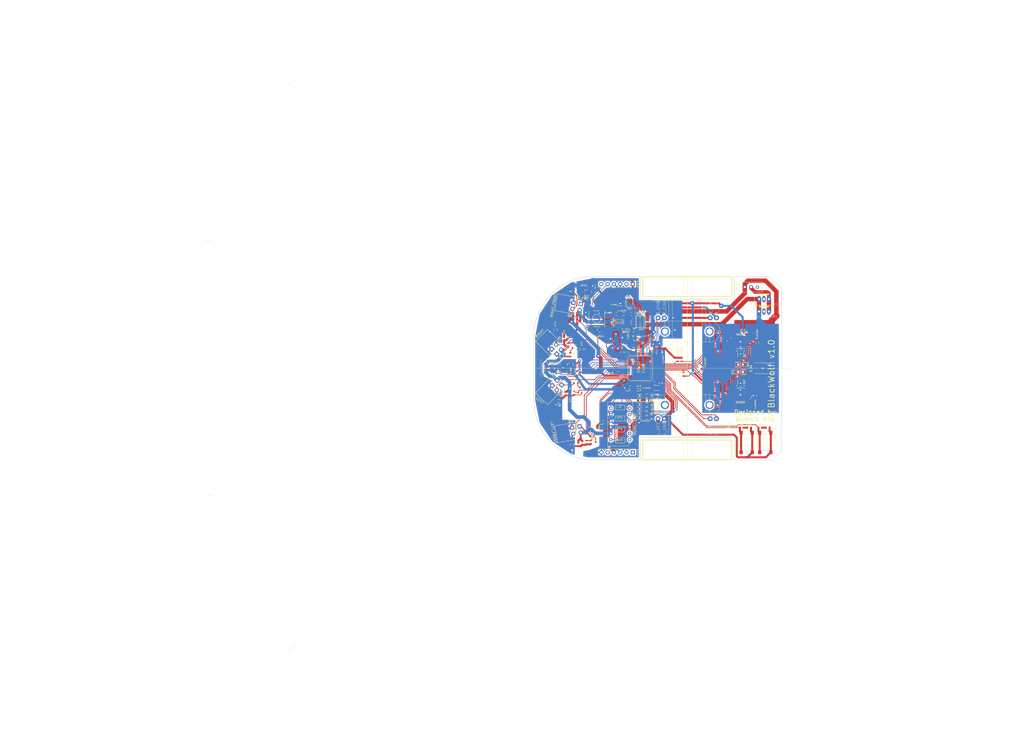
<source format=kicad_pcb>
(kicad_pcb (version 4) (host pcbnew 4.0.7)
  (layers (0 F.Cu signal) (31 B.Cu signal) (34 B.Paste user) (35 F.Paste user) (36 B.SilkS user) (37 F.SilkS user) (38 B.Mask user) (39 F.Mask user) (44 Edge.Cuts user))
  (net 0 "")
  (net 1 GND)
  (net 2 USART_RX)
  (net 3 USART_TX)
  (net 4 +3V3)
  (net 5 SWCLK)
  (net 6 SWDIO)
  (net 7 RESET)
  (net 8 "Net-(CNR1-Pad1)")
  (net 9 +5V)
  (net 10 "Net-(C_IMU1-Pad1)")
  (net 11 +BATT)
  (net 12 +3.3VADC)
  (net 13 "Net-(D_PWR1-Pad2)")
  (net 14 "Net-(LED_RED1-Pad2)")
  (net 15 ROT_L_CHB)
  (net 16 ROT_R_CHB)
  (net 17 "Net-(M3-PadPIN1)")
  (net 18 LED3)
  (net 19 LED4)
  (net 20 "Net-(R13-Pad1)")
  (net 21 "Net-(R14-Pad1)")
  (net 22 "Net-(R_BOOT1-Pad2)")
  (net 23 IMU_SCL)
  (net 24 IMU_SDA)
  (net 25 ~MOTOR_L_FAULT)
  (net 26 ~MOTOR_R_FAULT)
  (net 27 PB2)
  (net 28 PB1)
  (net 29 ROT_R_CHA)
  (net 30 MOTOR_L_PWM)
  (net 31 MOTOR_R_PWM)
  (net 32 MOTOR_L_DIR)
  (net 33 MOTOR_R_DIR)
  (net 34 ROT_L_CHA)
  (net 35 IMU_INT)
  (net 36 "Net-(U1-PadPB3)")
  (net 37 DIS_MOSI)
  (net 38 ~DIS_RESET)
  (net 39 DIS_SCK)
  (net 40 DIS_RS)
  (net 41 "Net-(U1-PadPC15)")
  (net 42 ~DIS_CE)
  (net 43 "Net-(U1-PadPH0)")
  (net 44 "Net-(U1-PadPH1)")
  (net 45 "Net-(U2-Pad9)")
  (net 46 "Net-(U3-Pad9)")
  (net 47 "Net-(U9-PadOSC)")
  (net 48 "Net-(U10-Pad7)")
  (net 49 "Net-(U10-Pad21)")
  (net 50 "Net-(U11-Pad7)")
  (net 51 "Net-(U11-Pad8)")
  (net 52 "Net-(U9-PadD_O)")
  (net 53 "Net-(U1-PadPD2)")
  (net 54 "Net-(LED_BLUE1-Pad2)")
  (net 55 "Net-(LED_GREEN1-Pad2)")
  (net 56 "Net-(LED_WHITE1-Pad2)")
  (net 57 LED1)
  (net 58 LED2)
  (net 59 "Net-(M3-PadPIN2)")
  (net 60 "Net-(P1-Pad2)")
  (net 61 "Net-(P2-Pad2)")
  (net 62 "Net-(C_VCAP1-Pad2)")
  (net 63 "Net-(D_F1-Pad1)")
  (net 64 "Net-(D_F2-Pad1)")
  (net 65 "Net-(D_F3-Pad1)")
  (net 66 "Net-(D_F4-Pad1)")
  (net 67 EMITTER_FL)
  (net 68 EMITTER_FR)
  (net 69 RECV_FL)
  (net 70 RECV_L)
  (net 71 RECV_R)
  (net 72 RECV_FR)
  (net 73 BATT_LEVEL)
  (net 74 "Net-(U1-PadPB6)")
  (net 75 "Net-(U1-PadPC12)")
  (net 76 "Net-(CN2-Pad6)")
  (net 77 "Net-(C_PB1-Pad1)")
  (net 78 "Net-(C_PB2-Pad1)")
  (net 79 "Net-(M2-Pad1)")
  (net 80 "Net-(M2-Pad2)")
  (net 81 "Net-(M4-Pad1)")
  (net 82 "Net-(M4-Pad2)")
  (net 83 "Net-(U1-PadPC10)")
  (net 84 "Net-(U1-PadPC11)")
  (net 85 "Net-(U1-PadPA12)")
  (net 86 "Net-(U1-PadPA15)")
  (net 87 LED5)
  (net 88 LED6)
  (net 89 "Net-(LED_BLUE2-Pad2)")
  (net 90 "Net-(LED_RED2-Pad2)")
  (net 91 "Net-(Q1-Pad3)")
  (net 92 "Net-(Q2-Pad3)")
  (net 93 "Net-(Q3-Pad3)")
  (net 94 "Net-(Q4-Pad3)")
  (net 95 "Net-(CN1-Pad1)")
  (net 96 "Net-(CN1-Pad5)")
  (net 97 EMITTER_L)
  (net 98 EMITTER_R)
  (module footprints_micromouse:SW_SPST_PTS645 (layer F.Cu) (at 223 120 90)
    (fp_text reference SW1 (at 4.25 4 90) (layer F.SilkS) (effects (font (size 0.75 0.75))))
    (fp_text value SWITCH_DPST hide)
    (pad 2 smd rect (at -3.975 2.25 90) (size 1.55 1.3) (layers F.Cu F.Paste F.Mask) (net 1 GND))
    (pad 1 smd rect (at -3.975 -2.25 90) (size 1.55 1.3) (layers F.Cu F.Paste F.Mask) (net 28 PB1))
    (pad 1 smd rect (at 3.975 -2.25 90) (size 1.55 1.3) (layers F.Cu F.Paste F.Mask) (net 28 PB1))
    (pad 2 smd rect (at 3.975 2.25 90) (size 1.55 1.3) (layers F.Cu F.Paste F.Mask) (net 1 GND))
  )
  (module footprints_micromouse:R_1206 (layer F.Cu) (at 220.5 84.5 90)
    (fp_text reference R14 (at -0.082 1.75 90) (layer F.SilkS) (effects (font (size 0.5 0.5) (thickness 0.1))))
    (fp_text value 62.5m hide)
    (pad 1 smd rect (at -1.45 0 90) (size 0.9 1.7) (layers F.Cu F.Paste F.Mask) (net 21 "Net-(R14-Pad1)"))
    (pad 2 smd rect (at 1.45 0 90) (size 0.9 1.7) (layers F.Cu F.Paste F.Mask) (net 1 GND))
  )
  (module footprints_micromouse:R_1206 (layer F.Cu) (at 220.5 95.5 270)
    (fp_text reference R13 (at 0.004 -1.75 270) (layer F.SilkS) (effects (font (size 0.5 0.5) (thickness 0.1))))
    (fp_text value 62.5m hide)
    (pad 1 smd rect (at -1.45 0 270) (size 0.9 1.7) (layers F.Cu F.Paste F.Mask) (net 20 "Net-(R13-Pad1)"))
    (pad 2 smd rect (at 1.45 0 270) (size 0.9 1.7) (layers F.Cu F.Paste F.Mask) (net 1 GND))
  )
  (module footprints_micromouse:C_1206 (layer F.Cu) (at 187.75 83.5 270)
    (fp_text reference C_VCAP2 (at 2.86 -1.48 270) (layer F.SilkS) (effects (font (size 0.5 0.5) (thickness 0.1))))
    (fp_text value 2.2uF hide)
    (pad 1 smd rect (at -1.5 0 270) (size 1 1.6) (layers F.Cu F.Paste F.Mask) (net 1 GND))
    (pad 2 smd rect (at 1.5 0 270) (size 1 1.6) (layers F.Cu F.Paste F.Mask) (net 1 GND))
  )
  (module footprints_micromouse:C_1206 (layer F.Cu) (at 186.6 98 180)
    (fp_text reference C_VCAP1 (at 4 0 180) (layer F.SilkS) (effects (font (size 0.5 0.5) (thickness 0.1))))
    (fp_text value 4.7uF hide)
    (pad 1 smd rect (at -1.5 0 180) (size 1 1.6) (layers F.Cu F.Paste F.Mask) (net 1 GND))
    (pad 2 smd rect (at 1.5 0 180) (size 1 1.6) (layers F.Cu F.Paste F.Mask) (net 62 "Net-(C_VCAP1-Pad2)"))
  )
  (module footprints_micromouse:C_1206 (layer F.Cu) (at 164.2 113.7 180)
    (fp_text reference C_DIS2 (at 3.8 -0.05 180) (layer F.SilkS) (effects (font (size 0.5 0.5) (thickness 0.1))))
    (fp_text value 10uF hide)
    (pad 1 smd rect (at -1.5 0 180) (size 1 1.6) (layers F.Cu F.Paste F.Mask) (net 9 +5V))
    (pad 2 smd rect (at 1.5 0 180) (size 1 1.6) (layers F.Cu F.Paste F.Mask) (net 1 GND))
  )
  (module footprints_micromouse:C_1206 (layer F.Cu) (at 171.8 65.8)
    (fp_text reference C_3.3V1 (at -2.382 -1.538) (layer F.SilkS) (effects (font (size 0.5 0.5) (thickness 0.1))))
    (fp_text value 10uF hide)
    (pad 1 smd rect (at -1.5 0) (size 1 1.6) (layers F.Cu F.Paste F.Mask) (net 4 +3V3))
    (pad 2 smd rect (at 1.5 0) (size 1 1.6) (layers F.Cu F.Paste F.Mask) (net 1 GND))
  )
  (module footprints_micromouse:R_0603 (layer F.Cu) (at 182.649 101.085 180)
    (fp_text reference R1 (at -2.1 -0.3 180) (layer F.SilkS) (effects (font (size 0.5 0.5) (thickness 0.1))))
    (fp_text value 1k hide)
    (pad 1 smd rect (at -0.75 0 180) (size 0.5 0.9) (layers F.Cu F.Paste F.Mask) (net 57 LED1))
    (pad 2 smd rect (at 0.75 0 180) (size 0.5 0.9) (layers F.Cu F.Paste F.Mask) (net 14 "Net-(LED_RED1-Pad2)"))
  )
  (module footprints_micromouse:R_0603 (layer F.Cu) (at 182.649 102.885 180)
    (fp_text reference R2 (at -2.1 -0.25 180) (layer F.SilkS) (effects (font (size 0.5 0.5) (thickness 0.1))))
    (fp_text value 1k hide)
    (pad 1 smd rect (at -0.75 0 180) (size 0.5 0.9) (layers F.Cu F.Paste F.Mask) (net 58 LED2))
    (pad 2 smd rect (at 0.75 0 180) (size 0.5 0.9) (layers F.Cu F.Paste F.Mask) (net 55 "Net-(LED_GREEN1-Pad2)"))
  )
  (module footprints_micromouse:R_0603 (layer F.Cu) (at 182.649 104.685 180)
    (fp_text reference R3 (at -2.1 -0.45 180) (layer F.SilkS) (effects (font (size 0.5 0.5) (thickness 0.1))))
    (fp_text value 1k hide)
    (pad 1 smd rect (at -0.75 0 180) (size 0.5 0.9) (layers F.Cu F.Paste F.Mask) (net 18 LED3))
    (pad 2 smd rect (at 0.75 0 180) (size 0.5 0.9) (layers F.Cu F.Paste F.Mask) (net 54 "Net-(LED_BLUE1-Pad2)"))
  )
  (module footprints_micromouse:R_0603 (layer F.Cu) (at 176.2 77 90)
    (fp_text reference R_VOL2 (at 0 -1.2 90) (layer F.SilkS) (effects (font (size 0.5 0.5) (thickness 0.1))))
    (fp_text value 10k hide)
    (pad 1 smd rect (at -0.75 0 90) (size 0.5 0.9) (layers F.Cu F.Paste F.Mask) (net 73 BATT_LEVEL))
    (pad 2 smd rect (at 0.75 0 90) (size 0.5 0.9) (layers F.Cu F.Paste F.Mask) (net 1 GND))
  )
  (module footprints_micromouse:R_0603 (layer F.Cu) (at 178 77 270)
    (fp_text reference R_VOL1 (at 1.75 -0.5 360) (layer F.SilkS) (effects (font (size 0.5 0.5) (thickness 0.1))))
    (fp_text value 20k hide)
    (pad 1 smd rect (at -0.75 0 270) (size 0.5 0.9) (layers F.Cu F.Paste F.Mask) (net 11 +BATT))
    (pad 2 smd rect (at 0.75 0 270) (size 0.5 0.9) (layers F.Cu F.Paste F.Mask) (net 73 BATT_LEVEL))
  )
  (module footprints_micromouse:R_0603 (layer F.Cu) (at 177.2 65.6 90)
    (fp_text reference R_PWR1 (at 2.85 -0.2 90) (layer F.SilkS) (effects (font (size 0.5 0.5) (thickness 0.1))))
    (fp_text value 1k hide)
    (pad 1 smd rect (at -0.75 0 90) (size 0.5 0.9) (layers F.Cu F.Paste F.Mask) (net 9 +5V))
    (pad 2 smd rect (at 0.75 0 90) (size 0.5 0.9) (layers F.Cu F.Paste F.Mask) (net 13 "Net-(D_PWR1-Pad2)"))
  )
  (module footprints_micromouse:R_0603 (layer F.Cu) (at 231.5 114)
    (fp_text reference R_PB2 (at 2.5 0.4) (layer F.SilkS) (effects (font (size 0.5 0.5) (thickness 0.1))))
    (fp_text value 1k hide)
    (pad 1 smd rect (at -0.75 0) (size 0.5 0.9) (layers F.Cu F.Paste F.Mask) (net 78 "Net-(C_PB2-Pad1)"))
    (pad 2 smd rect (at 0.75 0) (size 0.5 0.9) (layers F.Cu F.Paste F.Mask) (net 1 GND))
  )
  (module footprints_micromouse:R_0603 (layer F.Cu) (at 224 114)
    (fp_text reference R_PB1 (at -0.1 -1.2) (layer F.SilkS) (effects (font (size 0.5 0.5) (thickness 0.1))))
    (fp_text value 1k hide)
    (pad 1 smd rect (at -0.75 0) (size 0.5 0.9) (layers F.Cu F.Paste F.Mask) (net 77 "Net-(C_PB1-Pad1)"))
    (pad 2 smd rect (at 0.75 0) (size 0.5 0.9) (layers F.Cu F.Paste F.Mask) (net 1 GND))
  )
  (module footprints_micromouse:R_0603 (layer F.Cu) (at 204.8 89.4 90)
    (fp_text reference R_MOTOR2 (at 1.77 1.448 90) (layer F.SilkS) (effects (font (size 0.5 0.5) (thickness 0.1))))
    (fp_text value 10k hide)
    (pad 1 smd rect (at -0.75 0 90) (size 0.5 0.9) (layers F.Cu F.Paste F.Mask) (net 4 +3V3))
    (pad 2 smd rect (at 0.75 0 90) (size 0.5 0.9) (layers F.Cu F.Paste F.Mask) (net 26 ~MOTOR_R_FAULT))
  )
  (module footprints_micromouse:R_0603 (layer F.Cu) (at 197.5 92.4 90)
    (fp_text reference R_MOTOR1 (at -0.056 -1.412 90) (layer F.SilkS) (effects (font (size 0.5 0.5) (thickness 0.1))))
    (fp_text value 10k hide)
    (pad 1 smd rect (at -0.75 0 90) (size 0.5 0.9) (layers F.Cu F.Paste F.Mask) (net 4 +3V3))
    (pad 2 smd rect (at 0.75 0 90) (size 0.5 0.9) (layers F.Cu F.Paste F.Mask) (net 25 ~MOTOR_L_FAULT))
  )
  (module footprints_micromouse:R_0603 (layer F.Cu) (at 152 88 270)
    (fp_text reference R_IMU2 (at 3 0 270) (layer F.SilkS) (effects (font (size 0.5 0.5) (thickness 0.1))))
    (fp_text value 10k hide)
    (pad 1 smd rect (at -0.75 0 270) (size 0.5 0.9) (layers F.Cu F.Paste F.Mask) (net 4 +3V3))
    (pad 2 smd rect (at 0.75 0 270) (size 0.5 0.9) (layers F.Cu F.Paste F.Mask) (net 24 IMU_SDA))
  )
  (module footprints_micromouse:R_0603 (layer F.Cu) (at 153.75 88.75 270)
    (fp_text reference R_IMU1 (at 2.75 0 270) (layer F.SilkS) (effects (font (size 0.5 0.5) (thickness 0.1))))
    (fp_text value 10k hide)
    (pad 1 smd rect (at -0.75 0 270) (size 0.5 0.9) (layers F.Cu F.Paste F.Mask) (net 4 +3V3))
    (pad 2 smd rect (at 0.75 0 270) (size 0.5 0.9) (layers F.Cu F.Paste F.Mask) (net 23 IMU_SCL))
  )
  (module footprints_micromouse:R_0603 (layer F.Cu) (at 178.4 81.9 270)
    (fp_text reference R_BOOT1 (at 0 -1.2 270) (layer F.SilkS) (effects (font (size 0.5 0.5) (thickness 0.1))))
    (fp_text value 10k hide)
    (pad 1 smd rect (at -0.75 0 270) (size 0.5 0.9) (layers F.Cu F.Paste F.Mask) (net 1 GND))
    (pad 2 smd rect (at 0.75 0 270) (size 0.5 0.9) (layers F.Cu F.Paste F.Mask) (net 22 "Net-(R_BOOT1-Pad2)"))
  )
  (module footprints_micromouse:R_0603 (layer F.Cu) (at 182.649 106.485 180)
    (fp_text reference R4 (at -2.1 -0.4 180) (layer F.SilkS) (effects (font (size 0.5 0.5) (thickness 0.1))))
    (fp_text value 1k hide)
    (pad 1 smd rect (at -0.75 0 180) (size 0.5 0.9) (layers F.Cu F.Paste F.Mask) (net 19 LED4))
    (pad 2 smd rect (at 0.75 0 180) (size 0.5 0.9) (layers F.Cu F.Paste F.Mask) (net 56 "Net-(LED_WHITE1-Pad2)"))
  )
  (module footprints_micromouse:R_0603 (layer F.Cu) (at 154 56.5 180)
    (fp_text reference L_BEAD1 (at -3 0 180) (layer F.SilkS) (effects (font (size 0.5 0.5) (thickness 0.1))))
    (fp_text value 10uH hide)
    (pad 1 smd rect (at -0.75 0 180) (size 0.5 0.9) (layers F.Cu F.Paste F.Mask) (net 4 +3V3))
    (pad 2 smd rect (at 0.75 0 180) (size 0.5 0.9) (layers F.Cu F.Paste F.Mask) (net 12 +3.3VADC))
  )
  (module footprints_micromouse:LED_0603 (layer F.Cu) (at 179.849 106.485)
    (fp_text reference LED_WHITE1 (at 6.65 -0.35) (layer F.SilkS) (effects (font (size 0.5 0.5) (thickness 0.1))))
    (fp_text value Led_Small hide)
    (pad 2 smd rect (at 0.7493 0 180) (size 0.79756 0.79756) (layers F.Cu F.Paste F.Mask) (net 56 "Net-(LED_WHITE1-Pad2)"))
    (pad 1 smd rect (at -0.7493 0 180) (size 0.79756 0.79756) (layers F.Cu F.Paste F.Mask) (net 1 GND))
  )
  (module footprints_micromouse:LED_0603 (layer F.Cu) (at 179.849 102.885)
    (fp_text reference LED_GREEN1 (at 6.65 -0.5) (layer F.SilkS) (effects (font (size 0.5 0.5) (thickness 0.1))))
    (fp_text value Led_Small hide)
    (pad 2 smd rect (at 0.7493 0 180) (size 0.79756 0.79756) (layers F.Cu F.Paste F.Mask) (net 55 "Net-(LED_GREEN1-Pad2)"))
    (pad 1 smd rect (at -0.7493 0 180) (size 0.79756 0.79756) (layers F.Cu F.Paste F.Mask) (net 1 GND))
  )
  (module footprints_micromouse:LED_0603 (layer F.Cu) (at 179.849 104.685)
    (fp_text reference LED_BLUE1 (at 6.4 -0.3) (layer F.SilkS) (effects (font (size 0.5 0.5) (thickness 0.1))))
    (fp_text value Led_Small hide)
    (pad 2 smd rect (at 0.7493 0 180) (size 0.79756 0.79756) (layers F.Cu F.Paste F.Mask) (net 54 "Net-(LED_BLUE1-Pad2)"))
    (pad 1 smd rect (at -0.7493 0 180) (size 0.79756 0.79756) (layers F.Cu F.Paste F.Mask) (net 1 GND))
  )
  (module footprints_micromouse:LED_0603 (layer F.Cu) (at 175.4 65.6 90)
    (fp_text reference D_PWR1 (at 1.846 -1.156 90) (layer F.SilkS) (effects (font (size 0.5 0.5) (thickness 0.1))))
    (fp_text value Led_Small hide)
    (pad 2 smd rect (at 0.7493 0 270) (size 0.79756 0.79756) (layers F.Cu F.Paste F.Mask) (net 13 "Net-(D_PWR1-Pad2)"))
    (pad 1 smd rect (at -0.7493 0 270) (size 0.79756 0.79756) (layers F.Cu F.Paste F.Mask) (net 1 GND))
  )
  (module footprints_micromouse:LED_0603 (layer F.Cu) (at 179.849 101.085)
    (fp_text reference LED_RED1 (at 6.15 -0.45) (layer F.SilkS) (effects (font (size 0.5 0.5) (thickness 0.1))))
    (fp_text value Led_Small hide)
    (pad 2 smd rect (at 0.7493 0 180) (size 0.79756 0.79756) (layers F.Cu F.Paste F.Mask) (net 14 "Net-(LED_RED1-Pad2)"))
    (pad 1 smd rect (at -0.7493 0 180) (size 0.79756 0.79756) (layers F.Cu F.Paste F.Mask) (net 1 GND))
  )
  (module MPU-9250:QFN-24%2f3MM (layer F.Cu) (at 149 90 270)
    (fp_text reference U10 (at 2.5 -1.5 360) (layer F.SilkS) (effects (font (size 0.8 0.8) (thickness 0.05))))
    (fp_text value MPU-9250 (at 0 9 270) (layer F.SilkS) (effects (font (size 1 0.9) (thickness 0.05))))
    (pad 1 smd rect (at -1.5 -1 270) (size 0.6 0.23) (layers F.Cu F.Paste F.Mask) (net 4 +3V3))
    (pad 2 smd rect (at -1.5 -0.6 270) (size 0.6 0.23) (layers F.Cu F.Paste F.Mask))
    (pad 3 smd rect (at -1.5 -0.2 270) (size 0.6 0.23) (layers F.Cu F.Paste F.Mask))
    (pad 4 smd rect (at -1.5 0.2 270) (size 0.6 0.23) (layers F.Cu F.Paste F.Mask))
    (pad 5 smd rect (at -1.5 0.6 270) (size 0.6 0.23) (layers F.Cu F.Paste F.Mask))
    (pad 6 smd rect (at -1.5 1 270) (size 0.6 0.23) (layers F.Cu F.Paste F.Mask))
    (pad 7 smd rect (at -1 1.5) (size 0.6 0.23) (layers F.Cu F.Paste F.Mask) (net 48 "Net-(U10-Pad7)"))
    (pad 8 smd rect (at -0.6 1.5) (size 0.6 0.23) (layers F.Cu F.Paste F.Mask) (net 4 +3V3))
    (pad 9 smd rect (at -0.2 1.5) (size 0.6 0.23) (layers F.Cu F.Paste F.Mask) (net 1 GND))
    (pad 10 smd rect (at 0.2 1.5) (size 0.6 0.23) (layers F.Cu F.Paste F.Mask) (net 10 "Net-(C_IMU1-Pad1)"))
    (pad 11 smd rect (at 0.6 1.5) (size 0.6 0.23) (layers F.Cu F.Paste F.Mask) (net 1 GND))
    (pad 12 smd rect (at 1 1.5) (size 0.6 0.23) (layers F.Cu F.Paste F.Mask) (net 35 IMU_INT))
    (pad 13 smd rect (at 1.5 1 90) (size 0.6 0.23) (layers F.Cu F.Paste F.Mask) (net 4 +3V3))
    (pad 14 smd rect (at 1.5 0.6 90) (size 0.6 0.23) (layers F.Cu F.Paste F.Mask))
    (pad 15 smd rect (at 1.5 0.2 90) (size 0.6 0.23) (layers F.Cu F.Paste F.Mask))
    (pad 16 smd rect (at 1.5 -0.2 90) (size 0.6 0.23) (layers F.Cu F.Paste F.Mask))
    (pad 17 smd rect (at 1.5 -0.6 90) (size 0.6 0.23) (layers F.Cu F.Paste F.Mask))
    (pad 18 smd rect (at 1.5 -1 90) (size 0.6 0.23) (layers F.Cu F.Paste F.Mask) (net 1 GND))
    (pad 19 smd rect (at 1 -1.5 180) (size 0.6 0.23) (layers F.Cu F.Paste F.Mask))
    (pad 20 smd rect (at 0.6 -1.5 180) (size 0.6 0.23) (layers F.Cu F.Paste F.Mask) (net 1 GND))
    (pad 21 smd rect (at 0.2 -1.5 180) (size 0.6 0.23) (layers F.Cu F.Paste F.Mask) (net 49 "Net-(U10-Pad21)"))
    (pad 22 smd rect (at -0.2 -1.5 180) (size 0.6 0.23) (layers F.Cu F.Paste F.Mask) (net 1 GND))
    (pad 23 smd rect (at -0.6 -1.5 180) (size 0.6 0.23) (layers F.Cu F.Paste F.Mask) (net 23 IMU_SCL))
    (pad 24 smd rect (at -1 -1.5 180) (size 0.6 0.23) (layers F.Cu F.Paste F.Mask) (net 24 IMU_SDA))
  )
  (module footprints_micromouse:STM32F446_LQFP64 (layer F.Cu) (at 180 90 270)
    (fp_text reference U1 (at 8 0.5 270) (layer F.SilkS))
    (fp_text value STM32F446RE_LQFP64 hide)
    (fp_text user STM32 (at 2 0 270) (layer F.SilkS) (effects (font (size 1.01346 1.01346) (thickness 0.128016)) (justify left bottom)))
    (fp_text user F446 (at 2 -2 270) (layer F.SilkS) (effects (font (size 1.01346 1.01346) (thickness 0.128016)) (justify left bottom)))
    (fp_text user VBAT (at -3.6 4.8 360) (layer F.SilkS) (effects (font (size 0.2413 0.2413) (thickness 0.02032)) (justify left bottom)))
    (fp_text user PC13 (at -3.1 4.8 360) (layer F.SilkS) (effects (font (size 0.2413 0.2413) (thickness 0.02032)) (justify left bottom)))
    (fp_text user PC14-OSC32_IN (at -2.6 4.8 360) (layer F.SilkS) (effects (font (size 0.2413 0.2413) (thickness 0.02032)) (justify left bottom)))
    (fp_text user PC15-OSC32_OUT (at -2.1 4.8 360) (layer F.SilkS) (effects (font (size 0.2413 0.2413) (thickness 0.02032)) (justify left bottom)))
    (fp_text user PH0-OSC_IN (at -1.6 4.8 360) (layer F.SilkS) (effects (font (size 0.2413 0.2413) (thickness 0.02032)) (justify left bottom)))
    (fp_text user PH1-OSC_OUT (at -1.1 4.8 360) (layer F.SilkS) (effects (font (size 0.2413 0.2413) (thickness 0.02032)) (justify left bottom)))
    (fp_text user NRST (at -0.6 4.8 360) (layer F.SilkS) (effects (font (size 0.2413 0.2413) (thickness 0.02032)) (justify left bottom)))
    (fp_text user PC0 (at -0.1 4.8 360) (layer F.SilkS) (effects (font (size 0.2413 0.2413) (thickness 0.02032)) (justify left bottom)))
    (fp_text user PC1 (at 0.4 4.8 360) (layer F.SilkS) (effects (font (size 0.2413 0.2413) (thickness 0.02032)) (justify left bottom)))
    (fp_text user PC2 (at 0.9 4.8 360) (layer F.SilkS) (effects (font (size 0.2413 0.2413) (thickness 0.02032)) (justify left bottom)))
    (fp_text user PC3 (at 1.4 4.8 360) (layer F.SilkS) (effects (font (size 0.2413 0.2413) (thickness 0.02032)) (justify left bottom)))
    (fp_text user VSSA (at 1.9 4.8 360) (layer F.SilkS) (effects (font (size 0.2413 0.2413) (thickness 0.02032)) (justify left bottom)))
    (fp_text user VDDA (at 2.4 4.8 360) (layer F.SilkS) (effects (font (size 0.2413 0.2413) (thickness 0.02032)) (justify left bottom)))
    (fp_text user PA0_WKUP (at 2.9 4.8 360) (layer F.SilkS) (effects (font (size 0.2413 0.2413) (thickness 0.02032)) (justify left bottom)))
    (fp_text user PA1 (at 3.4 4.8 360) (layer F.SilkS) (effects (font (size 0.2413 0.2413) (thickness 0.02032)) (justify left bottom)))
    (fp_text user PA2 (at 3.9 4.8 360) (layer F.SilkS) (effects (font (size 0.2413 0.2413) (thickness 0.02032)) (justify left bottom)))
    (fp_text user PA3 (at 4.8 3.6 270) (layer F.SilkS) (effects (font (size 0.2413 0.2413) (thickness 0.02032)) (justify right top)))
    (fp_text user VSS (at 4.8 3.1 270) (layer F.SilkS) (effects (font (size 0.2413 0.2413) (thickness 0.02032)) (justify right top)))
    (fp_text user VDD (at 4.8 2.6 270) (layer F.SilkS) (effects (font (size 0.2413 0.2413) (thickness 0.02032)) (justify right top)))
    (fp_text user PA4 (at 4.8 2.1 270) (layer F.SilkS) (effects (font (size 0.2413 0.2413) (thickness 0.02032)) (justify right top)))
    (fp_text user PA5 (at 4.8 1.6 270) (layer F.SilkS) (effects (font (size 0.2413 0.2413) (thickness 0.02032)) (justify right top)))
    (fp_text user PA6 (at 4.8 1.1 270) (layer F.SilkS) (effects (font (size 0.2413 0.2413) (thickness 0.02032)) (justify right top)))
    (fp_text user PA7 (at 4.8 0.6 270) (layer F.SilkS) (effects (font (size 0.2413 0.2413) (thickness 0.02032)) (justify right top)))
    (fp_text user PC4 (at 4.8 0.1 270) (layer F.SilkS) (effects (font (size 0.2413 0.2413) (thickness 0.02032)) (justify right top)))
    (fp_text user PC5 (at 4.8 -0.4 270) (layer F.SilkS) (effects (font (size 0.2413 0.2413) (thickness 0.02032)) (justify right top)))
    (fp_text user PB0 (at 4.8 -0.9 270) (layer F.SilkS) (effects (font (size 0.2413 0.2413) (thickness 0.02032)) (justify right top)))
    (fp_text user PB1 (at 4.8 -1.4 270) (layer F.SilkS) (effects (font (size 0.2413 0.2413) (thickness 0.02032)) (justify right top)))
    (fp_text user PB2 (at 4.8 -1.9 270) (layer F.SilkS) (effects (font (size 0.2413 0.2413) (thickness 0.02032)) (justify right top)))
    (fp_text user PB10 (at 4.8 -2.4 270) (layer F.SilkS) (effects (font (size 0.2413 0.2413) (thickness 0.02032)) (justify right top)))
    (fp_text user PB11 (at 4.8 -2.9 270) (layer F.SilkS) (effects (font (size 0.2413 0.2413) (thickness 0.02032)) (justify right top)))
    (fp_text user VCAP_1 (at 4.8 -3.4 270) (layer F.SilkS) (effects (font (size 0.2413 0.2413) (thickness 0.02032)) (justify right top)))
    (fp_text user VDD (at 4.8 -3.9 270) (layer F.SilkS) (effects (font (size 0.2413 0.2413) (thickness 0.02032)) (justify right top)))
    (fp_text user PB12 (at 3.6 -4.8 360) (layer F.SilkS) (effects (font (size 0.2413 0.2413) (thickness 0.02032)) (justify right top)))
    (fp_text user PB13 (at 3.1 -4.8 360) (layer F.SilkS) (effects (font (size 0.2413 0.2413) (thickness 0.02032)) (justify right top)))
    (fp_text user PB14 (at 2.6 -4.8 360) (layer F.SilkS) (effects (font (size 0.2413 0.2413) (thickness 0.02032)) (justify right top)))
    (fp_text user PB15 (at 2.1 -4.8 360) (layer F.SilkS) (effects (font (size 0.2413 0.2413) (thickness 0.02032)) (justify right top)))
    (fp_text user PC6 (at 1.6 -4.8 360) (layer F.SilkS) (effects (font (size 0.2413 0.2413) (thickness 0.02032)) (justify right top)))
    (fp_text user PC7 (at 1.1 -4.8 360) (layer F.SilkS) (effects (font (size 0.2413 0.2413) (thickness 0.02032)) (justify right top)))
    (fp_text user PC8 (at 0.6 -4.8 360) (layer F.SilkS) (effects (font (size 0.2413 0.2413) (thickness 0.02032)) (justify right top)))
    (fp_text user PC9 (at 0.1 -4.8 360) (layer F.SilkS) (effects (font (size 0.2413 0.2413) (thickness 0.02032)) (justify right top)))
    (fp_text user PA8 (at -0.4 -4.8 360) (layer F.SilkS) (effects (font (size 0.2413 0.2413) (thickness 0.02032)) (justify right top)))
    (fp_text user PA9 (at -0.9 -4.8 360) (layer F.SilkS) (effects (font (size 0.2413 0.2413) (thickness 0.02032)) (justify right top)))
    (fp_text user PA10 (at -1.4 -4.8 360) (layer F.SilkS) (effects (font (size 0.2413 0.2413) (thickness 0.02032)) (justify right top)))
    (fp_text user PA11 (at -1.9 -4.8 360) (layer F.SilkS) (effects (font (size 0.2413 0.2413) (thickness 0.02032)) (justify right top)))
    (fp_text user PA12 (at -2.4 -4.8 360) (layer F.SilkS) (effects (font (size 0.2413 0.2413) (thickness 0.02032)) (justify right top)))
    (fp_text user PA13 (at -2.9 -4.8 360) (layer F.SilkS) (effects (font (size 0.2413 0.2413) (thickness 0.02032)) (justify right top)))
    (fp_text user VCAP_2 (at -3.4 -4.8 360) (layer F.SilkS) (effects (font (size 0.2413 0.2413) (thickness 0.02032)) (justify right top)))
    (fp_text user VDD (at -3.9 -4.8 360) (layer F.SilkS) (effects (font (size 0.2413 0.2413) (thickness 0.02032)) (justify right top)))
    (fp_text user PA14 (at -4.8 -3.6 270) (layer F.SilkS) (effects (font (size 0.2413 0.2413) (thickness 0.02032)) (justify left bottom)))
    (fp_text user PA15 (at -4.8 -3.1 270) (layer F.SilkS) (effects (font (size 0.2413 0.2413) (thickness 0.02032)) (justify left bottom)))
    (fp_text user PC10 (at -4.8 -2.6 270) (layer F.SilkS) (effects (font (size 0.2413 0.2413) (thickness 0.02032)) (justify left bottom)))
    (fp_text user PC11 (at -4.8 -2.1 270) (layer F.SilkS) (effects (font (size 0.2413 0.2413) (thickness 0.02032)) (justify left bottom)))
    (fp_text user PC12 (at -4.8 -1.6 270) (layer F.SilkS) (effects (font (size 0.2413 0.2413) (thickness 0.02032)) (justify left bottom)))
    (fp_text user PD2 (at -4.8 -1.1 270) (layer F.SilkS) (effects (font (size 0.2413 0.2413) (thickness 0.02032)) (justify left bottom)))
    (fp_text user PB3 (at -4.8 -0.6 270) (layer F.SilkS) (effects (font (size 0.2413 0.2413) (thickness 0.02032)) (justify left bottom)))
    (fp_text user PB4 (at -4.8 -0.1 270) (layer F.SilkS) (effects (font (size 0.2413 0.2413) (thickness 0.02032)) (justify left bottom)))
    (fp_text user PB5 (at -4.8 0.4 270) (layer F.SilkS) (effects (font (size 0.2413 0.2413) (thickness 0.02032)) (justify left bottom)))
    (fp_text user PB6 (at -4.8 0.9 270) (layer F.SilkS) (effects (font (size 0.2413 0.2413) (thickness 0.02032)) (justify left bottom)))
    (fp_text user PB7 (at -4.8 1.4 270) (layer F.SilkS) (effects (font (size 0.2413 0.2413) (thickness 0.02032)) (justify left bottom)))
    (fp_text user BOOT0 (at -4.8 1.9 270) (layer F.SilkS) (effects (font (size 0.2413 0.2413) (thickness 0.02032)) (justify left bottom)))
    (fp_text user PB8 (at -4.8 2.4 270) (layer F.SilkS) (effects (font (size 0.2413 0.2413) (thickness 0.02032)) (justify left bottom)))
    (fp_text user PB9 (at -4.8 2.9 270) (layer F.SilkS) (effects (font (size 0.2413 0.2413) (thickness 0.02032)) (justify left bottom)))
    (fp_text user VSS (at -4.8 3.4 270) (layer F.SilkS) (effects (font (size 0.2413 0.2413) (thickness 0.02032)) (justify left bottom)))
    (fp_text user VDD (at -4.8 3.9 270) (layer F.SilkS) (effects (font (size 0.2413 0.2413) (thickness 0.02032)) (justify left bottom)))
    (fp_text user 1 (at -4.572 5.842 270) (layer F.SilkS) (effects (font (size 0.4826 0.4826) (thickness 0.04064)) (justify left bottom)))
    (fp_text user 64 (at -5.334 4.826 360) (layer F.SilkS) (effects (font (size 0.4826 0.4826) (thickness 0.04064)) (justify left bottom)))
    (pad BOOT smd rect (at -5.750063 1.750063 270) (size 1.2 0.3) (layers F.Cu F.Paste F.Mask) (net 22 "Net-(R_BOOT1-Pad2)"))
    (pad NRST smd rect (at -0.750063 5.750063) (size 1.2 0.3) (layers F.Cu F.Paste F.Mask) (net 7 RESET))
    (pad PA0_ smd rect (at 2.749938 5.750063) (size 1.2 0.3) (layers F.Cu F.Paste F.Mask) (net 97 EMITTER_L))
    (pad PA1 smd rect (at 3.249938 5.750063) (size 1.2 0.3) (layers F.Cu F.Paste F.Mask) (net 67 EMITTER_FL))
    (pad PA2 smd rect (at 3.749938 5.750063) (size 1.2 0.3) (layers F.Cu F.Paste F.Mask) (net 3 USART_TX))
    (pad PA3 smd rect (at 5.749938 3.750063 270) (size 1.2 0.3) (layers F.Cu F.Paste F.Mask) (net 2 USART_RX))
    (pad PA4 smd rect (at 5.749938 2.250063 270) (size 1.2 0.3) (layers F.Cu F.Paste F.Mask) (net 42 ~DIS_CE))
    (pad PA5 smd rect (at 5.749938 1.750063 270) (size 1.2 0.3) (layers F.Cu F.Paste F.Mask) (net 39 DIS_SCK))
    (pad PA6 smd rect (at 5.749938 1.250063 270) (size 1.2 0.3) (layers F.Cu F.Paste F.Mask) (net 73 BATT_LEVEL))
    (pad PA7 smd rect (at 5.749938 0.750063 270) (size 1.2 0.3) (layers F.Cu F.Paste F.Mask) (net 37 DIS_MOSI))
    (pad PA8 smd rect (at -0.250063 -5.749938) (size 1.2 0.3) (layers F.Cu F.Paste F.Mask) (net 30 MOTOR_L_PWM))
    (pad PA9 smd rect (at -0.750063 -5.749938) (size 1.2 0.3) (layers F.Cu F.Paste F.Mask) (net 26 ~MOTOR_R_FAULT))
    (pad PA10 smd rect (at -1.250063 -5.749938) (size 1.2 0.3) (layers F.Cu F.Paste F.Mask) (net 33 MOTOR_R_DIR))
    (pad PA11 smd rect (at -1.750063 -5.749938) (size 1.2 0.3) (layers F.Cu F.Paste F.Mask) (net 31 MOTOR_R_PWM))
    (pad PA12 smd rect (at -2.250063 -5.749938) (size 1.2 0.3) (layers F.Cu F.Paste F.Mask) (net 85 "Net-(U1-PadPA12)"))
    (pad PA13 smd rect (at -2.750063 -5.749938) (size 1.2 0.3) (layers F.Cu F.Paste F.Mask) (net 6 SWDIO))
    (pad PA14 smd rect (at -5.750063 -3.749938 270) (size 1.2 0.3) (layers F.Cu F.Paste F.Mask) (net 5 SWCLK))
    (pad PA15 smd rect (at -5.750063 -3.249938 270) (size 1.2 0.3) (layers F.Cu F.Paste F.Mask) (net 86 "Net-(U1-PadPA15)"))
    (pad PB0 smd rect (at 5.749938 -0.749938 270) (size 1.2 0.3) (layers F.Cu F.Paste F.Mask) (net 58 LED2))
    (pad PB1 smd rect (at 5.749938 -1.249938 270) (size 1.2 0.3) (layers F.Cu F.Paste F.Mask) (net 57 LED1))
    (pad PB2 smd rect (at 5.749938 -1.749938 270) (size 1.2 0.3) (layers F.Cu F.Paste F.Mask) (net 18 LED3))
    (pad PB3 smd rect (at -5.750063 -0.749938 270) (size 1.2 0.3) (layers F.Cu F.Paste F.Mask) (net 36 "Net-(U1-PadPB3)"))
    (pad PB4 smd rect (at -5.750063 -0.249938 270) (size 1.2 0.3) (layers F.Cu F.Paste F.Mask) (net 29 ROT_R_CHA))
    (pad PB5 smd rect (at -5.750063 0.250063 270) (size 1.2 0.3) (layers F.Cu F.Paste F.Mask) (net 16 ROT_R_CHB))
    (pad PB6 smd rect (at -5.750063 0.750063 270) (size 1.2 0.3) (layers F.Cu F.Paste F.Mask) (net 74 "Net-(U1-PadPB6)"))
    (pad PB7 smd rect (at -5.750063 1.250063 270) (size 1.2 0.3) (layers F.Cu F.Paste F.Mask) (net 35 IMU_INT))
    (pad PB8 smd rect (at -5.750063 2.250063 270) (size 1.2 0.3) (layers F.Cu F.Paste F.Mask) (net 23 IMU_SCL))
    (pad PB9 smd rect (at -5.750063 2.750063 270) (size 1.2 0.3) (layers F.Cu F.Paste F.Mask) (net 24 IMU_SDA))
    (pad PB10 smd rect (at 5.749938 -2.249938 270) (size 1.2 0.3) (layers F.Cu F.Paste F.Mask) (net 19 LED4))
    (pad PB11 smd rect (at 5.749938 -2.749938 270) (size 1.2 0.3) (layers F.Cu F.Paste F.Mask) (net 62 "Net-(C_VCAP1-Pad2)"))
    (pad PB12 smd rect (at 3.749938 -5.749938) (size 1.2 0.3) (layers F.Cu F.Paste F.Mask) (net 87 LED5))
    (pad PB13 smd rect (at 3.249938 -5.749938) (size 1.2 0.3) (layers F.Cu F.Paste F.Mask) (net 88 LED6))
    (pad PB14 smd rect (at 2.749938 -5.749938) (size 1.2 0.3) (layers F.Cu F.Paste F.Mask) (net 28 PB1))
    (pad PB15 smd rect (at 2.249938 -5.749938) (size 1.2 0.3) (layers F.Cu F.Paste F.Mask) (net 27 PB2))
    (pad PC0 smd rect (at -0.250063 5.750063) (size 1.2 0.3) (layers F.Cu F.Paste F.Mask) (net 72 RECV_FR))
    (pad PC1 smd rect (at 0.249938 5.750063) (size 1.2 0.3) (layers F.Cu F.Paste F.Mask) (net 71 RECV_R))
    (pad PC2 smd rect (at 0.749938 5.750063) (size 1.2 0.3) (layers F.Cu F.Paste F.Mask) (net 70 RECV_L))
    (pad PC3 smd rect (at 1.249938 5.750063) (size 1.2 0.3) (layers F.Cu F.Paste F.Mask) (net 69 RECV_FL))
    (pad PC4 smd rect (at 5.749938 0.250063 270) (size 1.2 0.3) (layers F.Cu F.Paste F.Mask) (net 40 DIS_RS))
    (pad PC5 smd rect (at 5.749938 -0.249938 270) (size 1.2 0.3) (layers F.Cu F.Paste F.Mask) (net 38 ~DIS_RESET))
    (pad PC6 smd rect (at 1.749938 -5.749938) (size 1.2 0.3) (layers F.Cu F.Paste F.Mask) (net 34 ROT_L_CHA))
    (pad PC7 smd rect (at 1.249938 -5.749938) (size 1.2 0.3) (layers F.Cu F.Paste F.Mask) (net 15 ROT_L_CHB))
    (pad PC8 smd rect (at 0.749938 -5.749938) (size 1.2 0.3) (layers F.Cu F.Paste F.Mask) (net 25 ~MOTOR_L_FAULT))
    (pad PC9 smd rect (at 0.249938 -5.749938) (size 1.2 0.3) (layers F.Cu F.Paste F.Mask) (net 32 MOTOR_L_DIR))
    (pad PC10 smd rect (at -5.750063 -2.749938 270) (size 1.2 0.3) (layers F.Cu F.Paste F.Mask) (net 83 "Net-(U1-PadPC10)"))
    (pad PC11 smd rect (at -5.750063 -2.249938 270) (size 1.2 0.3) (layers F.Cu F.Paste F.Mask) (net 84 "Net-(U1-PadPC11)"))
    (pad PC12 smd rect (at -5.750063 -1.749938 270) (size 1.2 0.3) (layers F.Cu F.Paste F.Mask) (net 75 "Net-(U1-PadPC12)"))
    (pad PC13 smd rect (at -3.250063 5.750063) (size 1.2 0.3) (layers F.Cu F.Paste F.Mask) (net 68 EMITTER_FR))
    (pad PC14 smd rect (at -2.750063 5.750063) (size 1.2 0.3) (layers F.Cu F.Paste F.Mask) (net 98 EMITTER_R))
    (pad PC15 smd rect (at -2.250063 5.750063) (size 1.2 0.3) (layers F.Cu F.Paste F.Mask) (net 41 "Net-(U1-PadPC15)"))
    (pad PD2 smd rect (at -5.750063 -1.249938 270) (size 1.2 0.3) (layers F.Cu F.Paste F.Mask) (net 53 "Net-(U1-PadPD2)"))
    (pad PH0 smd rect (at -1.750063 5.750063) (size 1.2 0.3) (layers F.Cu F.Paste F.Mask) (net 43 "Net-(U1-PadPH0)"))
    (pad PH1 smd rect (at -1.250063 5.750063) (size 1.2 0.3) (layers F.Cu F.Paste F.Mask) (net 44 "Net-(U1-PadPH1)"))
    (pad VBAT smd rect (at -3.750063 5.750063) (size 1.2 0.3) (layers F.Cu F.Paste F.Mask) (net 4 +3V3))
    (pad VCAP smd rect (at 5.749938 -3.249938 270) (size 1.2 0.3) (layers F.Cu F.Paste F.Mask) (net 1 GND))
    (pad VCAP smd rect (at -3.250063 -5.749938) (size 1.2 0.3) (layers F.Cu F.Paste F.Mask) (net 1 GND))
    (pad VDDA smd rect (at 2.249938 5.750063) (size 1.2 0.3) (layers F.Cu F.Paste F.Mask) (net 12 +3.3VADC))
    (pad VDD_ smd rect (at 5.749938 2.750063 270) (size 1.2 0.3) (layers F.Cu F.Paste F.Mask) (net 4 +3V3))
    (pad VDD_ smd rect (at 5.749938 -3.749938 270) (size 1.2 0.3) (layers F.Cu F.Paste F.Mask) (net 4 +3V3))
    (pad VDD_ smd rect (at -3.750063 -5.749938) (size 1.2 0.3) (layers F.Cu F.Paste F.Mask) (net 4 +3V3))
    (pad VDD_ smd rect (at -5.750063 3.750063 270) (size 1.2 0.3) (layers F.Cu F.Paste F.Mask) (net 4 +3V3))
    (pad VSSA smd rect (at 1.749938 5.750063) (size 1.2 0.3) (layers F.Cu F.Paste F.Mask) (net 1 GND))
    (pad VSS_ smd rect (at 5.749938 3.250063 270) (size 1.2 0.3) (layers F.Cu F.Paste F.Mask) (net 1 GND))
    (pad VSS_ smd rect (at -5.750063 3.250063 270) (size 1.2 0.3) (layers F.Cu F.Paste F.Mask) (net 1 GND))
  )
  (module footprints_micromouse:2.54MM-SLIDE-SWITCH_TS02_SWITCH (layer F.Cu) (at 224.79 57.15 270)
    (fp_text reference M3 (at 0 5.75 270) (layer F.SilkS))
    (fp_text value 2.54MM-SLIDE-SWITCH_TS02_SWITCH hide)
    (pad PIN1 thru_hole circle (at 0 -2.54 270) (size 1.308 1.308) (drill 0.8) (layers *.Cu *.Mask) (net 17 "Net-(M3-PadPIN1)"))
    (pad PIN2 thru_hole circle (at 0 0 270) (size 1.308 1.308) (drill 0.8) (layers *.Cu *.Mask) (net 59 "Net-(M3-PadPIN2)"))
    (pad PIN3 thru_hole circle (at 0 2.54 270) (size 1.308 1.308) (drill 0.8) (layers *.Cu *.Mask) (net 11 +BATT))
  )
  (module footprints_micromouse:JST_B3B-PH_HEADER (layer F.Cu) (at 230 67 180)
    (fp_text reference P1 (at -3.9725 -2.6825 180) (layer F.SilkS) (effects (font (size 0.77216 0.77216) (thickness 0.065024)) (justify left bottom)))
    (fp_text value B3B-PH-SM4-TB hide)
    (fp_text user 1 (at 2.145 1.635 180) (layer F.SilkS) (effects (font (size 0.77216 0.77216) (thickness 0.065024)) (justify left bottom)))
    (pad 3 thru_hole oval (at -1.9725 -0.0475 270) (size 2.616 1.308) (drill 0.8) (layers *.Cu *.Mask) (net 59 "Net-(M3-PadPIN2)"))
    (pad 2 thru_hole oval (at 0.0275 -0.0475 270) (size 2.616 1.308) (drill 0.8) (layers *.Cu *.Mask) (net 60 "Net-(P1-Pad2)"))
    (pad 1 thru_hole oval (at 2.0275 -0.0475 270) (size 2.616 1.308) (drill 0.8) (layers *.Cu *.Mask) (net 1 GND))
  )
  (module footprints_micromouse:JST_B3B-PH_HEADER (layer F.Cu) (at 230 62 180)
    (fp_text reference P2 (at -3.9725 -2.6825 180) (layer F.SilkS) (effects (font (size 0.77216 0.77216) (thickness 0.065024)) (justify left bottom)))
    (fp_text value B3B-PH-SM4-TB hide)
    (fp_text user 1 (at 2.145 1.635 180) (layer F.SilkS) (effects (font (size 0.77216 0.77216) (thickness 0.065024)) (justify left bottom)))
    (pad 3 thru_hole oval (at -1.9725 -0.0475 270) (size 2.616 1.308) (drill 0.8) (layers *.Cu *.Mask) (net 59 "Net-(M3-PadPIN2)"))
    (pad 2 thru_hole oval (at 0.0275 -0.0475 270) (size 2.616 1.308) (drill 0.8) (layers *.Cu *.Mask) (net 61 "Net-(P2-Pad2)"))
    (pad 1 thru_hole oval (at 2.0275 -0.0475 270) (size 2.616 1.308) (drill 0.8) (layers *.Cu *.Mask) (net 1 GND))
  )
  (module footprints_micromouse:SW_SPST_PTS645 (layer F.Cu) (at 162.4 70 90)
    (fp_text reference SW3 (at -4 -4 90) (layer F.SilkS) (effects (font (size 0.75 0.75))))
    (fp_text value SWITCH_DPST hide)
    (pad 2 smd rect (at -3.975 2.25 90) (size 1.55 1.3) (layers F.Cu F.Paste F.Mask) (net 1 GND))
    (pad 1 smd rect (at -3.975 -2.25 90) (size 1.55 1.3) (layers F.Cu F.Paste F.Mask) (net 7 RESET))
    (pad 1 smd rect (at 3.975 -2.25 90) (size 1.55 1.3) (layers F.Cu F.Paste F.Mask) (net 7 RESET))
    (pad 2 smd rect (at 3.975 2.25 90) (size 1.55 1.3) (layers F.Cu F.Paste F.Mask) (net 1 GND))
  )
  (module footprints_micromouse:SW_SPST_PTS645 (layer F.Cu) (at 230.5 120 90)
    (fp_text reference SW2 (at 2.5 4 90) (layer F.SilkS) (effects (font (size 0.75 0.75))))
    (fp_text value SWITCH_DPST hide)
    (pad 2 smd rect (at -3.975 2.25 90) (size 1.55 1.3) (layers F.Cu F.Paste F.Mask) (net 1 GND))
    (pad 1 smd rect (at -3.975 -2.25 90) (size 1.55 1.3) (layers F.Cu F.Paste F.Mask) (net 27 PB2))
    (pad 1 smd rect (at 3.975 -2.25 90) (size 1.55 1.3) (layers F.Cu F.Paste F.Mask) (net 27 PB2))
    (pad 2 smd rect (at 3.975 2.25 90) (size 1.55 1.3) (layers F.Cu F.Paste F.Mask) (net 1 GND))
  )
  (module footprints_micromouse:TantalC_SizeD_EIA-7343_Reflow (layer F.Cu) (at 230 90 180)
    (fp_text reference C_M1 (at 5.25 0 270) (layer F.SilkS) (effects (font (size 0.75 0.75))))
    (fp_text value 220uF hide)
    (pad 2 smd rect (at 3.12 0 180) (size 2.37 2.43) (layers F.Cu F.Paste F.Mask) (net 1 GND))
    (pad 1 smd rect (at -3.12 0 180) (size 2.37 2.43) (layers F.Cu F.Paste F.Mask) (net 11 +BATT))
  )
  (module footprints_micromouse:C_0603 (layer F.Cu) (at 173.4 68)
    (fp_text reference CNR1 (at 0 -1.25) (layer F.SilkS) (effects (font (size 0.5 0.5) (thickness 0.1))))
    (fp_text value 0.1uF hide)
    (pad 1 smd rect (at -0.75 0) (size 0.8 0.75) (layers F.Cu F.Paste F.Mask) (net 8 "Net-(CNR1-Pad1)"))
    (pad 2 smd rect (at 0.75 0) (size 0.8 0.75) (layers F.Cu F.Paste F.Mask) (net 1 GND))
  )
  (module footprints_micromouse:C_0603 (layer F.Cu) (at 170.4 68 180)
    (fp_text reference C_3.3V2 (at 3.15 0.5 180) (layer F.SilkS) (effects (font (size 0.5 0.5) (thickness 0.1))))
    (fp_text value 0.1uF hide)
    (pad 1 smd rect (at -0.75 0 180) (size 0.8 0.75) (layers F.Cu F.Paste F.Mask) (net 4 +3V3))
    (pad 2 smd rect (at 0.75 0 180) (size 0.8 0.75) (layers F.Cu F.Paste F.Mask) (net 1 GND))
  )
  (module footprints_micromouse:C_0603 (layer F.Cu) (at 176.4 68 180)
    (fp_text reference C_5V2 (at -2.6 0.5 180) (layer F.SilkS) (effects (font (size 0.5 0.5) (thickness 0.1))))
    (fp_text value 0.1uF hide)
    (pad 1 smd rect (at -0.75 0 180) (size 0.8 0.75) (layers F.Cu F.Paste F.Mask) (net 9 +5V))
    (pad 2 smd rect (at 0.75 0 180) (size 0.8 0.75) (layers F.Cu F.Paste F.Mask) (net 1 GND))
  )
  (module footprints_micromouse:C_0603 (layer F.Cu) (at 164.9 111.8 180)
    (fp_text reference C_DIS1 (at 2.85 0 180) (layer F.SilkS) (effects (font (size 0.5 0.5) (thickness 0.1))))
    (fp_text value 0.1uF hide)
    (pad 1 smd rect (at -0.75 0 180) (size 0.8 0.75) (layers F.Cu F.Paste F.Mask) (net 9 +5V))
    (pad 2 smd rect (at 0.75 0 180) (size 0.8 0.75) (layers F.Cu F.Paste F.Mask) (net 1 GND))
  )
  (module footprints_micromouse:C_0603 (layer F.Cu) (at 146.1 90.1 90)
    (fp_text reference C_IMU1 (at 2.5 0.3 180) (layer F.SilkS) (effects (font (size 0.5 0.5) (thickness 0.1))))
    (fp_text value 0.1uF hide)
    (pad 1 smd rect (at -0.75 0 90) (size 0.8 0.75) (layers F.Cu F.Paste F.Mask) (net 10 "Net-(C_IMU1-Pad1)"))
    (pad 2 smd rect (at 0.75 0 90) (size 0.8 0.75) (layers F.Cu F.Paste F.Mask) (net 1 GND))
  )
  (module footprints_micromouse:C_0603 (layer F.Cu) (at 142.4 90 90)
    (fp_text reference C_IMU3 (at 0 -1.15 90) (layer F.SilkS) (effects (font (size 0.5 0.5) (thickness 0.1))))
    (fp_text value 0.1uF hide)
    (pad 1 smd rect (at -0.75 0 90) (size 0.8 0.75) (layers F.Cu F.Paste F.Mask) (net 4 +3V3))
    (pad 2 smd rect (at 0.75 0 90) (size 0.8 0.75) (layers F.Cu F.Paste F.Mask) (net 1 GND))
  )
  (module footprints_micromouse:C_0603 (layer F.Cu) (at 226.5 101 270)
    (fp_text reference C_MOTOR1 (at 3.5 0 270) (layer F.SilkS) (effects (font (size 0.5 0.5) (thickness 0.1))))
    (fp_text value 1uF hide)
    (pad 1 smd rect (at -0.75 0 270) (size 0.8 0.75) (layers F.Cu F.Paste F.Mask) (net 11 +BATT))
    (pad 2 smd rect (at 0.75 0 270) (size 0.8 0.75) (layers F.Cu F.Paste F.Mask) (net 1 GND))
  )
  (module footprints_micromouse:C_0603 (layer F.Cu) (at 227.25 79.75 90)
    (fp_text reference C_MOTOR2 (at 3.5 0 90) (layer F.SilkS) (effects (font (size 0.5 0.5) (thickness 0.1))))
    (fp_text value 1uF hide)
    (pad 1 smd rect (at -0.75 0 90) (size 0.8 0.75) (layers F.Cu F.Paste F.Mask) (net 11 +BATT))
    (pad 2 smd rect (at 0.75 0 90) (size 0.8 0.75) (layers F.Cu F.Paste F.Mask) (net 1 GND))
  )
  (module footprints_micromouse:C_0603 (layer F.Cu) (at 163.6 75.9)
    (fp_text reference C_RESET1 (at 0 1.24) (layer F.SilkS) (effects (font (size 0.5 0.5) (thickness 0.1))))
    (fp_text value 0.1uF hide)
    (pad 1 smd rect (at -0.75 0) (size 0.8 0.75) (layers F.Cu F.Paste F.Mask) (net 7 RESET))
    (pad 2 smd rect (at 0.75 0) (size 0.8 0.75) (layers F.Cu F.Paste F.Mask) (net 1 GND))
  )
  (module footprints_micromouse:C_0603 (layer F.Cu) (at 171 92 180)
    (fp_text reference C_V1 (at 2.5 0 180) (layer F.SilkS) (effects (font (size 0.5 0.5) (thickness 0.1))))
    (fp_text value 0.1uF hide)
    (pad 1 smd rect (at -0.75 0 180) (size 0.8 0.75) (layers F.Cu F.Paste F.Mask) (net 12 +3.3VADC))
    (pad 2 smd rect (at 0.75 0 180) (size 0.8 0.75) (layers F.Cu F.Paste F.Mask) (net 1 GND))
  )
  (module footprints_micromouse:C_0603 (layer F.Cu) (at 174.5 83.5 270)
    (fp_text reference C_V2 (at -2.5 0 270) (layer F.SilkS) (effects (font (size 0.5 0.5) (thickness 0.1))))
    (fp_text value 0.1uF hide)
    (pad 1 smd rect (at -0.75 0 270) (size 0.8 0.75) (layers F.Cu F.Paste F.Mask) (net 1 GND))
    (pad 2 smd rect (at 0.75 0 270) (size 0.8 0.75) (layers F.Cu F.Paste F.Mask) (net 4 +3V3))
  )
  (module footprints_micromouse:C_0603 (layer F.Cu) (at 172.75 83.5 90)
    (fp_text reference C_V3 (at 2.5 0 90) (layer F.SilkS) (effects (font (size 0.5 0.5) (thickness 0.1))))
    (fp_text value 0.1uF hide)
    (pad 1 smd rect (at -0.75 0 90) (size 0.8 0.75) (layers F.Cu F.Paste F.Mask) (net 4 +3V3))
    (pad 2 smd rect (at 0.75 0 90) (size 0.8 0.75) (layers F.Cu F.Paste F.Mask) (net 1 GND))
  )
  (module footprints_micromouse:C_0603 (layer F.Cu) (at 175.8 97.7)
    (fp_text reference C_V4 (at -0.794 1.36) (layer F.SilkS) (effects (font (size 0.5 0.5) (thickness 0.1))))
    (fp_text value 0.1uF hide)
    (pad 1 smd rect (at -0.75 0) (size 0.8 0.75) (layers F.Cu F.Paste F.Mask) (net 1 GND))
    (pad 2 smd rect (at 0.75 0) (size 0.8 0.75) (layers F.Cu F.Paste F.Mask) (net 4 +3V3))
  )
  (module footprints_micromouse:C_0603 (layer F.Cu) (at 185.801 96.012 180)
    (fp_text reference C_V5 (at -2.5 0 180) (layer F.SilkS) (effects (font (size 0.5 0.5) (thickness 0.1))))
    (fp_text value 0.1uF hide)
    (pad 1 smd rect (at -0.75 0 180) (size 0.8 0.75) (layers F.Cu F.Paste F.Mask) (net 1 GND))
    (pad 2 smd rect (at 0.75 0 180) (size 0.8 0.75) (layers F.Cu F.Paste F.Mask) (net 4 +3V3))
  )
  (module footprints_micromouse:C_0603 (layer F.Cu) (at 185.674 83.566 90)
    (fp_text reference C_V6 (at -0.254 -1.016 90) (layer F.SilkS) (effects (font (size 0.5 0.5) (thickness 0.1))))
    (fp_text value 0.1uF hide)
    (pad 1 smd rect (at -0.75 0 90) (size 0.8 0.75) (layers F.Cu F.Paste F.Mask) (net 4 +3V3))
    (pad 2 smd rect (at 0.75 0 90) (size 0.8 0.75) (layers F.Cu F.Paste F.Mask) (net 1 GND))
  )
  (module footprints_micromouse:C_0603 (layer F.Cu) (at 177.4 74.8 180)
    (fp_text reference C_VBAT2 (at 3.15 -0.45 180) (layer F.SilkS) (effects (font (size 0.5 0.5) (thickness 0.1))))
    (fp_text value 0.1uF hide)
    (pad 1 smd rect (at -0.75 0 180) (size 0.8 0.75) (layers F.Cu F.Paste F.Mask) (net 11 +BATT))
    (pad 2 smd rect (at 0.75 0 180) (size 0.8 0.75) (layers F.Cu F.Paste F.Mask) (net 1 GND))
  )
  (module footprints_micromouse:TSSOP-16_EP (layer F.Cu) (at 220.5 79.3 180)
    (fp_text reference U3 (at 0 -3.25 180) (layer F.SilkS) (effects (font (size 0.75 0.75) (thickness 0.05))))
    (fp_text value MAX14871 (at -0.226 3.1 180) (layer F.SilkS) (effects (font (size 0.5 0.5) (thickness 0.1))))
    (pad 1 smd rect (at -2.8194 -2.27584 180) (size 1.4732 0.3556) (layers F.Cu F.Paste F.Mask) (net 21 "Net-(R14-Pad1)"))
    (pad 2 smd rect (at -2.8194 -1.6256 180) (size 1.4732 0.3556) (layers F.Cu F.Paste F.Mask) (net 81 "Net-(M4-Pad1)"))
    (pad 3 smd rect (at -2.8194 -0.975359 180) (size 1.4732 0.3556) (layers F.Cu F.Paste F.Mask) (net 81 "Net-(M4-Pad1)"))
    (pad 4 smd rect (at -2.8194 -0.325119 180) (size 1.4732 0.3556) (layers F.Cu F.Paste F.Mask) (net 11 +BATT))
    (pad 5 smd rect (at -2.8194 0.325119 180) (size 1.4732 0.3556) (layers F.Cu F.Paste F.Mask) (net 21 "Net-(R14-Pad1)"))
    (pad 6 smd rect (at -2.8194 0.975359 180) (size 1.4732 0.3556) (layers F.Cu F.Paste F.Mask) (net 31 MOTOR_R_PWM))
    (pad 7 smd rect (at -2.8194 1.6256 180) (size 1.4732 0.3556) (layers F.Cu F.Paste F.Mask) (net 33 MOTOR_R_DIR))
    (pad 8 smd rect (at -2.8194 2.27584 180) (size 1.4732 0.3556) (layers F.Cu F.Paste F.Mask) (net 4 +3V3))
    (pad 9 smd rect (at 2.8194 2.27584 180) (size 1.4732 0.3556) (layers F.Cu F.Paste F.Mask) (net 46 "Net-(U3-Pad9)"))
    (pad 10 smd rect (at 2.8194 1.6256 180) (size 1.4732 0.3556) (layers F.Cu F.Paste F.Mask) (net 26 ~MOTOR_R_FAULT))
    (pad 11 smd rect (at 2.8194 0.975359 180) (size 1.4732 0.3556) (layers F.Cu F.Paste F.Mask) (net 1 GND))
    (pad 12 smd rect (at 2.8194 0.325119 180) (size 1.4732 0.3556) (layers F.Cu F.Paste F.Mask) (net 1 GND))
    (pad 13 smd rect (at 2.8194 -0.325119 180) (size 1.4732 0.3556) (layers F.Cu F.Paste F.Mask) (net 11 +BATT))
    (pad 14 smd rect (at 2.8194 -0.975359 180) (size 1.4732 0.3556) (layers F.Cu F.Paste F.Mask) (net 82 "Net-(M4-Pad2)"))
    (pad 15 smd rect (at 2.8194 -1.6256 180) (size 1.4732 0.3556) (layers F.Cu F.Paste F.Mask) (net 82 "Net-(M4-Pad2)"))
    (pad 16 smd rect (at 2.8194 -2.27584 180) (size 1.4732 0.3556) (layers F.Cu F.Paste F.Mask) (net 21 "Net-(R14-Pad1)"))
    (pad EPAD smd rect (at 0 0 180) (size 2.9464 3.5814) (layers F.Cu F.Paste F.Mask) (net 1 GND))
  )
  (module footprints_micromouse:TSSOP-16_EP (layer F.Cu) (at 220.5 100.7)
    (fp_text reference U2 (at 0 -3.25) (layer F.SilkS) (effects (font (size 0.75 0.75) (thickness 0.05))))
    (fp_text value MAX14871 (at 0 3.25) (layer F.SilkS) (effects (font (size 0.5 0.5) (thickness 0.1))))
    (pad 1 smd rect (at -2.8194 -2.27584) (size 1.4732 0.3556) (layers F.Cu F.Paste F.Mask) (net 20 "Net-(R13-Pad1)"))
    (pad 2 smd rect (at -2.8194 -1.6256) (size 1.4732 0.3556) (layers F.Cu F.Paste F.Mask) (net 79 "Net-(M2-Pad1)"))
    (pad 3 smd rect (at -2.8194 -0.975359) (size 1.4732 0.3556) (layers F.Cu F.Paste F.Mask) (net 79 "Net-(M2-Pad1)"))
    (pad 4 smd rect (at -2.8194 -0.325119) (size 1.4732 0.3556) (layers F.Cu F.Paste F.Mask) (net 11 +BATT))
    (pad 5 smd rect (at -2.8194 0.325119) (size 1.4732 0.3556) (layers F.Cu F.Paste F.Mask) (net 20 "Net-(R13-Pad1)"))
    (pad 6 smd rect (at -2.8194 0.975359) (size 1.4732 0.3556) (layers F.Cu F.Paste F.Mask) (net 30 MOTOR_L_PWM))
    (pad 7 smd rect (at -2.8194 1.6256) (size 1.4732 0.3556) (layers F.Cu F.Paste F.Mask) (net 32 MOTOR_L_DIR))
    (pad 8 smd rect (at -2.8194 2.27584) (size 1.4732 0.3556) (layers F.Cu F.Paste F.Mask) (net 4 +3V3))
    (pad 9 smd rect (at 2.8194 2.27584) (size 1.4732 0.3556) (layers F.Cu F.Paste F.Mask) (net 45 "Net-(U2-Pad9)"))
    (pad 10 smd rect (at 2.8194 1.6256) (size 1.4732 0.3556) (layers F.Cu F.Paste F.Mask) (net 25 ~MOTOR_L_FAULT))
    (pad 11 smd rect (at 2.8194 0.975359) (size 1.4732 0.3556) (layers F.Cu F.Paste F.Mask) (net 1 GND))
    (pad 12 smd rect (at 2.8194 0.325119) (size 1.4732 0.3556) (layers F.Cu F.Paste F.Mask) (net 1 GND))
    (pad 13 smd rect (at 2.8194 -0.325119) (size 1.4732 0.3556) (layers F.Cu F.Paste F.Mask) (net 11 +BATT))
    (pad 14 smd rect (at 2.8194 -0.975359) (size 1.4732 0.3556) (layers F.Cu F.Paste F.Mask) (net 80 "Net-(M2-Pad2)"))
    (pad 15 smd rect (at 2.8194 -1.6256) (size 1.4732 0.3556) (layers F.Cu F.Paste F.Mask) (net 80 "Net-(M2-Pad2)"))
    (pad 16 smd rect (at 2.8194 -2.27584) (size 1.4732 0.3556) (layers F.Cu F.Paste F.Mask) (net 20 "Net-(R13-Pad1)"))
    (pad EPAD smd rect (at 0 0) (size 2.9464 3.5814) (layers F.Cu F.Paste F.Mask) (net 1 GND))
  )
  (module footprints_micromouse:HCMS-2903 (layer F.Cu) (at 171.9 112.5 90)
    (fp_text reference U9 (at -9.95 -4.4 90) (layer F.SilkS))
    (fp_text value HCMS-2901 (at 0 6 90) (layer F.SilkS))
    (fp_text user 1 (at -7.3152 0.8636 90) (layer F.SilkS) (effects (font (size 1.6891 1.6891) (thickness 0.14224)) (justify left bottom)))
    (fp_text user 2 (at -2.8702 0.8636 90) (layer F.SilkS) (effects (font (size 1.6891 1.6891) (thickness 0.14224)) (justify left bottom)))
    (fp_text user 3 (at 1.5748 0.8636 90) (layer F.SilkS) (effects (font (size 1.6891 1.6891) (thickness 0.14224)) (justify left bottom)))
    (fp_text user 4 (at 6.0198 0.8636 90) (layer F.SilkS) (effects (font (size 1.6891 1.6891) (thickness 0.14224)) (justify left bottom)))
    (pad BLAN thru_hole circle (at 3.81 -3.81 90) (size 1.4224 1.4224) (drill 0.762) (layers *.Cu *.Mask) (net 1 GND))
    (pad CE thru_hole circle (at 6.35 -3.81 90) (size 1.4224 1.4224) (drill 0.762) (layers *.Cu *.Mask) (net 42 ~DIS_CE))
    (pad CLK thru_hole circle (at 6.35 3.81 90) (size 1.4224 1.4224) (drill 0.762) (layers *.Cu *.Mask) (net 39 DIS_SCK))
    (pad D_IN thru_hole circle (at 1.27 3.81 90) (size 1.4224 1.4224) (drill 0.762) (layers *.Cu *.Mask) (net 37 DIS_MOSI))
    (pad D_O thru_hole circle (at -6.35 3.81 90) (size 1.4224 1.4224) (drill 0.762) (layers *.Cu *.Mask) (net 52 "Net-(U9-PadD_O)"))
    (pad GND thru_hole circle (at 1.27 -3.81 90) (size 1.4224 1.4224) (drill 0.762) (layers *.Cu *.Mask) (net 1 GND))
    (pad OSC thru_hole circle (at -3.81 3.81 180) (size 1.4224 1.4224) (drill 0.762) (layers *.Cu *.Mask) (net 47 "Net-(U9-PadOSC)"))
    (pad RESE thru_hole circle (at -6.35 -3.81 90) (size 1.4224 1.4224) (drill 0.762) (layers *.Cu *.Mask) (net 38 ~DIS_RESET))
    (pad RS thru_hole circle (at 3.81 3.81 90) (size 1.4224 1.4224) (drill 0.762) (layers *.Cu *.Mask) (net 40 DIS_RS))
    (pad SEL thru_hole circle (at -1.27 -3.81 90) (size 1.4224 1.4224) (drill 0.762) (layers *.Cu *.Mask) (net 9 +5V))
    (pad V_LE thru_hole circle (at -1.27 3.81 90) (size 1.4224 1.4224) (drill 0.762) (layers *.Cu *.Mask) (net 9 +5V))
    (pad V_LO thru_hole circle (at -3.81 -3.81 90) (size 1.4224 1.4224) (drill 0.762) (layers *.Cu *.Mask) (net 9 +5V))
  )
  (module footprints_micromouse:C_0805 (layer F.Cu) (at 144.3 90 90)
    (fp_text reference C_IMU2 (at 2.25 -0.8 180) (layer F.SilkS) (effects (font (size 0.5 0.5) (thickness 0.1))))
    (fp_text value 10nF hide)
    (pad 1 smd rect (at -1 0 90) (size 1 1.25) (layers F.Cu F.Paste F.Mask) (net 4 +3V3))
    (pad 2 smd rect (at 1 0 90) (size 1 1.25) (layers F.Cu F.Paste F.Mask) (net 1 GND))
  )
  (module footprints_micromouse:C_1210 (layer F.Cu) (at 181.2 75.6)
    (fp_text reference C_VBAT1 (at 2.696 2.632 90) (layer F.SilkS) (effects (font (size 0.75 0.75) (thickness 0.1))))
    (fp_text value 100uF hide)
    (pad 1 smd rect (at -1.5 0) (size 1 2.5) (layers F.Cu F.Paste F.Mask) (net 11 +BATT))
    (pad 2 smd rect (at 1.5 0) (size 1 2.5) (layers F.Cu F.Paste F.Mask) (net 1 GND))
  )
  (module footprints_micromouse:C_1210 (layer F.Cu) (at 174.8 71.4 270)
    (fp_text reference C_5V1 (at 2.85 0.55 360) (layer F.SilkS) (effects (font (size 0.75 0.75) (thickness 0.1))))
    (fp_text value 100uF hide)
    (pad 1 smd rect (at -1.5 0 270) (size 1 2.5) (layers F.Cu F.Paste F.Mask) (net 9 +5V))
    (pad 2 smd rect (at 1.5 0 270) (size 1 2.5) (layers F.Cu F.Paste F.Mask) (net 1 GND))
  )
  (module footprints_micromouse:TPS73633_SOT-23 (layer F.Cu) (at 171.4 71.2)
    (fp_text reference U12 (at -2.9 0.55 90) (layer F.SilkS) (effects (font (size 0.5 0.5) (thickness 0.1))))
    (fp_text value TPS73633 (at -2.15 0.3 90) (layer F.SilkS) (effects (font (size 0.5 0.5) (thickness 0.1))))
    (fp_text user SOT23 (at 1.3 -0.2) (layer F.SilkS) (effects (font (size 0.57912 0.57912) (thickness 0.073152)) (justify right top)))
    (fp_text user 1 (at -1.8034 1.7526) (layer F.SilkS) (effects (font (size 0.57912 0.57912) (thickness 0.073152)) (justify left bottom)))
    (fp_text user IN (at -0.7874 2.3114 90) (layer F.SilkS) (effects (font (size 0.28956 0.28956) (thickness 0.024384)) (justify left bottom)))
    (fp_text user GND (at 0.1524 2.6924 90) (layer F.SilkS) (effects (font (size 0.28956 0.28956) (thickness 0.024384)) (justify left bottom)))
    (fp_text user EN (at 1.1176 2.413 90) (layer F.SilkS) (effects (font (size 0.28956 0.28956) (thickness 0.024384)) (justify left bottom)))
    (fp_text user NR/FB (at 1.6 -0.95 90) (layer F.SilkS) (effects (font (size 0.28956 0.28956) (thickness 0.024384)) (justify left bottom)))
    (fp_text user OUT (at -0.15 -0.95 90) (layer F.SilkS) (effects (font (size 0.28956 0.28956) (thickness 0.024384)) (justify left bottom)))
    (pad 3 smd rect (at 0.949938 1.350063 90) (size 1 0.55) (layers F.Cu F.Paste F.Mask) (net 9 +5V))
    (pad 2 smd rect (at -0.000063 1.350063 90) (size 1 0.55) (layers F.Cu F.Paste F.Mask) (net 1 GND))
    (pad 1 smd rect (at -0.950063 1.350063 90) (size 1 0.55) (layers F.Cu F.Paste F.Mask) (net 9 +5V))
    (pad 4 smd rect (at 0.949938 -1.349938 90) (size 1 0.55) (layers F.Cu F.Paste F.Mask) (net 8 "Net-(CNR1-Pad1)"))
    (pad 5 smd rect (at -0.950063 -1.349938 90) (size 1 0.55) (layers F.Cu F.Paste F.Mask) (net 4 +3V3))
  )
  (module footprints_micromouse:TPS76850_SOIC-8 (layer F.Cu) (at 180.2 71.2 90)
    (fp_text reference U11 (at -3.1 0 180) (layer F.SilkS) (effects (font (size 0.5 0.5) (thickness 0.1))))
    (fp_text value TPS76850 (at 3 0 180) (layer F.SilkS) (effects (font (size 0.5 0.5) (thickness 0.1))))
    (fp_text user 1 (at -2.9972 3.0988 90) (layer F.SilkS) (effects (font (size 0.77216 0.77216) (thickness 0.097536)) (justify left bottom)))
    (fp_text user SOIC-8 (at 2.2 -0.6 90) (layer F.SilkS) (effects (font (size 0.77216 0.77216) (thickness 0.065024)) (justify right top)))
    (fp_text user 8 (at -3.05 -1.95 90) (layer F.SilkS) (effects (font (size 0.77216 0.77216) (thickness 0.097536)) (justify left bottom)))
    (fp_text user GND (at -2.55 2.05 180) (layer F.SilkS) (effects (font (size 0.28956 0.28956) (thickness 0.024384)) (justify left bottom)))
    (fp_text user "EN(BAR)" (at -1.3 2.05 180) (layer F.SilkS) (effects (font (size 0.28956 0.28956) (thickness 0.024384)) (justify left bottom)))
    (fp_text user FB/NC (at -1.3 -3.45 180) (layer F.SilkS) (effects (font (size 0.28956 0.28956) (thickness 0.024384)) (justify left bottom)))
    (fp_text user PG (at -2.55 -3.45 180) (layer F.SilkS) (effects (font (size 0.28956 0.28956) (thickness 0.024384)) (justify left bottom)))
    (fp_text user OUT2 (at 1.2 -3.45 180) (layer F.SilkS) (effects (font (size 0.28956 0.28956) (thickness 0.024384)) (justify left bottom)))
    (fp_text user OUT1 (at -0.05 -3.45 180) (layer F.SilkS) (effects (font (size 0.28956 0.28956) (thickness 0.024384)) (justify left bottom)))
    (fp_text user IN1 (at -0.05 2.3 180) (layer F.SilkS) (effects (font (size 0.28956 0.28956) (thickness 0.024384)) (justify left bottom)))
    (fp_text user IN2 (at 1.2 2.3 180) (layer F.SilkS) (effects (font (size 0.28956 0.28956) (thickness 0.024384)) (justify left bottom)))
    (pad 2 smd rect (at -0.635063 2.700063 180) (size 1.5 0.55) (layers F.Cu F.Paste F.Mask) (net 1 GND))
    (pad 7 smd rect (at -0.635063 -2.699938 180) (size 1.5 0.55) (layers F.Cu F.Paste F.Mask) (net 50 "Net-(U11-Pad7)"))
    (pad 1 smd rect (at -1.905063 2.700063 180) (size 1.5 0.55) (layers F.Cu F.Paste F.Mask) (net 1 GND))
    (pad 3 smd rect (at 0.634938 2.700063 180) (size 1.5 0.55) (layers F.Cu F.Paste F.Mask) (net 11 +BATT))
    (pad 4 smd rect (at 1.904938 2.700063 180) (size 1.5 0.55) (layers F.Cu F.Paste F.Mask) (net 11 +BATT))
    (pad 6 smd rect (at 0.634938 -2.699938 180) (size 1.5 0.55) (layers F.Cu F.Paste F.Mask) (net 9 +5V))
    (pad 5 smd rect (at 1.904938 -2.699938 180) (size 1.5 0.55) (layers F.Cu F.Paste F.Mask) (net 9 +5V))
    (pad 8 smd rect (at -1.905063 -2.699938 180) (size 1.5 0.55) (layers F.Cu F.Paste F.Mask) (net 51 "Net-(U11-Pad8)"))
  )
  (module Pin_Headers:Pin_Header_Straight_1x02_Pitch2.54mm (layer F.Cu) (at 155.5 113.5 10)
    (fp_text reference D_F1 (at 0.383258 -2.473019 10) (layer F.SilkS))
    (fp_text value "SFH 4545" hide)
    (pad 1 thru_hole rect (at 0 0 10) (size 1.7 1.7) (drill 1) (layers *.Cu *.Mask) (net 63 "Net-(D_F1-Pad1)"))
    (pad 2 thru_hole oval (at 0 2.54 10) (size 1.7 1.7) (drill 1) (layers *.Cu *.Mask) (net 9 +5V))
  )
  (module Pin_Headers:Pin_Header_Straight_1x02_Pitch2.54mm (layer F.Cu) (at 148.25 96.75 225)
    (fp_text reference D_F2 (at 0.176777 4.914392 225) (layer F.SilkS))
    (fp_text value "SFH 4545" hide)
    (pad 1 thru_hole rect (at 0 0 225) (size 1.7 1.7) (drill 1) (layers *.Cu *.Mask) (net 64 "Net-(D_F2-Pad1)"))
    (pad 2 thru_hole oval (at 0 2.54 225) (size 1.7 1.7) (drill 1) (layers *.Cu *.Mask) (net 9 +5V))
  )
  (module Pin_Headers:Pin_Header_Straight_1x02_Pitch2.54mm (layer F.Cu) (at 146.25 84.25 135)
    (fp_text reference D_F3 (at -2.262742 1.343503 405) (layer F.SilkS))
    (fp_text value "SFH 4545" hide)
    (pad 1 thru_hole rect (at 0 0 135) (size 1.7 1.7) (drill 1) (layers *.Cu *.Mask) (net 65 "Net-(D_F3-Pad1)"))
    (pad 2 thru_hole oval (at 0 2.54 135) (size 1.7 1.7) (drill 1) (layers *.Cu *.Mask) (net 9 +5V))
  )
  (module Pin_Headers:Pin_Header_Straight_1x02_Pitch2.54mm (layer F.Cu) (at 156 64 350)
    (fp_text reference D_F4 (at 0 -2.33 350) (layer F.SilkS))
    (fp_text value "SFH 4545" hide)
    (pad 1 thru_hole rect (at 0 0 350) (size 1.7 1.7) (drill 1) (layers *.Cu *.Mask) (net 66 "Net-(D_F4-Pad1)"))
    (pad 2 thru_hole oval (at 0 2.54 350) (size 1.7 1.7) (drill 1) (layers *.Cu *.Mask) (net 9 +5V))
  )
  (module TO_SOT_Packages_SMD:SOT-323_SC-70 (layer F.Cu) (at 161.036 119.888)
    (fp_text reference Q1 (at -0.05 -1.95) (layer F.SilkS))
    (fp_text value DMN3150LW hide)
    (pad 1 smd rect (at -1 -0.65 270) (size 0.45 0.7) (layers F.Cu F.Paste F.Mask) (net 67 EMITTER_FL))
    (pad 2 smd rect (at -1 0.65 270) (size 0.45 0.7) (layers F.Cu F.Paste F.Mask) (net 1 GND))
    (pad 3 smd rect (at 1 0 270) (size 0.45 0.7) (layers F.Cu F.Paste F.Mask) (net 91 "Net-(Q1-Pad3)"))
  )
  (module TO_SOT_Packages_SMD:SOT-323_SC-70 (layer F.Cu) (at 155.702 98.806 90)
    (fp_text reference Q2 (at -0.05 -1.95 90) (layer F.SilkS))
    (fp_text value DMN3150LW hide)
    (pad 1 smd rect (at -1 -0.65) (size 0.45 0.7) (layers F.Cu F.Paste F.Mask) (net 97 EMITTER_L))
    (pad 2 smd rect (at -1 0.65) (size 0.45 0.7) (layers F.Cu F.Paste F.Mask) (net 1 GND))
    (pad 3 smd rect (at 1 0) (size 0.45 0.7) (layers F.Cu F.Paste F.Mask) (net 92 "Net-(Q2-Pad3)"))
  )
  (module TO_SOT_Packages_SMD:SOT-323_SC-70 (layer F.Cu) (at 153.67 81.661 180)
    (fp_text reference Q3 (at 2.878 -0.122 180) (layer F.SilkS))
    (fp_text value DMN3150LW hide)
    (pad 1 smd rect (at -1 -0.65 90) (size 0.45 0.7) (layers F.Cu F.Paste F.Mask) (net 98 EMITTER_R))
    (pad 2 smd rect (at -1 0.65 90) (size 0.45 0.7) (layers F.Cu F.Paste F.Mask) (net 1 GND))
    (pad 3 smd rect (at 1 0 90) (size 0.45 0.7) (layers F.Cu F.Paste F.Mask) (net 93 "Net-(Q3-Pad3)"))
  )
  (module TO_SOT_Packages_SMD:SOT-323_SC-70 (layer F.Cu) (at 158.242 59.436 180)
    (fp_text reference Q4 (at -0.05 -1.95 180) (layer F.SilkS))
    (fp_text value DMN3150LW hide)
    (pad 1 smd rect (at -1 -0.65 90) (size 0.45 0.7) (layers F.Cu F.Paste F.Mask) (net 68 EMITTER_FR))
    (pad 2 smd rect (at -1 0.65 90) (size 0.45 0.7) (layers F.Cu F.Paste F.Mask) (net 1 GND))
    (pad 3 smd rect (at 1 0 90) (size 0.45 0.7) (layers F.Cu F.Paste F.Mask) (net 94 "Net-(Q4-Pad3)"))
  )
  (module Pin_Headers:Pin_Header_Straight_1x02_Pitch2.54mm (layer F.Cu) (at 152.5 114 10)
    (fp_text reference Q5 (at -0.161105 -2.541588 10) (layer F.SilkS))
    (fp_text value TEFT4300 hide)
    (pad 1 thru_hole rect (at 0 0 10) (size 1.7 1.7) (drill 1) (layers *.Cu *.Mask) (net 12 +3.3VADC))
    (pad 2 thru_hole oval (at 0 2.54 10) (size 1.7 1.7) (drill 1) (layers *.Cu *.Mask) (net 69 RECV_FL))
  )
  (module Pin_Headers:Pin_Header_Straight_1x02_Pitch2.54mm (layer F.Cu) (at 144.5 97 45)
    (fp_text reference Q6 (at -0.035355 5.126524 45) (layer F.SilkS))
    (fp_text value TEFT4300 hide)
    (pad 1 thru_hole rect (at 0 0 45) (size 1.7 1.7) (drill 1) (layers *.Cu *.Mask) (net 12 +3.3VADC))
    (pad 2 thru_hole oval (at 0 2.54 45) (size 1.7 1.7) (drill 1) (layers *.Cu *.Mask) (net 70 RECV_L))
  )
  (module Pin_Headers:Pin_Header_Straight_1x02_Pitch2.54mm (layer F.Cu) (at 144.25 82.25 135)
    (fp_text reference Q7 (at 0.670337 5.371183 135) (layer F.SilkS))
    (fp_text value TEFT4300 hide)
    (pad 1 thru_hole rect (at 0 0 135) (size 1.7 1.7) (drill 1) (layers *.Cu *.Mask) (net 12 +3.3VADC))
    (pad 2 thru_hole oval (at 0 2.54 135) (size 1.7 1.7) (drill 1) (layers *.Cu *.Mask) (net 71 RECV_R))
  )
  (module Pin_Headers:Pin_Header_Straight_1x02_Pitch2.54mm (layer F.Cu) (at 153 63.5 350)
    (fp_text reference Q8 (at -0.480102 5.339488 350) (layer F.SilkS))
    (fp_text value TEFT4300 hide)
    (pad 1 thru_hole rect (at 0 0 350) (size 1.7 1.7) (drill 1) (layers *.Cu *.Mask) (net 12 +3.3VADC))
    (pad 2 thru_hole oval (at 0 2.54 350) (size 1.7 1.7) (drill 1) (layers *.Cu *.Mask) (net 72 RECV_FR))
  )
  (module Pin_Headers:Pin_Header_Straight_1x06_Pitch2.54mm (layer F.Cu) (at 177 56 270)
    (fp_text reference CN2 (at 0 -2.33 270) (layer F.SilkS))
    (fp_text value 6_PIN_HEADER hide)
    (pad 1 thru_hole rect (at 0 0 270) (size 1.7 1.7) (drill 1) (layers *.Cu *.Mask) (net 4 +3V3))
    (pad 2 thru_hole oval (at 0 2.54 270) (size 1.7 1.7) (drill 1) (layers *.Cu *.Mask) (net 5 SWCLK))
    (pad 3 thru_hole oval (at 0 5.08 270) (size 1.7 1.7) (drill 1) (layers *.Cu *.Mask) (net 1 GND))
    (pad 4 thru_hole oval (at 0 7.62 270) (size 1.7 1.7) (drill 1) (layers *.Cu *.Mask) (net 6 SWDIO))
    (pad 5 thru_hole oval (at 0 10.16 270) (size 1.7 1.7) (drill 1) (layers *.Cu *.Mask) (net 7 RESET))
    (pad 6 thru_hole oval (at 0 12.7 270) (size 1.7 1.7) (drill 1) (layers *.Cu *.Mask) (net 76 "Net-(CN2-Pad6)"))
  )
  (module Pin_Headers:Pin_Header_Straight_1x02_Pitch2.00mm (layer F.Cu) (at 219.5 91.5 90)
    (fp_text reference M2 (at 0 -2.06 90) (layer F.SilkS))
    (fp_text value LEFT_MOTOR)
    (pad 1 thru_hole rect (at 0 0 90) (size 1.35 1.35) (drill 0.8) (layers *.Cu *.Mask) (net 79 "Net-(M2-Pad1)"))
    (pad 2 thru_hole oval (at 0 2 90) (size 1.35 1.35) (drill 0.8) (layers *.Cu *.Mask) (net 80 "Net-(M2-Pad2)"))
  )
  (module Pin_Headers:Pin_Header_Straight_1x02_Pitch2.00mm (layer F.Cu) (at 221.5 88.5 270)
    (fp_text reference M4 (at 0 -2.06 270) (layer F.SilkS))
    (fp_text value RIGHT_MOTOR)
    (pad 1 thru_hole rect (at 0 0 270) (size 1.35 1.35) (drill 0.8) (layers *.Cu *.Mask) (net 81 "Net-(M4-Pad1)"))
    (pad 2 thru_hole oval (at 0 2 270) (size 1.35 1.35) (drill 0.8) (layers *.Cu *.Mask) (net 82 "Net-(M4-Pad2)"))
  )
  (module footprints_micromouse:FUTURA-1.0-MOTOR-MOUNT-TEMPLATE (layer F.Cu) (at 235 90 90)
    (fp_text reference M1 (at -22.86 -19.05 90) (layer F.SilkS))
    (fp_text value MOTOR_MOUNTS_AND_ENCODERS hide)
    (fp_circle (center -14.85 -45) (end -13.45 -45) (layer B.Cu) (width 0.6))
    (fp_circle (center -14.85 -27) (end -13.45 -27) (layer B.Cu) (width 0.6))
    (fp_circle (center 14.85 -27) (end 16.25 -27) (layer B.Cu) (width 0.6))
    (fp_circle (center 14.85 -45) (end 16.25 -45) (layer B.Cu) (width 0.6))
    (fp_text user L_VCC (at -24.25 -47.75 90) (layer F.SilkS) (effects (font (size 1.2065 1.2065) (thickness 0.1016))))
    (fp_text user L_GND (at -24.25 -45.25 90) (layer F.SilkS) (effects (font (size 1.2065 1.2065) (thickness 0.1016))))
    (fp_text user L_CHA (at -24.25 -26.75 90) (layer F.SilkS) (effects (font (size 1.2065 1.2065) (thickness 0.1016))))
    (fp_text user L_CHB (at -24.25 -24.25 90) (layer F.SilkS) (effects (font (size 1.2065 1.2065) (thickness 0.1016))))
    (fp_text user R_VCC (at 24.5 -24 90) (layer F.SilkS) (effects (font (size 1.2065 1.2065) (thickness 0.1016))))
    (fp_text user R_GND (at 24.5 -26.5 90) (layer F.SilkS) (effects (font (size 1.2065 1.2065) (thickness 0.1016))))
    (fp_text user R_CHA (at 24.5 -45.25 90) (layer F.SilkS) (effects (font (size 1.2065 1.2065) (thickness 0.1016))))
    (fp_text user R_CHB (at 24.5 -47.75 90) (layer F.SilkS) (effects (font (size 1.2065 1.2065) (thickness 0.1016))))
    (pad L_CA thru_hole circle (at -20.375 -26.73 90) (size 2 2) (drill 0.95) (layers *.Cu *.Mask) (net 34 ROT_L_CHA))
    (pad L_CB thru_hole circle (at -20.375 -24.19 90) (size 2 2) (drill 0.95) (layers *.Cu *.Mask) (net 15 ROT_L_CHB))
    (pad L_GN thru_hole circle (at -20.375 -45.27 90) (size 2 2) (drill 0.95) (layers *.Cu *.Mask) (net 1 GND))
    (pad L_VC thru_hole circle (at -20.375 -47.81 90) (size 2 2) (drill 0.95) (layers *.Cu *.Mask) (net 9 +5V))
    (pad R_CA thru_hole circle (at 20.375 -45.27 90) (size 2 2) (drill 0.95) (layers *.Cu *.Mask) (net 29 ROT_R_CHA))
    (pad R_CB thru_hole circle (at 20.375 -47.81 90) (size 2 2) (drill 0.95) (layers *.Cu *.Mask) (net 16 ROT_R_CHB))
    (pad R_GN thru_hole circle (at 20.375 -26.73 90) (size 2 2) (drill 0.95) (layers *.Cu *.Mask) (net 1 GND))
    (pad R_VC thru_hole circle (at 20.375 -24.19 90) (size 2 2) (drill 0.95) (layers *.Cu *.Mask) (net 9 +5V))
    (pad "" np_thru_hole circle (at 14.85 -45 90) (size 2.286 2.286) (drill 2.286) (layers *.Cu))
    (pad "" np_thru_hole circle (at 14.85 -27 90) (size 2.286 2.286) (drill 2.286) (layers *.Cu))
    (pad "" np_thru_hole circle (at -14.85 -27 90) (size 2.286 2.286) (drill 2.286) (layers *.Cu))
    (pad "" np_thru_hole circle (at -14.85 -45 90) (size 2.286 2.286) (drill 2.286) (layers *.Cu))
  )
  (module footprints_micromouse:RANGE_SENSOR_HOUSING (layer F.Cu) (at 150 116 100)
    (fp_text reference LEFT_FRONT (at 0.868241 -4.924039 100) (layer F.SilkS))
    (fp_text value RANGE_SENSOR_HOUSING hide)
  )
  (module footprints_micromouse:RANGE_SENSOR_HOUSING (layer F.Cu) (at 143 99.5 135)
    (fp_text reference LEFT (at 0 -5.08 135) (layer F.SilkS))
    (fp_text value RANGE_SENSOR_HOUSING hide)
  )
  (module footprints_micromouse:RANGE_SENSOR_HOUSING (layer F.Cu) (at 143 79.5 45)
    (fp_text reference RIGHT (at 0 -5.08 45) (layer F.SilkS))
    (fp_text value RANGE_SENSOR_HOUSING hide)
  )
  (module footprints_micromouse:RANGE_SENSOR_HOUSING (layer F.Cu) (at 150 64 80)
    (fp_text reference RIGHT_FRONT (at -1.360645 -4.837215 80) (layer F.SilkS))
    (fp_text value RANGE_SENSOR_HOUSING hide)
  )
  (module footprints_micromouse:R_0603 (layer F.Cu) (at 153 58.9 90)
    (fp_text reference R_F12 (at -0.028 1.178 90) (layer F.SilkS) (effects (font (size 0.5 0.5) (thickness 0.1))))
    (fp_text value 2.4k hide)
    (pad 1 smd rect (at -0.75 0 90) (size 0.5 0.9) (layers F.Cu F.Paste F.Mask) (net 72 RECV_FR))
    (pad 2 smd rect (at 0.75 0 90) (size 0.5 0.9) (layers F.Cu F.Paste F.Mask) (net 1 GND))
  )
  (module footprints_micromouse:R_0603 (layer F.Cu) (at 145.75 74.5 90)
    (fp_text reference R_F11 (at 2.5 -0.1 90) (layer F.SilkS) (effects (font (size 0.5 0.5) (thickness 0.1))))
    (fp_text value 2.4k hide)
    (pad 1 smd rect (at -0.75 0 90) (size 0.5 0.9) (layers F.Cu F.Paste F.Mask) (net 71 RECV_R))
    (pad 2 smd rect (at 0.75 0 90) (size 0.5 0.9) (layers F.Cu F.Paste F.Mask) (net 1 GND))
  )
  (module footprints_micromouse:R_0603 (layer F.Cu) (at 147 103.25)
    (fp_text reference R_F10 (at -0.25 1.5) (layer F.SilkS) (effects (font (size 0.5 0.5) (thickness 0.1))))
    (fp_text value 2.4k hide)
    (pad 1 smd rect (at -0.75 0) (size 0.5 0.9) (layers F.Cu F.Paste F.Mask) (net 70 RECV_L))
    (pad 2 smd rect (at 0.75 0) (size 0.5 0.9) (layers F.Cu F.Paste F.Mask) (net 1 GND))
  )
  (module footprints_micromouse:R_0603 (layer F.Cu) (at 152.5 121 270)
    (fp_text reference R_F9 (at 2.5 0 270) (layer F.SilkS) (effects (font (size 0.5 0.5) (thickness 0.1))))
    (fp_text value 2.4k hide)
    (pad 1 smd rect (at -0.75 0 270) (size 0.5 0.9) (layers F.Cu F.Paste F.Mask) (net 69 RECV_FL))
    (pad 2 smd rect (at 0.75 0 270) (size 0.5 0.9) (layers F.Cu F.Paste F.Mask) (net 1 GND))
  )
  (module footprints_micromouse:R_0603 (layer F.Cu) (at 159.2 62.3 90)
    (fp_text reference R_F8 (at -0.11 1.28 90) (layer F.SilkS) (effects (font (size 0.5 0.5) (thickness 0.1))))
    (fp_text value 10 hide)
    (pad 1 smd rect (at -0.75 0 90) (size 0.5 0.9) (layers F.Cu F.Paste F.Mask) (net 66 "Net-(D_F4-Pad1)"))
    (pad 2 smd rect (at 0.75 0 90) (size 0.5 0.9) (layers F.Cu F.Paste F.Mask) (net 94 "Net-(Q4-Pad3)"))
  )
  (module footprints_micromouse:R_0603 (layer F.Cu) (at 161.1 59.1 90)
    (fp_text reference R_F7 (at 2.204 0.698 90) (layer F.SilkS) (effects (font (size 0.5 0.5) (thickness 0.1))))
    (fp_text value 47k hide)
    (pad 1 smd rect (at -0.75 0 90) (size 0.5 0.9) (layers F.Cu F.Paste F.Mask) (net 68 EMITTER_FR))
    (pad 2 smd rect (at 0.75 0 90) (size 0.5 0.9) (layers F.Cu F.Paste F.Mask) (net 1 GND))
  )
  (module footprints_micromouse:R_0603 (layer F.Cu) (at 151.75 84.5 90)
    (fp_text reference R_F6 (at -0.02 1.262 90) (layer F.SilkS) (effects (font (size 0.5 0.5) (thickness 0.1))))
    (fp_text value 20 hide)
    (pad 1 smd rect (at -0.75 0 90) (size 0.5 0.9) (layers F.Cu F.Paste F.Mask) (net 65 "Net-(D_F3-Pad1)"))
    (pad 2 smd rect (at 0.75 0 90) (size 0.5 0.9) (layers F.Cu F.Paste F.Mask) (net 93 "Net-(Q3-Pad3)"))
  )
  (module footprints_micromouse:R_0603 (layer F.Cu) (at 156.337 82.296 90)
    (fp_text reference R_F5 (at 2.232 -0.008 90) (layer F.SilkS) (effects (font (size 0.5 0.5) (thickness 0.1))))
    (fp_text value 47k hide)
    (pad 1 smd rect (at -0.75 0 90) (size 0.5 0.9) (layers F.Cu F.Paste F.Mask) (net 98 EMITTER_R))
    (pad 2 smd rect (at 0.75 0 90) (size 0.5 0.9) (layers F.Cu F.Paste F.Mask) (net 1 GND))
  )
  (module footprints_micromouse:R_0603 (layer F.Cu) (at 154 96)
    (fp_text reference R_F4 (at 0 -1.2) (layer F.SilkS) (effects (font (size 0.5 0.5) (thickness 0.1))))
    (fp_text value 20 hide)
    (pad 1 smd rect (at -0.75 0) (size 0.5 0.9) (layers F.Cu F.Paste F.Mask) (net 64 "Net-(D_F2-Pad1)"))
    (pad 2 smd rect (at 0.75 0) (size 0.5 0.9) (layers F.Cu F.Paste F.Mask) (net 92 "Net-(Q2-Pad3)"))
  )
  (module footprints_micromouse:R_0603 (layer F.Cu) (at 153.25 100 270)
    (fp_text reference R_F3 (at 2.5 0 270) (layer F.SilkS) (effects (font (size 0.5 0.5) (thickness 0.1))))
    (fp_text value 47k hide)
    (pad 1 smd rect (at -0.75 0 270) (size 0.5 0.9) (layers F.Cu F.Paste F.Mask) (net 97 EMITTER_L))
    (pad 2 smd rect (at 0.75 0 270) (size 0.5 0.9) (layers F.Cu F.Paste F.Mask) (net 1 GND))
  )
  (module footprints_micromouse:R_0603 (layer F.Cu) (at 160.5 117.5)
    (fp_text reference R_F2 (at 0 -1.2) (layer F.SilkS) (effects (font (size 0.5 0.5) (thickness 0.1))))
    (fp_text value 10 hide)
    (pad 1 smd rect (at -0.75 0) (size 0.5 0.9) (layers F.Cu F.Paste F.Mask) (net 63 "Net-(D_F1-Pad1)"))
    (pad 2 smd rect (at 0.75 0) (size 0.5 0.9) (layers F.Cu F.Paste F.Mask) (net 91 "Net-(Q1-Pad3)"))
  )
  (module footprints_micromouse:R_0603 (layer F.Cu) (at 158.25 120 270)
    (fp_text reference R_F1 (at 2.5 0 270) (layer F.SilkS) (effects (font (size 0.5 0.5) (thickness 0.1))))
    (fp_text value 47k hide)
    (pad 1 smd rect (at -0.75 0 270) (size 0.5 0.9) (layers F.Cu F.Paste F.Mask) (net 67 EMITTER_FL))
    (pad 2 smd rect (at 0.75 0 270) (size 0.5 0.9) (layers F.Cu F.Paste F.Mask) (net 1 GND))
  )
  (module footprints_micromouse:C_0603 (layer F.Cu) (at 228.5 114 180)
    (fp_text reference C_PB2 (at 0.3 1.2 180) (layer F.SilkS) (effects (font (size 0.5 0.5) (thickness 0.1))))
    (fp_text value 0.1uF hide)
    (pad 1 smd rect (at -0.75 0 180) (size 0.8 0.75) (layers F.Cu F.Paste F.Mask) (net 78 "Net-(C_PB2-Pad1)"))
    (pad 2 smd rect (at 0.75 0 180) (size 0.8 0.75) (layers F.Cu F.Paste F.Mask) (net 27 PB2))
  )
  (module footprints_micromouse:C_0603 (layer F.Cu) (at 221 114 180)
    (fp_text reference C_PB1 (at 0.3 1.2 180) (layer F.SilkS) (effects (font (size 0.5 0.5) (thickness 0.1))))
    (fp_text value 0.1uF hide)
    (pad 1 smd rect (at -0.75 0 180) (size 0.8 0.75) (layers F.Cu F.Paste F.Mask) (net 77 "Net-(C_PB1-Pad1)"))
    (pad 2 smd rect (at 0.75 0 180) (size 0.8 0.75) (layers F.Cu F.Paste F.Mask) (net 28 PB1))
  )
  (module footprints_micromouse:C_0603 (layer F.Cu) (at 156.5 70.9)
    (fp_text reference C_F8 (at -2.4 0.15) (layer F.SilkS) (effects (font (size 0.5 0.5) (thickness 0.1))))
    (fp_text value 0.1u hide)
    (pad 1 smd rect (at -0.75 0) (size 0.8 0.75) (layers F.Cu F.Paste F.Mask) (net 9 +5V))
    (pad 2 smd rect (at 0.75 0) (size 0.8 0.75) (layers F.Cu F.Paste F.Mask) (net 1 GND))
  )
  (module footprints_micromouse:C_0603 (layer F.Cu) (at 156.5 69.25)
    (fp_text reference C_F7 (at -2.45 0.35) (layer F.SilkS) (effects (font (size 0.5 0.5) (thickness 0.1))))
    (fp_text value 4.7u hide)
    (pad 1 smd rect (at -0.75 0) (size 0.8 0.75) (layers F.Cu F.Paste F.Mask) (net 9 +5V))
    (pad 2 smd rect (at 0.75 0) (size 0.8 0.75) (layers F.Cu F.Paste F.Mask) (net 1 GND))
  )
  (module footprints_micromouse:C_0603 (layer F.Cu) (at 151 80.5 90)
    (fp_text reference C_F6 (at 2.5 -0.1 90) (layer F.SilkS) (effects (font (size 0.5 0.5) (thickness 0.1))))
    (fp_text value 0.1u hide)
    (pad 1 smd rect (at -0.75 0 90) (size 0.8 0.75) (layers F.Cu F.Paste F.Mask) (net 9 +5V))
    (pad 2 smd rect (at 0.75 0 90) (size 0.8 0.75) (layers F.Cu F.Paste F.Mask) (net 1 GND))
  )
  (module footprints_micromouse:C_0603 (layer F.Cu) (at 149.25 78 90)
    (fp_text reference C_F5 (at 2.6 0 90) (layer F.SilkS) (effects (font (size 0.5 0.5) (thickness 0.1))))
    (fp_text value 4.7u hide)
    (pad 1 smd rect (at -0.75 0 90) (size 0.8 0.75) (layers F.Cu F.Paste F.Mask) (net 9 +5V))
    (pad 2 smd rect (at 0.75 0 90) (size 0.8 0.75) (layers F.Cu F.Paste F.Mask) (net 1 GND))
  )
  (module footprints_micromouse:C_0603 (layer F.Cu) (at 151.5 100.25 270)
    (fp_text reference C_F4 (at 2.5 0 270) (layer F.SilkS) (effects (font (size 0.5 0.5) (thickness 0.1))))
    (fp_text value 0.1u hide)
    (pad 1 smd rect (at -0.75 0 270) (size 0.8 0.75) (layers F.Cu F.Paste F.Mask) (net 9 +5V))
    (pad 2 smd rect (at 0.75 0 270) (size 0.8 0.75) (layers F.Cu F.Paste F.Mask) (net 1 GND))
  )
  (module footprints_micromouse:C_0603 (layer F.Cu) (at 149.75 100.25 270)
    (fp_text reference C_F3 (at 2.4 -0.1 270) (layer F.SilkS) (effects (font (size 0.5 0.5) (thickness 0.1))))
    (fp_text value 4.7u hide)
    (pad 1 smd rect (at -0.75 0 270) (size 0.8 0.75) (layers F.Cu F.Paste F.Mask) (net 9 +5V))
    (pad 2 smd rect (at 0.75 0 270) (size 0.8 0.75) (layers F.Cu F.Paste F.Mask) (net 1 GND))
  )
  (module footprints_micromouse:C_0603 (layer F.Cu) (at 156.6 120.15 270)
    (fp_text reference C_F2 (at 2.5 0 270) (layer F.SilkS) (effects (font (size 0.5 0.5) (thickness 0.1))))
    (fp_text value 0.1u hide)
    (pad 1 smd rect (at -0.75 0 270) (size 0.8 0.75) (layers F.Cu F.Paste F.Mask) (net 9 +5V))
    (pad 2 smd rect (at 0.75 0 270) (size 0.8 0.75) (layers F.Cu F.Paste F.Mask) (net 1 GND))
  )
  (module footprints_micromouse:C_0603 (layer F.Cu) (at 155 120.75 270)
    (fp_text reference C_F1 (at 2.5 0 270) (layer F.SilkS) (effects (font (size 0.5 0.5) (thickness 0.1))))
    (fp_text value 4.7u hide)
    (pad 1 smd rect (at -0.75 0 270) (size 0.8 0.75) (layers F.Cu F.Paste F.Mask) (net 9 +5V))
    (pad 2 smd rect (at 0.75 0 270) (size 0.8 0.75) (layers F.Cu F.Paste F.Mask) (net 1 GND))
  )
  (module footprints_micromouse:LED_0603 (layer F.Cu) (at 179.832 108.204)
    (fp_text reference LED_RED2 (at 5.918 -0.204) (layer F.SilkS) (effects (font (size 0.5 0.5) (thickness 0.1))))
    (fp_text value Led_Small hide)
    (pad 2 smd rect (at 0.7493 0 180) (size 0.79756 0.79756) (layers F.Cu F.Paste F.Mask) (net 90 "Net-(LED_RED2-Pad2)"))
    (pad 1 smd rect (at -0.7493 0 180) (size 0.79756 0.79756) (layers F.Cu F.Paste F.Mask) (net 1 GND))
  )
  (module footprints_micromouse:LED_0603 (layer F.Cu) (at 179.832 109.982)
    (fp_text reference LED_BLUE2 (at 2.168 1.268) (layer F.SilkS) (effects (font (size 0.5 0.5) (thickness 0.1))))
    (fp_text value Led_Small hide)
    (pad 2 smd rect (at 0.7493 0 180) (size 0.79756 0.79756) (layers F.Cu F.Paste F.Mask) (net 89 "Net-(LED_BLUE2-Pad2)"))
    (pad 1 smd rect (at -0.7493 0 180) (size 0.79756 0.79756) (layers F.Cu F.Paste F.Mask) (net 1 GND))
  )
  (module footprints_micromouse:R_0603 (layer F.Cu) (at 182.626 108.204 180)
    (fp_text reference R5 (at -1.874 -0.546 180) (layer F.SilkS) (effects (font (size 0.5 0.5) (thickness 0.1))))
    (fp_text value 1k hide)
    (pad 1 smd rect (at -0.75 0 180) (size 0.5 0.9) (layers F.Cu F.Paste F.Mask) (net 87 LED5))
    (pad 2 smd rect (at 0.75 0 180) (size 0.5 0.9) (layers F.Cu F.Paste F.Mask) (net 90 "Net-(LED_RED2-Pad2)"))
  )
  (module footprints_micromouse:R_0603 (layer F.Cu) (at 182.626 109.982 180)
    (fp_text reference R6 (at -1.874 -0.518 180) (layer F.SilkS) (effects (font (size 0.5 0.5) (thickness 0.1))))
    (fp_text value 1k hide)
    (pad 1 smd rect (at -0.75 0 180) (size 0.5 0.9) (layers F.Cu F.Paste F.Mask) (net 88 LED6))
    (pad 2 smd rect (at 0.75 0 180) (size 0.5 0.9) (layers F.Cu F.Paste F.Mask) (net 89 "Net-(LED_BLUE2-Pad2)"))
  )
  (module Pin_Headers:Pin_Header_Straight_1x06_Pitch2.54mm (layer F.Cu) (at 177 124 270)
    (fp_text reference CN1 (at 0 -2.33 270) (layer F.SilkS))
    (fp_text value 6_PIN_HEADER)
    (pad 1 thru_hole rect (at 0 0 270) (size 1.7 1.7) (drill 1) (layers *.Cu *.Mask) (net 95 "Net-(CN1-Pad1)"))
    (pad 2 thru_hole oval (at 0 2.54 270) (size 1.7 1.7) (drill 1) (layers *.Cu *.Mask) (net 2 USART_RX))
    (pad 3 thru_hole oval (at 0 5.08 270) (size 1.7 1.7) (drill 1) (layers *.Cu *.Mask) (net 3 USART_TX))
    (pad 4 thru_hole oval (at 0 7.62 270) (size 1.7 1.7) (drill 1) (layers *.Cu *.Mask) (net 9 +5V))
    (pad 5 thru_hole oval (at 0 10.16 270) (size 1.7 1.7) (drill 1) (layers *.Cu *.Mask) (net 96 "Net-(CN1-Pad5)"))
    (pad 6 thru_hole oval (at 0 12.7 270) (size 1.7 1.7) (drill 1) (layers *.Cu *.Mask) (net 1 GND))
  )
  (module Resistors_SMD:R_0603 (layer F.Cu) (at 196.723 86.487 90)
    (fp_text reference R_MOTOR3 (at 3.429 0 90) (layer F.SilkS) (effects (font (size 0.5 0.5) (thickness 0.1))))
    (fp_text value 10k hide)
    (pad 1 smd rect (at -0.75 0 90) (size 0.5 0.9) (layers F.Cu F.Paste F.Mask) (net 30 MOTOR_L_PWM))
    (pad 2 smd rect (at 0.75 0 90) (size 0.5 0.9) (layers F.Cu F.Paste F.Mask) (net 1 GND))
  )
  (module Resistors_SMD:R_0603 (layer F.Cu) (at 195.199 86.487 90)
    (fp_text reference R_MOTOR4 (at 3.429 0 90) (layer F.SilkS) (effects (font (size 0.5 0.5) (thickness 0.1))))
    (fp_text value 10k hide)
    (pad 1 smd rect (at -0.75 0 90) (size 0.5 0.9) (layers F.Cu F.Paste F.Mask) (net 31 MOTOR_R_PWM))
    (pad 2 smd rect (at 0.75 0 90) (size 0.5 0.9) (layers F.Cu F.Paste F.Mask) (net 1 GND))
  )
  (gr_arc (start 161 103) (end 161 127) (angle 90) (layer Edge.Cuts) (width 0.15))
  (gr_arc (start 161 77) (end 137 77) (angle 90) (layer Edge.Cuts) (width 0.15))
  (gr_line (start 171 127) (end 161 127) (angle 90) (layer Edge.Cuts) (width 0.15))
  (gr_line (start 171 53) (end 161 53) (angle 90) (layer Edge.Cuts) (width 0.15))
  (gr_line (start 232.5 53) (end 237 57.5) (angle 90) (layer Edge.Cuts) (width 0.15))
  (gr_line (start 237 123.5) (end 233.5 127) (angle 90) (layer Edge.Cuts) (width 0.15))
  (gr_line (start 237 123.5) (end 237 57.5) (angle 90) (layer Edge.Cuts) (width 0.15))
  (gr_line (start 137 77) (end 137 103) (angle 90) (layer Edge.Cuts) (width 0.15))
  (gr_text "BlackWolf v1.0" (at 233 92.25 90) (layer F.SilkS) (effects (font (size 2.5 2.5) (thickness 0.3))))
  (gr_text "Designed by:\nBumsik Kim" (at 226.568 109.22) (layer F.SilkS) (effects (font (size 1.8 1.8) (thickness 0.3))))
  (gr_line (start 218 53) (end 232.5 53) (angle 90) (layer Edge.Cuts) (width 0.15))
  (gr_line (start 218 127) (end 233.5 127) (angle 90) (layer Edge.Cuts) (width 0.15))
  (gr_line (start 171 127) (end 173 127) (angle 90) (layer Edge.Cuts) (width 0.15))
  (gr_line (start 172 53) (end 171 53) (angle 90) (layer Edge.Cuts) (width 0.15))
  (gr_line (start 180 127) (end 173 127) (angle 90) (layer Edge.Cuts) (width 0.15))
  (gr_line (start 180 118) (end 180 127) (angle 90) (layer Edge.Cuts) (width 0.15))
  (gr_line (start 218 118) (end 180 118) (angle 90) (layer Edge.Cuts) (width 0.15))
  (gr_line (start 218 127) (end 218 118) (angle 90) (layer Edge.Cuts) (width 0.15))
  (gr_line (start 218 62) (end 218 53) (angle 90) (layer Edge.Cuts) (width 0.15))
  (gr_line (start 183 62) (end 218 62) (angle 90) (layer Edge.Cuts) (width 0.15))
  (gr_line (start 180 53) (end 172 53) (angle 90) (layer Edge.Cuts) (width 0.15))
  (gr_line (start 180 62) (end 180 53) (angle 90) (layer Edge.Cuts) (width 0.15))
  (gr_line (start 183 62) (end 180 62) (angle 90) (layer Edge.Cuts) (width 0.15))
  (segment (start 180.9 79.7) (end 181 79.8) (width 0.8) (layer F.Cu) (net 0))
  (via (at 181 79.8) (size 1.2) (drill 0.5) (layers F.Cu B.Cu) (net 0))
  (segment (start 181 79.8) (end 181.1 79.9) (width 0.8) (layer B.Cu) (net 0))
  (segment (start 181.1 79.9) (end 181.1 88.7) (width 0.8) (layer B.Cu) (net 0))
  (via (at 181.1 88.7) (size 1.2) (drill 0.5) (layers F.Cu B.Cu) (net 0))
  (via (at 211.5 75.7) (size 1.8) (drill 0.6) (layers F.Cu B.Cu) (net 0))
  (via (at 211.5 83) (size 1.8) (drill 0.6) (layers F.Cu B.Cu) (net 0))
  (segment (start 211.5 75.7) (end 211.5 83) (width 1.8) (layer B.Cu) (net 0))
  (via (at 211.3 104.9) (size 1.8) (drill 0.6) (layers F.Cu B.Cu) (net 0))
  (via (at 211.3 95.7) (size 1.8) (drill 0.6) (layers F.Cu B.Cu) (net 0))
  (segment (start 211.3 104.9) (end 211.3 95.7) (width 1.8) (layer B.Cu) (net 0))
  (segment (start 188.9 83.5) (end 188.9 83.134) (width 0.8) (layer F.Cu) (net 1))
  (via (at 188.9 83.5) (size 1.8) (drill 0.6) (layers F.Cu B.Cu) (net 1))
  (segment (start 187.75 82.35) (end 188.9 83.5) (width 1.5) (layer F.Cu) (net 1))
  (segment (start 188.9 83.134) (end 190.034 82) (width 0.8) (layer F.Cu) (net 1))
  (segment (start 195.199 85.737) (end 193.814 85.737) (width 0.8) (layer F.Cu) (net 1))
  (segment (start 193.814 85.737) (end 190.077 82) (width 0.8) (layer F.Cu) (net 1))
  (segment (start 190.077 82) (end 190.034 82) (width 0.8) (layer F.Cu) (net 1))
  (segment (start 190.034 82) (end 187.75 82) (width 0.8) (layer F.Cu) (net 1))
  (segment (start 196.723 85.737) (end 195.199 85.737) (width 0.8) (layer F.Cu) (net 1))
  (segment (start 159.242 58.786) (end 159.273 58.786) (width 0.4) (layer F.Cu) (net 1))
  (segment (start 159.273 58.786) (end 159.709 58.35) (width 0.4) (layer F.Cu) (net 1))
  (segment (start 159.709 58.35) (end 161.1 58.35) (width 0.4) (layer F.Cu) (net 1))
  (segment (start 156.337 81.546) (end 156.984 81.546) (width 0.4) (layer F.Cu) (net 1))
  (via (at 157.734 82.296) (size 0.6) (drill 0.4) (layers F.Cu B.Cu) (net 1))
  (segment (start 156.984 81.546) (end 157.734 82.296) (width 0.4) (layer F.Cu) (net 1))
  (segment (start 153.409 79.75) (end 154.67 81.011) (width 0.4) (layer F.Cu) (net 1))
  (segment (start 151 79.75) (end 153.409 79.75) (width 0.4) (layer F.Cu) (net 1))
  (segment (start 155.205 81.546) (end 154.67 81.011) (width 0.4) (layer F.Cu) (net 1))
  (segment (start 156.337 81.546) (end 155.205 81.546) (width 0.4) (layer F.Cu) (net 1))
  (segment (start 158.25 120.75) (end 159.824 120.75) (width 0.8) (layer F.Cu) (net 1))
  (segment (start 159.824 120.75) (end 160.036 120.538) (width 0.8) (layer F.Cu) (net 1))
  (segment (start 153.25 100.75) (end 155.917 100.75) (width 0.25) (layer F.Cu) (net 1))
  (segment (start 156.352 100.315) (end 156.352 99.806) (width 0.25) (layer F.Cu) (net 1))
  (segment (start 155.917 100.75) (end 156.352 100.315) (width 0.25) (layer F.Cu) (net 1))
  (segment (start 227.25 79) (end 227.25 78.5) (width 0.4) (layer F.Cu) (net 1))
  (via (at 226.75 78) (size 0.6) (drill 0.4) (layers F.Cu B.Cu) (net 1))
  (segment (start 227.25 78.5) (end 226.75 78) (width 0.4) (layer F.Cu) (net 1))
  (segment (start 188.1 98) (end 188.1 99.65) (width 1.5) (layer F.Cu) (net 1))
  (via (at 187 100.75) (size 1.8) (drill 0.6) (layers F.Cu B.Cu) (net 1))
  (segment (start 188.1 99.65) (end 187 100.75) (width 1.5) (layer F.Cu) (net 1))
  (segment (start 153 58.15) (end 152.35 58.15) (width 0.6) (layer F.Cu) (net 1))
  (via (at 151.6 58.9) (size 1.2) (drill 0.5) (layers F.Cu B.Cu) (net 1))
  (segment (start 152.35 58.15) (end 151.6 58.9) (width 0.6) (layer F.Cu) (net 1))
  (segment (start 208.27 69.625) (end 193.325 69.625) (width 0.8) (layer F.Cu) (net 1))
  (via (at 193.3 69.6) (size 1.2) (drill 0.5) (layers F.Cu B.Cu) (net 1))
  (segment (start 193.325 69.625) (end 193.3 69.6) (width 0.8) (layer F.Cu) (net 1))
  (segment (start 215.5 78.5) (end 216 79) (width 0.28) (layer F.Cu) (net 1))
  (segment (start 216 79) (end 217.655481 79) (width 0.28) (layer F.Cu) (net 1))
  (segment (start 217.655481 79) (end 217.6806 78.974881) (width 0.28) (layer F.Cu) (net 1))
  (segment (start 217.6806 78.324641) (end 215.675359 78.324641) (width 0.28) (layer F.Cu) (net 1))
  (via (at 215 79) (size 0.6) (drill 0.4) (layers F.Cu B.Cu) (net 1))
  (segment (start 215.675359 78.324641) (end 215.5 78.5) (width 0.28) (layer F.Cu) (net 1))
  (segment (start 215.5 78.5) (end 215 79) (width 0.28) (layer F.Cu) (net 1))
  (segment (start 226.5 101.75) (end 225.25 101.75) (width 0.28) (layer F.Cu) (net 1))
  (segment (start 224.824641 101.675359) (end 225 101.5) (width 0.28) (layer F.Cu) (net 1))
  (via (at 225 101.5) (size 0.6) (drill 0.4) (layers F.Cu B.Cu) (net 1))
  (segment (start 224.824641 101.675359) (end 223.3194 101.675359) (width 0.28) (layer F.Cu) (net 1))
  (segment (start 225.25 101.75) (end 225 101.5) (width 0.28) (layer F.Cu) (net 1))
  (segment (start 226.5 101.75) (end 226.25 101.75) (width 0.28) (layer F.Cu) (net 1))
  (segment (start 226.25 101.75) (end 225.5 101) (width 0.28) (layer F.Cu) (net 1))
  (segment (start 223.3194 101.025119) (end 225.474881 101.025119) (width 0.28) (layer F.Cu) (net 1))
  (via (at 225.5 101) (size 0.6) (drill 0.4) (layers F.Cu B.Cu) (net 1))
  (segment (start 225.474881 101.025119) (end 225.5 101) (width 0.28) (layer F.Cu) (net 1))
  (segment (start 220.5 81.4) (end 220.5 84.25) (width 0.8) (layer F.Cu) (net 1))
  (via (at 220.5 81.4) (size 1.2) (drill 0.5) (layers F.Cu B.Cu) (net 1))
  (segment (start 220.5 79.3) (end 220.5 81.4) (width 0.8) (layer F.Cu) (net 1))
  (segment (start 220.5 84.25) (end 220.5 83.8) (width 0.8) (layer B.Cu) (net 1))
  (via (at 220.5 84.25) (size 1.2) (drill 0.5) (layers F.Cu B.Cu) (net 1))
  (segment (start 220.5 98.7) (end 220.5 96) (width 0.8) (layer F.Cu) (net 1))
  (via (at 220.5 98.7) (size 1.2) (drill 0.5) (layers F.Cu B.Cu) (net 1))
  (segment (start 220.5 100.7) (end 220.5 98.7) (width 0.8) (layer F.Cu) (net 1))
  (segment (start 220.5 96) (end 220.5 96.4) (width 0.8) (layer B.Cu) (net 1))
  (via (at 220.5 96) (size 1.2) (drill 0.5) (layers F.Cu B.Cu) (net 1))
  (segment (start 229.5 90) (end 229.5 72.5) (width 2.6) (layer B.Cu) (net 1))
  (segment (start 229.5 72.5) (end 227.9725 70.9725) (width 2.6) (layer B.Cu) (net 1))
  (segment (start 229.5 90) (end 226.88 90) (width 1.8) (layer F.Cu) (net 1))
  (via (at 229.5 90) (size 1.8) (drill 0.6) (layers F.Cu B.Cu) (net 1))
  (segment (start 227.9725 70.9725) (end 229.5 72.5) (width 1.8) (layer B.Cu) (net 1))
  (segment (start 227.9725 70.9725) (end 227.9725 67.0475) (width 1.8) (layer B.Cu) (net 1))
  (segment (start 220.5 82) (end 221 82) (width 0.8) (layer F.Cu) (net 1))
  (via (at 222 83) (size 0.6) (drill 0.4) (layers F.Cu B.Cu) (net 1))
  (segment (start 221 82) (end 222 83) (width 0.8) (layer F.Cu) (net 1))
  (segment (start 220.5 82) (end 220 82) (width 0.8) (layer F.Cu) (net 1))
  (segment (start 220.5 79.3) (end 220.5 82) (width 1.8) (layer F.Cu) (net 1))
  (via (at 219 83) (size 0.6) (drill 0.4) (layers F.Cu B.Cu) (net 1))
  (segment (start 220 82) (end 219 83) (width 0.8) (layer F.Cu) (net 1))
  (segment (start 220.5 98) (end 221 98) (width 0.8) (layer F.Cu) (net 1))
  (via (at 222 97) (size 0.6) (drill 0.4) (layers F.Cu B.Cu) (net 1))
  (segment (start 221 98) (end 222 97) (width 0.8) (layer F.Cu) (net 1))
  (segment (start 220.5 98) (end 220 98) (width 0.8) (layer F.Cu) (net 1))
  (segment (start 220.5 100.7) (end 220.5 98) (width 1.8) (layer F.Cu) (net 1))
  (via (at 219 97) (size 0.6) (drill 0.4) (layers F.Cu B.Cu) (net 1))
  (segment (start 220 98) (end 219 97) (width 0.8) (layer F.Cu) (net 1))
  (via (at 220.5 79.3) (size 1.8) (drill 0.6) (layers F.Cu B.Cu) (net 1))
  (segment (start 220.5 79.3) (end 220.5 79) (width 1.8) (layer B.Cu) (net 1))
  (via (at 220.5 100.7) (size 1.8) (drill 0.6) (layers F.Cu B.Cu) (net 1))
  (segment (start 220.5 100.75) (end 220.55 100.75) (width 1.8) (layer B.Cu) (net 1))
  (segment (start 220.55 100.75) (end 220.5 100.7) (width 1.8) (layer B.Cu) (net 1))
  (segment (start 221.5 84.25) (end 219.25 84.25) (width 1.8) (layer F.Cu) (net 1))
  (segment (start 220.45 83.05) (end 219.25 84.25) (width 1.8) (layer F.Cu) (net 1))
  (segment (start 221.5 84.25) (end 220.5 83.25) (width 1.8) (layer F.Cu) (net 1))
  (segment (start 220.5 83.05) (end 220.5 83.25) (width 1.8) (layer F.Cu) (net 1))
  (segment (start 220.5 83.05) (end 220.45 83.05) (width 1.8) (layer F.Cu) (net 1))
  (segment (start 221.75 96) (end 219.5 96) (width 1.8) (layer F.Cu) (net 1))
  (segment (start 220.45 96.95) (end 219.5 96) (width 1.8) (layer F.Cu) (net 1))
  (segment (start 221.75 96) (end 220.8 96.95) (width 1.8) (layer F.Cu) (net 1))
  (segment (start 220.5 96.95) (end 220.8 96.95) (width 1.8) (layer F.Cu) (net 1))
  (segment (start 220.5 96.95) (end 220.45 96.95) (width 1.8) (layer F.Cu) (net 1))
  (segment (start 217.6806 78.6) (end 219.8 78.6) (width 0.8) (layer F.Cu) (net 1))
  (segment (start 219.8 78.6) (end 220.5 79.3) (width 0.8) (layer F.Cu) (net 1))
  (segment (start 223.3194 101.3) (end 221.1 101.3) (width 0.8) (layer F.Cu) (net 1))
  (segment (start 221.1 101.3) (end 220.5 100.7) (width 0.8) (layer F.Cu) (net 1))
  (segment (start 223.3194 101.025119) (end 223.3194 101.3) (width 0.4) (layer F.Cu) (net 1))
  (segment (start 223.3194 101.3) (end 223.3194 101.675359) (width 0.4) (layer F.Cu) (net 1))
  (segment (start 217.6806 78.974881) (end 217.6806 78.6) (width 0.4) (layer F.Cu) (net 1))
  (segment (start 217.6806 78.6) (end 217.6806 78.324641) (width 0.4) (layer F.Cu) (net 1))
  (segment (start 220.5 96.95) (end 220.5 100.7) (width 2.6) (layer F.Cu) (net 1))
  (segment (start 220.5 83.05) (end 220.5 79.3) (width 2.6) (layer F.Cu) (net 1))
  (segment (start 227.9725 62.0475) (end 227.9725 67.0475) (width 1.8) (layer F.Cu) (net 1))
  (segment (start 212.5 72.2) (end 213 72.2) (width 1.8) (layer F.Cu) (net 1))
  (segment (start 223.1525 62.0475) (end 227.9725 62.0475) (width 1.8) (layer F.Cu) (net 1))
  (segment (start 213 72.2) (end 223.1525 62.0475) (width 1.8) (layer F.Cu) (net 1))
  (segment (start 232.25 114) (end 232.25 115.525) (width 0.8) (layer F.Cu) (net 1))
  (segment (start 232.25 115.525) (end 232.75 116.025) (width 0.8) (layer F.Cu) (net 1))
  (segment (start 224.75 114) (end 224.75 115.525) (width 0.8) (layer F.Cu) (net 1))
  (segment (start 224.75 115.525) (end 225.25 116.025) (width 0.8) (layer F.Cu) (net 1))
  (segment (start 232.75 116.025) (end 232.75 123.975) (width 0.8) (layer F.Cu) (net 1))
  (segment (start 225.25 116.025) (end 225.25 123.975) (width 0.8) (layer F.Cu) (net 1))
  (segment (start 222.5 126) (end 230.725 126) (width 0.8) (layer F.Cu) (net 1))
  (segment (start 230.725 126) (end 232.75 123.975) (width 0.8) (layer F.Cu) (net 1))
  (segment (start 217.805 116.84) (end 217.84 116.84) (width 0.8) (layer F.Cu) (net 1))
  (segment (start 197.231 116.84) (end 217.805 116.84) (width 0.8) (layer F.Cu) (net 1))
  (segment (start 190.766 110.375) (end 197.231 116.84) (width 0.8) (layer F.Cu) (net 1))
  (segment (start 189.73 110.375) (end 190.766 110.375) (width 0.8) (layer F.Cu) (net 1))
  (segment (start 223.225 126) (end 225.25 123.975) (width 0.8) (layer F.Cu) (net 1))
  (segment (start 219.5 126) (end 222.5 126) (width 0.8) (layer F.Cu) (net 1))
  (segment (start 222.5 126) (end 223.225 126) (width 0.8) (layer F.Cu) (net 1))
  (segment (start 219 125.5) (end 219.5 126) (width 0.8) (layer F.Cu) (net 1))
  (segment (start 219 118) (end 219 125.5) (width 0.8) (layer F.Cu) (net 1))
  (segment (start 217.84 116.84) (end 219 118) (width 0.8) (layer F.Cu) (net 1))
  (segment (start 179.0827 109.982) (end 179.0827 111.5827) (width 0.8) (layer F.Cu) (net 1))
  (segment (start 179.0827 111.5827) (end 179.5 112) (width 0.8) (layer F.Cu) (net 1))
  (segment (start 179.0827 108.204) (end 179.0827 109.982) (width 0.8) (layer F.Cu) (net 1))
  (segment (start 179.0997 106.485) (end 179.0997 108.187) (width 0.8) (layer F.Cu) (net 1))
  (segment (start 179.0997 108.187) (end 179.0827 108.204) (width 0.8) (layer F.Cu) (net 1))
  (segment (start 179.0997 106.485) (end 179.0997 111.5997) (width 0.8) (layer F.Cu) (net 1))
  (via (at 179.5 112) (size 1.2) (drill 0.5) (layers F.Cu B.Cu) (net 1))
  (segment (start 179.0997 111.5997) (end 179.5 112) (width 0.8) (layer F.Cu) (net 1))
  (segment (start 187.75 82) (end 186.49 82) (width 0.8) (layer F.Cu) (net 1))
  (segment (start 186.49 82) (end 185.674 82.816) (width 0.8) (layer F.Cu) (net 1))
  (segment (start 187.75 82) (end 187.75 82.35) (width 1.5) (layer F.Cu) (net 1))
  (segment (start 178.4 81.15) (end 177.55 81.15) (width 0.28) (layer F.Cu) (net 1))
  (segment (start 177.55 81.15) (end 177.1 81.6) (width 0.28) (layer F.Cu) (net 1))
  (via (at 177.1 81.6) (size 0.6) (drill 0.4) (layers F.Cu B.Cu) (net 1))
  (via (at 168.75 81.75) (size 1.8) (drill 0.6) (layers F.Cu B.Cu) (net 1))
  (segment (start 168.75 81.75) (end 169 82) (width 1.5) (layer B.Cu) (net 1))
  (segment (start 188.1 98) (end 188.1 98.6) (width 1.5) (layer F.Cu) (net 1))
  (segment (start 188.1 98.6) (end 193 103.5) (width 1.5) (layer F.Cu) (net 1))
  (segment (start 193 103.5) (end 193 107.105) (width 1.5) (layer F.Cu) (net 1))
  (segment (start 193 107.105) (end 189.73 110.375) (width 1.5) (layer F.Cu) (net 1))
  (segment (start 179.0997 101.085) (end 179.0997 102.885) (width 0.8) (layer F.Cu) (net 1))
  (segment (start 179.0997 102.885) (end 179.0997 104.685) (width 0.8) (layer F.Cu) (net 1))
  (segment (start 179.0997 104.685) (end 179.0997 106.485) (width 0.8) (layer F.Cu) (net 1))
  (segment (start 184.8 96.8) (end 186.202 96.8) (width 0.28) (layer F.Cu) (net 1))
  (segment (start 186.202 96.8) (end 186.551 96.451) (width 0.28) (layer F.Cu) (net 1))
  (segment (start 183.249938 95.749938) (end 183.249938 96.541824) (width 0.28) (layer F.Cu) (net 1))
  (segment (start 183.249938 96.541824) (end 183.508114 96.8) (width 0.28) (layer F.Cu) (net 1))
  (segment (start 183.508114 96.8) (end 184.8 96.8) (width 0.28) (layer F.Cu) (net 1))
  (segment (start 186.551 96.451) (end 188.1 98) (width 0.8) (layer F.Cu) (net 1))
  (segment (start 186.551 96.012) (end 186.551 96.451) (width 0.8) (layer F.Cu) (net 1))
  (segment (start 175.05 97.7) (end 174 97.7) (width 0.8) (layer F.Cu) (net 1))
  (segment (start 174 97.7) (end 173.7 98) (width 0.8) (layer F.Cu) (net 1))
  (via (at 173.7 98) (size 1.2) (drill 0.5) (layers F.Cu B.Cu) (net 1))
  (segment (start 176.749937 95.749938) (end 176.749937 96.450063) (width 0.28) (layer F.Cu) (net 1))
  (segment (start 176.749937 96.450063) (end 176.4 96.8) (width 0.28) (layer F.Cu) (net 1))
  (segment (start 176.4 96.8) (end 175.5 96.8) (width 0.28) (layer F.Cu) (net 1))
  (segment (start 175.5 96.8) (end 175.05 97.25) (width 0.28) (layer F.Cu) (net 1))
  (segment (start 175.05 97.25) (end 175.05 97.7) (width 0.28) (layer F.Cu) (net 1))
  (segment (start 168.09 111.23) (end 168.09 108.69) (width 0.8) (layer B.Cu) (net 1))
  (segment (start 168.09 111.23) (end 167.43 111.23) (width 0.8) (layer F.Cu) (net 1))
  (segment (start 167.43 111.23) (end 166.3 110.1) (width 0.8) (layer F.Cu) (net 1))
  (segment (start 166.3 110.1) (end 164.9 110.1) (width 0.8) (layer F.Cu) (net 1))
  (segment (start 164.9 110.1) (end 164.15 110.85) (width 0.8) (layer F.Cu) (net 1))
  (segment (start 164.15 110.85) (end 164.15 111.8) (width 0.8) (layer F.Cu) (net 1))
  (segment (start 144.3 89) (end 145 89) (width 0.2) (layer F.Cu) (net 1))
  (segment (start 145 89) (end 145.4 88.6) (width 0.2) (layer F.Cu) (net 1))
  (via (at 145.4 88.6) (size 0.6) (drill 0.4) (layers F.Cu B.Cu) (net 1))
  (segment (start 147.5 89.8) (end 148.7 89.8) (width 0.2) (layer F.Cu) (net 1))
  (segment (start 148.7 89.8) (end 148.8 89.7) (width 0.2) (layer F.Cu) (net 1))
  (via (at 148.8 89.7) (size 0.6) (drill 0.4) (layers F.Cu B.Cu) (net 1))
  (segment (start 151.2 90.6) (end 151.9 90.6) (width 0.2) (layer F.Cu) (net 1))
  (segment (start 151.9 90.6) (end 152 90.7) (width 0.2) (layer F.Cu) (net 1))
  (via (at 152 90.7) (size 0.6) (drill 0.4) (layers F.Cu B.Cu) (net 1))
  (segment (start 150.5 89.8) (end 150.1 89.8) (width 0.2) (layer F.Cu) (net 1))
  (segment (start 150.1 89.8) (end 149.3 90.6) (width 0.2) (layer F.Cu) (net 1))
  (segment (start 151.3 90.6) (end 151.2 90.6) (width 0.2) (layer F.Cu) (net 1))
  (segment (start 151.2 90.6) (end 150.5 90.6) (width 0.2) (layer F.Cu) (net 1))
  (segment (start 150 91.5) (end 151 91.5) (width 0.2) (layer F.Cu) (net 1))
  (segment (start 151 91.5) (end 151.3 91.2) (width 0.2) (layer F.Cu) (net 1))
  (segment (start 151.3 91.2) (end 151.3 90.6) (width 0.2) (layer F.Cu) (net 1))
  (segment (start 147.5 90.6) (end 148.7 90.6) (width 0.2) (layer F.Cu) (net 1))
  (segment (start 147.5 89.8) (end 147.9 89.8) (width 0.2) (layer F.Cu) (net 1))
  (segment (start 147.9 89.8) (end 148.7 90.6) (width 0.2) (layer F.Cu) (net 1))
  (segment (start 148.7 90.6) (end 149.3 90.6) (width 0.2) (layer F.Cu) (net 1))
  (segment (start 149.3 90.6) (end 150.5 90.6) (width 0.2) (layer F.Cu) (net 1))
  (segment (start 147.5 89.8) (end 146.55 89.8) (width 0.2) (layer F.Cu) (net 1))
  (segment (start 146.55 89.8) (end 146.1 89.35) (width 0.2) (layer F.Cu) (net 1))
  (segment (start 142.4 89.25) (end 144.05 89.25) (width 0.8) (layer F.Cu) (net 1))
  (segment (start 144.05 89.25) (end 144.15 89.35) (width 0.8) (layer F.Cu) (net 1))
  (segment (start 144.15 89.35) (end 146.1 89.35) (width 0.8) (layer F.Cu) (net 1))
  (segment (start 155 121.5) (end 152.75 121.5) (width 0.6) (layer F.Cu) (net 1))
  (segment (start 152.75 121.5) (end 152.5 121.75) (width 0.6) (layer F.Cu) (net 1))
  (segment (start 157.25 69.25) (end 157.25 68.15) (width 0.6) (layer F.Cu) (net 1))
  (segment (start 157.25 68.15) (end 158 67.4) (width 0.6) (layer F.Cu) (net 1))
  (via (at 158 67.4) (size 1.2) (drill 0.5) (layers F.Cu B.Cu) (net 1))
  (segment (start 145.75 73.75) (end 147.5 73.75) (width 0.8) (layer F.Cu) (net 1))
  (segment (start 147.5 73.75) (end 149.25 75.5) (width 0.8) (layer F.Cu) (net 1))
  (segment (start 149.25 75.5) (end 149.25 77.25) (width 0.8) (layer F.Cu) (net 1))
  (segment (start 147.75 103.25) (end 147.75 103) (width 0.8) (layer F.Cu) (net 1))
  (segment (start 147.75 103) (end 149.75 101) (width 0.8) (layer F.Cu) (net 1))
  (segment (start 162.7 113.7) (end 162.7 113.25) (width 0.8) (layer F.Cu) (net 1))
  (segment (start 162.7 113.25) (end 164.15 111.8) (width 0.8) (layer F.Cu) (net 1))
  (segment (start 156.6 120.9) (end 158.1 120.9) (width 0.8) (layer F.Cu) (net 1))
  (segment (start 158.1 120.9) (end 158.25 120.75) (width 0.8) (layer F.Cu) (net 1))
  (segment (start 155 121.5) (end 156 121.5) (width 0.8) (layer F.Cu) (net 1))
  (segment (start 156 121.5) (end 156.6 120.9) (width 0.8) (layer F.Cu) (net 1))
  (segment (start 157.25 70.9) (end 157.25 69.25) (width 0.8) (layer F.Cu) (net 1))
  (segment (start 149.75 101) (end 151 101) (width 0.6) (layer F.Cu) (net 1))
  (segment (start 151 101) (end 151.5 101) (width 0.6) (layer F.Cu) (net 1))
  (segment (start 151.5 101) (end 153 101) (width 0.6) (layer F.Cu) (net 1))
  (segment (start 153 101) (end 153.25 100.75) (width 0.6) (layer F.Cu) (net 1))
  (segment (start 185.674 82.816) (end 185.674 80.674) (width 0.8) (layer F.Cu) (net 1))
  (segment (start 185.674 80.674) (end 185.25 80.25) (width 0.8) (layer F.Cu) (net 1))
  (via (at 185.25 80.25) (size 1.2) (drill 0.5) (layers F.Cu B.Cu) (net 1))
  (segment (start 187.75 82) (end 187.75 85) (width 0.8) (layer F.Cu) (net 1))
  (segment (start 164.65 66.025) (end 164.65 66.6) (width 0.28) (layer F.Cu) (net 1))
  (segment (start 164.65 66.6) (end 163.5 67.75) (width 0.28) (layer F.Cu) (net 1))
  (via (at 163.5 67.75) (size 0.6) (drill 0.4) (layers F.Cu B.Cu) (net 1))
  (segment (start 164.65 66.025) (end 164.275 66.025) (width 0.28) (layer F.Cu) (net 1))
  (segment (start 160.85 58.1) (end 161.1 58.35) (width 0.6) (layer F.Cu) (net 1))
  (segment (start 161.1 58.35) (end 160.6 56.9) (width 0.6) (layer F.Cu) (net 1))
  (via (at 160.75 56.75) (size 1.2) (drill 0.5) (layers F.Cu B.Cu) (net 1))
  (segment (start 160.6 56.9) (end 160.75 56.75) (width 0.6) (layer F.Cu) (net 1))
  (segment (start 164.65 73.975) (end 163.025 73.975) (width 0.28) (layer F.Cu) (net 1))
  (via (at 162.75 74.25) (size 0.6) (drill 0.4) (layers F.Cu B.Cu) (net 1))
  (segment (start 163.025 73.975) (end 162.75 74.25) (width 0.28) (layer F.Cu) (net 1))
  (segment (start 164.35 75.9) (end 164.35 74.275) (width 0.28) (layer F.Cu) (net 1))
  (segment (start 164.35 74.275) (end 164.65 73.975) (width 0.28) (layer F.Cu) (net 1))
  (segment (start 145.75 73.75) (end 145 73.75) (width 0.8) (layer F.Cu) (net 1))
  (via (at 143.5 75.25) (size 1.2) (drill 0.5) (layers F.Cu B.Cu) (net 1))
  (segment (start 145 73.75) (end 143.5 75.25) (width 0.8) (layer F.Cu) (net 1))
  (segment (start 174.249937 91.749938) (end 175.499938 91.749938) (width 0.28) (layer F.Cu) (net 1))
  (via (at 175.5 91.75) (size 0.6) (drill 0.4) (layers F.Cu B.Cu) (net 1))
  (segment (start 175.499938 91.749938) (end 175.5 91.75) (width 0.28) (layer F.Cu) (net 1))
  (segment (start 153.3 58.15) (end 152.9 58.15) (width 0.8) (layer F.Cu) (net 1))
  (segment (start 147.75 103.25) (end 147.75 105) (width 0.8) (layer F.Cu) (net 1))
  (via (at 147.5 105.25) (size 1.2) (drill 0.5) (layers F.Cu B.Cu) (net 1))
  (segment (start 147.75 105) (end 147.5 105.25) (width 0.8) (layer F.Cu) (net 1))
  (segment (start 152.5 121.75) (end 152.5 123.25) (width 0.8) (layer F.Cu) (net 1))
  (via (at 152.5 123.25) (size 1.2) (drill 0.5) (layers F.Cu B.Cu) (net 1))
  (segment (start 170.25 92) (end 169 92) (width 0.6) (layer F.Cu) (net 1))
  (via (at 168.75 91.75) (size 1.2) (drill 0.5) (layers F.Cu B.Cu) (net 1))
  (segment (start 169 92) (end 168.75 91.75) (width 0.6) (layer F.Cu) (net 1))
  (segment (start 170 80.5) (end 168.4 78.6) (width 0.8) (layer F.Cu) (net 1))
  (via (at 167.9 78.1) (size 1.8) (drill 0.6) (layers F.Cu B.Cu) (net 1))
  (segment (start 168.4 78.6) (end 167.9 78.1) (width 0.8) (layer F.Cu) (net 1))
  (segment (start 172.75 82.75) (end 172.75 81.25) (width 0.8) (layer F.Cu) (net 1))
  (segment (start 170 80.5) (end 168.75 81.75) (width 0.8) (layer F.Cu) (net 1))
  (segment (start 172 80.5) (end 170 80.5) (width 0.8) (layer F.Cu) (net 1))
  (segment (start 172.75 81.25) (end 172 80.5) (width 0.8) (layer F.Cu) (net 1))
  (segment (start 194 72.2) (end 211.2 72.2) (width 1.8) (layer F.Cu) (net 1))
  (segment (start 172 63.8) (end 171.4 63.8) (width 0.8) (layer B.Cu) (net 1))
  (segment (start 169.25 67.6) (end 167.6 67.6) (width 0.8) (layer F.Cu) (net 1))
  (via (at 167.6 67.6) (size 1.8) (drill 0.6) (layers F.Cu B.Cu) (net 1))
  (segment (start 169.65 68) (end 169.25 67.6) (width 0.8) (layer F.Cu) (net 1))
  (segment (start 172.8 64.6) (end 172 63.8) (width 0.8) (layer F.Cu) (net 1))
  (via (at 172 63.8) (size 1.8) (drill 0.6) (layers F.Cu B.Cu) (net 1))
  (segment (start 172.8 64.6) (end 173.4 64.6) (width 0.8) (layer F.Cu) (net 1))
  (segment (start 171.4 63.8) (end 167.6 67.6) (width 0.8) (layer B.Cu) (net 1))
  (segment (start 174.5 82.75) (end 172.75 82.75) (width 0.8) (layer F.Cu) (net 1))
  (segment (start 176.749937 84.249937) (end 176.749937 83.249937) (width 0.28) (layer F.Cu) (net 1))
  (segment (start 176.25 82.75) (end 174.5 82.75) (width 0.28) (layer F.Cu) (net 1))
  (segment (start 176.749937 83.249937) (end 176.25 82.75) (width 0.28) (layer F.Cu) (net 1))
  (segment (start 187.75 82) (end 187.75 80) (width 0.8) (layer F.Cu) (net 1))
  (via (at 187.75 80) (size 1.8) (drill 0.6) (layers F.Cu B.Cu) (net 1))
  (segment (start 185.749938 86.749937) (end 186.749937 86.749937) (width 0.28) (layer F.Cu) (net 1))
  (segment (start 187.75 85.749874) (end 187.75 85) (width 0.28) (layer F.Cu) (net 1))
  (segment (start 186.749937 86.749937) (end 187.75 85.749874) (width 0.28) (layer F.Cu) (net 1))
  (segment (start 194 72.2) (end 194 74.5) (width 1.8) (layer F.Cu) (net 1))
  (via (at 194 74.5) (size 1.8) (drill 0.6) (layers F.Cu B.Cu) (net 1))
  (segment (start 173.4 65.7) (end 173.4 64.6) (width 0.8) (layer F.Cu) (net 1))
  (segment (start 174.4 79.2) (end 172.8 77.6) (width 0.8) (layer F.Cu) (net 1))
  (via (at 172.8 77.6) (size 1.8) (drill 0.6) (layers F.Cu B.Cu) (net 1))
  (segment (start 182.7 75.6) (end 182.9 75.4) (width 1.8) (layer F.Cu) (net 1))
  (segment (start 182.9 75.4) (end 185.4 75.4) (width 1.8) (layer F.Cu) (net 1))
  (via (at 185.4 75.4) (size 1.8) (drill 0.6) (layers F.Cu B.Cu) (net 1))
  (segment (start 174.8 72.9) (end 173.4 74.3) (width 0.8) (layer F.Cu) (net 1))
  (via (at 173.4 75.4) (size 1.8) (drill 0.6) (layers F.Cu B.Cu) (net 1))
  (segment (start 173.4 74.3) (end 173.4 75.4) (width 0.8) (layer F.Cu) (net 1))
  (segment (start 173.3 65.8) (end 173.4 65.7) (width 0.8) (layer F.Cu) (net 1))
  (segment (start 175.4 66.3493) (end 175.65 66.5993) (width 0.8) (layer F.Cu) (net 1))
  (segment (start 175.65 66.5993) (end 175.65 68) (width 0.8) (layer F.Cu) (net 1))
  (segment (start 175.65 68) (end 175.6 67.95) (width 0.8) (layer F.Cu) (net 1))
  (segment (start 174.15 68) (end 175.65 68) (width 0.8) (layer F.Cu) (net 1))
  (segment (start 173.3 65.8) (end 174.15 66.65) (width 0.8) (layer F.Cu) (net 1))
  (segment (start 174.15 66.65) (end 174.15 68) (width 0.8) (layer F.Cu) (net 1))
  (segment (start 169.65 68.15) (end 169.65 68) (width 0.8) (layer F.Cu) (net 1))
  (segment (start 171.399937 72.550063) (end 171.4 72.550126) (width 0.4) (layer F.Cu) (net 1))
  (segment (start 171.4 72.550126) (end 171.4 73.8) (width 0.4) (layer F.Cu) (net 1))
  (segment (start 174.8 72.9) (end 173.9 73.8) (width 0.8) (layer F.Cu) (net 1))
  (segment (start 173.9 73.8) (end 171.4 73.8) (width 0.8) (layer F.Cu) (net 1))
  (segment (start 176.65 75.2) (end 174.8 73.35) (width 1.5) (layer F.Cu) (net 1))
  (segment (start 174.8 73.35) (end 174.8 72.9) (width 1.5) (layer F.Cu) (net 1))
  (segment (start 176.2 76.25) (end 176.65 75.8) (width 0.8) (layer F.Cu) (net 1))
  (segment (start 176.65 75.8) (end 176.65 75.2) (width 0.8) (layer F.Cu) (net 1))
  (segment (start 176.65 75.2) (end 176.65 74.8) (width 0.8) (layer F.Cu) (net 1))
  (segment (start 175 76.4) (end 175.15 76.25) (width 0.8) (layer F.Cu) (net 1))
  (segment (start 174.4 77) (end 175 76.4) (width 0.8) (layer F.Cu) (net 1))
  (segment (start 182.7 75.6) (end 179.1 79.2) (width 0.8) (layer F.Cu) (net 1))
  (segment (start 179.1 79.2) (end 174.4 79.2) (width 0.8) (layer F.Cu) (net 1))
  (segment (start 174.4 79.2) (end 174.4 77) (width 0.8) (layer F.Cu) (net 1))
  (segment (start 175.15 76.25) (end 176.2 76.25) (width 0.8) (layer F.Cu) (net 1))
  (segment (start 182.900063 73.105063) (end 182.7 73.305126) (width 1.5) (layer F.Cu) (net 1))
  (segment (start 182.7 73.305126) (end 182.7 75.6) (width 1.5) (layer F.Cu) (net 1))
  (segment (start 182.900063 73.105063) (end 183 73.005126) (width 0.8) (layer F.Cu) (net 1))
  (segment (start 183 73.005126) (end 183 72.4) (width 0.8) (layer F.Cu) (net 1))
  (segment (start 183 72.4) (end 182.8 72.4) (width 0.8) (layer F.Cu) (net 1))
  (segment (start 182.900063 71.835063) (end 182.8 71.935126) (width 0.8) (layer F.Cu) (net 1))
  (segment (start 182.8 71.935126) (end 182.8 72.4) (width 0.8) (layer F.Cu) (net 1))
  (segment (start 182.8 72.4) (end 182.8 72.4) (width 0.8) (layer F.Cu) (net 1))
  (segment (start 186.8 72.2) (end 186.6 72.4) (width 1.5) (layer F.Cu) (net 1))
  (segment (start 186.8 72.2) (end 194 72.2) (width 1.8) (layer F.Cu) (net 1))
  (segment (start 186.6 72.4) (end 182.8 72.4) (width 1.5) (layer F.Cu) (net 1))
  (segment (start 211.2 72.2) (end 212.5 72.2) (width 1.8) (layer F.Cu) (net 1))
  (segment (start 176.249937 95.749938) (end 175.776062 95.749938) (width 0.28) (layer F.Cu) (net 2))
  (segment (start 174.46 123.025) (end 174.46 124) (width 0.28) (layer F.Cu) (net 2))
  (segment (start 173.482 122.047) (end 174.46 123.025) (width 0.28) (layer F.Cu) (net 2))
  (segment (start 170.942 122.047) (end 173.482 122.047) (width 0.28) (layer F.Cu) (net 2))
  (segment (start 170.18 121.285) (end 170.942 122.047) (width 0.28) (layer F.Cu) (net 2))
  (segment (start 170.18 108.458) (end 170.18 121.285) (width 0.28) (layer F.Cu) (net 2))
  (segment (start 169.164 107.442) (end 170.18 108.458) (width 0.28) (layer F.Cu) (net 2))
  (segment (start 165.735 107.442) (end 169.164 107.442) (width 0.28) (layer F.Cu) (net 2))
  (segment (start 164.338 106.045) (end 165.735 107.442) (width 0.28) (layer F.Cu) (net 2))
  (segment (start 164.338 102.997) (end 164.338 106.045) (width 0.28) (layer F.Cu) (net 2))
  (segment (start 167.259 100.076) (end 164.338 102.997) (width 0.28) (layer F.Cu) (net 2))
  (segment (start 169.926 100.076) (end 167.259 100.076) (width 0.28) (layer F.Cu) (net 2))
  (segment (start 173.355 96.647) (end 169.926 100.076) (width 0.28) (layer F.Cu) (net 2))
  (segment (start 174.879 96.647) (end 173.355 96.647) (width 0.28) (layer F.Cu) (net 2))
  (segment (start 175.776062 95.749938) (end 174.879 96.647) (width 0.28) (layer F.Cu) (net 2))
  (segment (start 174.249937 93.749938) (end 172.823062 93.749938) (width 0.28) (layer F.Cu) (net 3))
  (segment (start 169.545 121.625) (end 171.92 124) (width 0.28) (layer F.Cu) (net 3))
  (segment (start 169.545 110.744) (end 169.545 121.625) (width 0.28) (layer F.Cu) (net 3))
  (segment (start 168.783 109.982) (end 169.545 110.744) (width 0.28) (layer F.Cu) (net 3))
  (segment (start 167.386 109.982) (end 168.783 109.982) (width 0.28) (layer F.Cu) (net 3))
  (segment (start 163.83 106.426) (end 167.386 109.982) (width 0.28) (layer F.Cu) (net 3))
  (segment (start 163.83 102.743) (end 163.83 106.426) (width 0.28) (layer F.Cu) (net 3))
  (segment (start 172.823062 93.749938) (end 163.83 102.743) (width 0.28) (layer F.Cu) (net 3))
  (segment (start 204.8 90.15) (end 204.8 90.475) (width 0.28) (layer F.Cu) (net 4))
  (segment (start 203.575 91.7) (end 201.4 91.7) (width 0.28) (layer B.Cu) (net 4))
  (segment (start 204.343 90.932) (end 203.575 91.7) (width 0.28) (layer B.Cu) (net 4))
  (via (at 204.343 90.932) (size 0.6) (drill 0.4) (layers F.Cu B.Cu) (net 4))
  (segment (start 204.8 90.475) (end 204.343 90.932) (width 0.28) (layer F.Cu) (net 4))
  (segment (start 152 92.5) (end 153 92.5) (width 0.4) (layer F.Cu) (net 4))
  (segment (start 148 92.25) (end 148.25 92.5) (width 0.2) (layer F.Cu) (net 4))
  (segment (start 148.25 92.5) (end 152 92.5) (width 0.2) (layer F.Cu) (net 4))
  (segment (start 148 91.5) (end 148 92.25) (width 0.2) (layer F.Cu) (net 4))
  (via (at 155.5 91) (size 0.6) (drill 0.4) (layers F.Cu B.Cu) (net 4))
  (segment (start 154.5 91) (end 155.5 91) (width 0.4) (layer F.Cu) (net 4))
  (segment (start 153 92.5) (end 154.5 91) (width 0.4) (layer F.Cu) (net 4))
  (segment (start 197.5 93.15) (end 199.55 93.15) (width 0.4) (layer F.Cu) (net 4))
  (segment (start 199.55 93.15) (end 199.6 93.1) (width 0.4) (layer F.Cu) (net 4))
  (via (at 199.6 93.1) (size 0.6) (drill 0.4) (layers F.Cu B.Cu) (net 4))
  (segment (start 199.6 93.1) (end 201 91.7) (width 0.4) (layer B.Cu) (net 4))
  (segment (start 201 91.7) (end 201.4 91.7) (width 0.4) (layer B.Cu) (net 4))
  (segment (start 201.25 90.7) (end 201.25 91.55) (width 0.8) (layer B.Cu) (net 4))
  (segment (start 201.25 91.55) (end 201.4 91.7) (width 0.8) (layer B.Cu) (net 4))
  (via (at 201.4 91.7) (size 1.2) (drill 0.5) (layers F.Cu B.Cu) (net 4))
  (segment (start 217.6806 102.97584) (end 217.6806 103.25) (width 0.4) (layer F.Cu) (net 4))
  (segment (start 213.25 103.25) (end 217.6806 103.25) (width 0.8) (layer F.Cu) (net 4))
  (segment (start 201.8 92.1) (end 202.1 92.1) (width 0.8) (layer F.Cu) (net 4))
  (segment (start 201.4 91.7) (end 201.8 92.1) (width 0.8) (layer F.Cu) (net 4))
  (segment (start 202.1 92.1) (end 213.25 103.25) (width 0.8) (layer F.Cu) (net 4))
  (segment (start 221.4 69.4) (end 221.4 75) (width 0.8) (layer B.Cu) (net 4))
  (segment (start 222.7194 76.3194) (end 223.6806 76.3194) (width 0.8) (layer F.Cu) (net 4))
  (segment (start 222.2 75.8) (end 222.7194 76.3194) (width 0.8) (layer F.Cu) (net 4))
  (via (at 222.2 75.8) (size 1.2) (drill 0.5) (layers F.Cu B.Cu) (net 4))
  (segment (start 221.4 75) (end 222.2 75.8) (width 0.8) (layer B.Cu) (net 4))
  (segment (start 212.75 64.75) (end 216.75 64.75) (width 0.8) (layer B.Cu) (net 4))
  (segment (start 223.6806 76.3194) (end 223.3194 76.3194) (width 0.8) (layer F.Cu) (net 4))
  (segment (start 223.3194 77.02416) (end 223.3194 76.3194) (width 0.4) (layer F.Cu) (net 4))
  (segment (start 216.75 64.75) (end 221.4 69.4) (width 0.8) (layer B.Cu) (net 4))
  (segment (start 201.25 90.1) (end 201.2 90.1) (width 0.25) (layer B.Cu) (net 4))
  (segment (start 201.2 90.1) (end 201.25 90.1) (width 0.25) (layer B.Cu) (net 4))
  (segment (start 199.75 63.75) (end 201 63.75) (width 0.8) (layer F.Cu) (net 4))
  (segment (start 201.25 64) (end 201.25 90.1) (width 0.8) (layer B.Cu) (net 4))
  (segment (start 201.25 90.1) (end 201.25 90.7) (width 0.8) (layer B.Cu) (net 4))
  (segment (start 201 63.75) (end 201.25 64) (width 0.8) (layer B.Cu) (net 4))
  (via (at 201 63.75) (size 1.8) (drill 0.6) (layers F.Cu B.Cu) (net 4))
  (segment (start 211.75 63.75) (end 212.75 64.75) (width 0.8) (layer F.Cu) (net 4))
  (via (at 212.75 64.75) (size 1.8) (drill 0.6) (layers F.Cu B.Cu) (net 4))
  (segment (start 176.5 62.4) (end 178.15 62.4) (width 0.8) (layer F.Cu) (net 4))
  (segment (start 179.5 63.75) (end 199.75 63.75) (width 0.8) (layer F.Cu) (net 4))
  (segment (start 199.75 63.75) (end 210.5 63.75) (width 0.8) (layer F.Cu) (net 4))
  (segment (start 178.15 62.4) (end 179.5 63.75) (width 0.8) (layer F.Cu) (net 4))
  (segment (start 210.5 63.75) (end 211.75 63.75) (width 0.8) (layer F.Cu) (net 4))
  (segment (start 171 82) (end 171 80.1) (width 1.5) (layer B.Cu) (net 4))
  (segment (start 172.25 84.25) (end 171.25 83.25) (width 0.8) (layer F.Cu) (net 4))
  (segment (start 172.75 84.25) (end 172.25 84.25) (width 0.8) (layer F.Cu) (net 4))
  (segment (start 171 78) (end 170.18 76.2) (width 0.8) (layer B.Cu) (net 4))
  (via (at 170.18 76.2) (size 1.8) (drill 0.6) (layers F.Cu B.Cu) (net 4))
  (segment (start 171.25 83.25) (end 171.25 82.25) (width 0.8) (layer F.Cu) (net 4))
  (via (at 171 82) (size 1.8) (drill 0.6) (layers F.Cu B.Cu) (net 4))
  (segment (start 171.25 82.25) (end 171 82) (width 0.8) (layer F.Cu) (net 4))
  (segment (start 171 82) (end 171 78) (width 0.8) (layer B.Cu) (net 4))
  (segment (start 170.18 79.28) (end 170.18 76.2) (width 1.5) (layer B.Cu) (net 4))
  (segment (start 171 80.1) (end 170.18 79.28) (width 1.5) (layer B.Cu) (net 4))
  (segment (start 153.75 88) (end 154.5 88) (width 0.6) (layer F.Cu) (net 4))
  (segment (start 155.5 91) (end 155.5 88) (width 0.8) (layer B.Cu) (net 4))
  (segment (start 155.5 87) (end 155.5 88) (width 0.6) (layer B.Cu) (net 4))
  (via (at 155.5 87) (size 1.2) (drill 0.5) (layers F.Cu B.Cu) (net 4))
  (segment (start 154.5 88) (end 155.5 87) (width 0.6) (layer F.Cu) (net 4))
  (segment (start 164.9 96.3) (end 159.3 96.3) (width 0.8) (layer B.Cu) (net 4))
  (segment (start 155.5 92.5) (end 155.5 91) (width 0.8) (layer B.Cu) (net 4))
  (segment (start 159.3 96.3) (end 155.5 92.5) (width 0.8) (layer B.Cu) (net 4))
  (segment (start 164.9 96.3) (end 172.2 96.3) (width 0.8) (layer B.Cu) (net 4))
  (segment (start 172.2 96.3) (end 173.5 95) (width 0.8) (layer B.Cu) (net 4))
  (via (at 173.5 95) (size 1.2) (drill 0.5) (layers F.Cu B.Cu) (net 4))
  (segment (start 177.249937 95.749938) (end 177.249937 96.750063) (width 0.28) (layer F.Cu) (net 4))
  (segment (start 177.249937 96.750063) (end 176.55 97.45) (width 0.28) (layer F.Cu) (net 4))
  (segment (start 176.55 97.45) (end 176.55 97.7) (width 0.28) (layer F.Cu) (net 4))
  (segment (start 148 91.5) (end 148 91.7) (width 0.2) (layer F.Cu) (net 4))
  (segment (start 148 91.7) (end 147.6 92.1) (width 0.2) (layer F.Cu) (net 4))
  (segment (start 147.6 92.1) (end 145.4 92.1) (width 0.2) (layer F.Cu) (net 4))
  (segment (start 145.4 92.1) (end 144.3 91) (width 0.2) (layer F.Cu) (net 4))
  (segment (start 152 87.25) (end 153 87.25) (width 0.6) (layer F.Cu) (net 4))
  (segment (start 153 87.25) (end 153.75 88) (width 0.6) (layer F.Cu) (net 4))
  (segment (start 152 87.25) (end 151.25 87.25) (width 0.2) (layer F.Cu) (net 4))
  (segment (start 151.25 87.25) (end 150 88.5) (width 0.2) (layer F.Cu) (net 4))
  (segment (start 147.5 89.4) (end 146.9 89.4) (width 0.2) (layer F.Cu) (net 4))
  (segment (start 146.9 89.4) (end 146.9 88.4) (width 0.2) (layer F.Cu) (net 4))
  (segment (start 146.9 88.4) (end 147.6 87.7) (width 0.2) (layer F.Cu) (net 4))
  (segment (start 147.6 87.7) (end 149.9 87.7) (width 0.2) (layer F.Cu) (net 4))
  (segment (start 149.9 87.7) (end 150 87.8) (width 0.2) (layer F.Cu) (net 4))
  (segment (start 150 87.8) (end 150 88.5) (width 0.2) (layer F.Cu) (net 4))
  (segment (start 144.3 91) (end 144.7 91) (width 0.2) (layer F.Cu) (net 4))
  (segment (start 142.4 90.75) (end 144.05 90.75) (width 0.8) (layer F.Cu) (net 4))
  (segment (start 144.05 90.75) (end 144.3 91) (width 0.8) (layer F.Cu) (net 4))
  (segment (start 160.75 54.25) (end 160.75 54.5) (width 0.8) (layer F.Cu) (net 4))
  (segment (start 162.5 57.75) (end 168 63.25) (width 0.8) (layer F.Cu) (net 4))
  (segment (start 162.5 56.25) (end 162.5 57.75) (width 0.8) (layer F.Cu) (net 4))
  (segment (start 160.75 54.5) (end 162.5 56.25) (width 0.8) (layer F.Cu) (net 4))
  (segment (start 177 56) (end 177 55) (width 0.8) (layer F.Cu) (net 4))
  (segment (start 158.5 56.5) (end 154.75 56.5) (width 1.5) (layer F.Cu) (net 4))
  (segment (start 158.5 56.5) (end 160.75 54.25) (width 1.5) (layer F.Cu) (net 4))
  (segment (start 176.25 54.25) (end 160.75 54.25) (width 0.8) (layer F.Cu) (net 4))
  (segment (start 177 55) (end 176.25 54.25) (width 0.8) (layer F.Cu) (net 4))
  (segment (start 185.5 84.25) (end 185.5 85.999999) (width 0.28) (layer F.Cu) (net 4))
  (segment (start 170.3 65.8) (end 170.3 62.1) (width 0.8) (layer F.Cu) (net 4))
  (segment (start 172 61.6) (end 172.8 62.4) (width 0.8) (layer F.Cu) (net 4))
  (segment (start 170.8 61.6) (end 172 61.6) (width 0.8) (layer F.Cu) (net 4))
  (segment (start 170.3 62.1) (end 170.8 61.6) (width 0.8) (layer F.Cu) (net 4))
  (segment (start 174.5 84.25) (end 172.75 84.25) (width 0.8) (layer F.Cu) (net 4))
  (segment (start 176.249937 84.249937) (end 174.500063 84.249937) (width 0.28) (layer F.Cu) (net 4))
  (segment (start 174.500063 84.249937) (end 174.5 84.25) (width 0.28) (layer F.Cu) (net 4))
  (segment (start 185.5 85.999999) (end 185.749938 86.249937) (width 0.28) (layer F.Cu) (net 4))
  (segment (start 185.25 96) (end 184 96) (width 0.28) (layer F.Cu) (net 4))
  (segment (start 184 96) (end 183.749938 95.749938) (width 0.28) (layer F.Cu) (net 4))
  (segment (start 178.4 62.4) (end 177 61) (width 0.8) (layer F.Cu) (net 4))
  (segment (start 177 61) (end 177 56) (width 0.8) (layer F.Cu) (net 4))
  (segment (start 172.8 62.4) (end 176.5 62.4) (width 0.8) (layer F.Cu) (net 4))
  (segment (start 176.5 62.4) (end 178.4 62.4) (width 0.8) (layer F.Cu) (net 4))
  (segment (start 170.3 65.8) (end 171.15 66.65) (width 1.5) (layer F.Cu) (net 4))
  (segment (start 171.15 66.65) (end 171.15 68) (width 1.5) (layer F.Cu) (net 4))
  (segment (start 170.449937 69.850062) (end 171.15 69.149999) (width 0.8) (layer F.Cu) (net 4))
  (segment (start 171.15 69.149999) (end 171.15 68) (width 0.8) (layer F.Cu) (net 4))
  (segment (start 174.46 56) (end 174.46 59.96) (width 0.28) (layer F.Cu) (net 5))
  (segment (start 174.46 59.96) (end 175.75 61.25) (width 0.28) (layer F.Cu) (net 5))
  (via (at 175.75 61.25) (size 0.6) (drill 0.4) (layers F.Cu B.Cu) (net 5))
  (segment (start 175.75 61.25) (end 183.5 69) (width 0.28) (layer B.Cu) (net 5))
  (segment (start 183.5 69) (end 183.5 82.25) (width 0.28) (layer B.Cu) (net 5))
  (via (at 183.5 82.25) (size 0.6) (drill 0.4) (layers F.Cu B.Cu) (net 5))
  (segment (start 183.5 82.25) (end 183.749938 82.499938) (width 0.28) (layer F.Cu) (net 5))
  (segment (start 183.749938 82.499938) (end 183.749938 84.249937) (width 0.28) (layer F.Cu) (net 5))
  (segment (start 169.38 56) (end 169.5 56) (width 0.28) (layer F.Cu) (net 6))
  (segment (start 169.5 56) (end 174.75 61.25) (width 0.28) (layer F.Cu) (net 6))
  (via (at 174.75 61.25) (size 0.6) (drill 0.4) (layers F.Cu B.Cu) (net 6))
  (segment (start 174.75 61.25) (end 182.75 69.25) (width 0.28) (layer B.Cu) (net 6))
  (segment (start 182.75 69.25) (end 182.75 86) (width 0.28) (layer B.Cu) (net 6))
  (segment (start 182.75 86) (end 184 87.25) (width 0.28) (layer B.Cu) (net 6))
  (via (at 184 87.25) (size 0.6) (drill 0.4) (layers F.Cu B.Cu) (net 6))
  (segment (start 184 87.25) (end 184.000063 87.249937) (width 0.28) (layer F.Cu) (net 6))
  (segment (start 184.000063 87.249937) (end 185.749938 87.249937) (width 0.28) (layer F.Cu) (net 6))
  (segment (start 162.85 78.6765) (end 162.85 80.808) (width 0.28) (layer F.Cu) (net 7))
  (segment (start 171.291937 89.249937) (end 174.249937 89.249937) (width 0.28) (layer F.Cu) (net 7))
  (segment (start 162.85 80.808) (end 171.291937 89.249937) (width 0.28) (layer F.Cu) (net 7))
  (segment (start 166.84 56) (end 166.75 56) (width 0.28) (layer B.Cu) (net 7))
  (segment (start 166.75 56) (end 160.75 62) (width 0.28) (layer B.Cu) (net 7))
  (segment (start 160.75 62) (end 160.75 64.5) (width 0.28) (layer B.Cu) (net 7))
  (via (at 160.75 64.5) (size 0.6) (drill 0.4) (layers F.Cu B.Cu) (net 7))
  (segment (start 160.75 64.5) (end 160.15 65.1) (width 0.28) (layer F.Cu) (net 7))
  (segment (start 160.15 65.1) (end 160.15 66.025) (width 0.28) (layer F.Cu) (net 7))
  (segment (start 160.15 66.025) (end 160.15 73.975) (width 0.28) (layer F.Cu) (net 7))
  (segment (start 162.85 75.9) (end 162.075 75.9) (width 0.28) (layer F.Cu) (net 7))
  (segment (start 162.075 75.9) (end 160.15 73.975) (width 0.28) (layer F.Cu) (net 7))
  (segment (start 162.85 78.6765) (end 162.85 75.9) (width 0.28) (layer F.Cu) (net 7))
  (segment (start 172.349938 69.850062) (end 172.65 69.55) (width 0.8) (layer F.Cu) (net 8))
  (segment (start 172.65 69.55) (end 172.65 68) (width 0.8) (layer F.Cu) (net 8))
  (segment (start 169.38 124) (end 169.38 123.406) (width 1.5) (layer F.Cu) (net 9))
  (segment (start 169.38 123.406) (end 165.862 119.888) (width 1.5) (layer F.Cu) (net 9))
  (segment (start 169.38 123.406) (end 165.862 119.888) (width 0.8) (layer F.Cu) (net 9))
  (segment (start 165.862 119.888) (end 165.862 117.856) (width 0.8) (layer F.Cu) (net 9))
  (segment (start 165.862 117.856) (end 167.408 116.31) (width 0.8) (layer F.Cu) (net 9))
  (segment (start 167.408 116.31) (end 168.09 116.31) (width 0.8) (layer F.Cu) (net 9))
  (segment (start 175.71 113.77) (end 186.23 113.77) (width 1.5) (layer F.Cu) (net 9))
  (segment (start 186.23 113.77) (end 187.19 112.81) (width 1.5) (layer F.Cu) (net 9))
  (segment (start 187.19 112.81) (end 187.19 110.375) (width 1.5) (layer F.Cu) (net 9))
  (segment (start 175.71 113.77) (end 168.09 113.77) (width 1.5) (layer B.Cu) (net 9))
  (segment (start 155.75 70.9) (end 154.5 70.9) (width 0.8) (layer F.Cu) (net 9))
  (segment (start 154.5 70.9) (end 154.6 71) (width 0.8) (layer F.Cu) (net 9))
  (segment (start 154.6 71) (end 154.6 71.3) (width 0.8) (layer F.Cu) (net 9))
  (segment (start 154.6 71.3) (end 154.5 71.3) (width 0.8) (layer F.Cu) (net 9))
  (segment (start 155.558934 66.501412) (end 155.558934 69.058934) (width 0.8) (layer F.Cu) (net 9))
  (segment (start 155.558934 69.058934) (end 155.75 69.25) (width 0.8) (layer F.Cu) (net 9))
  (segment (start 155.75 69.25) (end 155.75 70.9) (width 0.8) (layer F.Cu) (net 9))
  (segment (start 151.5 99.5) (end 151.5 98.25) (width 0.8) (layer F.Cu) (net 9))
  (segment (start 149.75 99.5) (end 150.25 99.5) (width 0.8) (layer F.Cu) (net 9))
  (segment (start 150.25 99.5) (end 151.5 98.25) (width 0.8) (layer F.Cu) (net 9))
  (via (at 151.5 98.25) (size 1.2) (drill 0.5) (layers F.Cu B.Cu) (net 9))
  (segment (start 169.149874 71.25) (end 170.449937 72.550063) (width 0.8) (layer F.Cu) (net 9))
  (segment (start 168.5 71.25) (end 169.149874 71.25) (width 0.8) (layer F.Cu) (net 9))
  (segment (start 170.449937 72.550063) (end 169.800063 72.550063) (width 0.8) (layer F.Cu) (net 9))
  (segment (start 169.800063 72.550063) (end 168.5 71.25) (width 0.8) (layer F.Cu) (net 9))
  (segment (start 170.5 71.2) (end 168.55 71.2) (width 0.8) (layer F.Cu) (net 9))
  (segment (start 168.55 71.2) (end 168.5 71.25) (width 0.8) (layer F.Cu) (net 9))
  (segment (start 155.558934 66.501412) (end 155.558934 68.308934) (width 1.5) (layer B.Cu) (net 9))
  (segment (start 155.558934 68.308934) (end 158.5 71.25) (width 1.5) (layer B.Cu) (net 9))
  (segment (start 158.5 71.25) (end 168.5 71.25) (width 1.5) (layer B.Cu) (net 9))
  (via (at 168.5 71.25) (size 1.8) (drill 0.6) (layers F.Cu B.Cu) (net 9))
  (segment (start 165.7 113.7) (end 165.7 111.85) (width 1.5) (layer F.Cu) (net 9))
  (segment (start 165.7 111.85) (end 165.65 111.8) (width 1.5) (layer F.Cu) (net 9))
  (segment (start 168.09 113.77) (end 165.77 113.77) (width 1.5) (layer F.Cu) (net 9))
  (segment (start 165.77 113.77) (end 165.7 113.7) (width 1.5) (layer F.Cu) (net 9))
  (segment (start 168.09 116.31) (end 168.09 113.77) (width 1.5) (layer B.Cu) (net 9))
  (segment (start 159.25 114.75) (end 160.25 114.75) (width 1.5) (layer B.Cu) (net 9))
  (segment (start 160.25 114.75) (end 161.81 116.31) (width 1.5) (layer B.Cu) (net 9))
  (segment (start 161.81 116.31) (end 168.09 116.31) (width 1.5) (layer B.Cu) (net 9))
  (segment (start 155 120) (end 155 119.25) (width 0.8) (layer F.Cu) (net 9))
  (segment (start 155 119.25) (end 155.941066 118.308934) (width 0.8) (layer F.Cu) (net 9))
  (segment (start 155.941066 116.001412) (end 155.941066 118.308934) (width 0.8) (layer F.Cu) (net 9))
  (segment (start 155.941066 118.308934) (end 155.941066 118.741066) (width 0.8) (layer F.Cu) (net 9))
  (segment (start 155.941066 118.741066) (end 156.6 119.4) (width 0.8) (layer F.Cu) (net 9))
  (segment (start 146.453949 94.953949) (end 146.453949 94.796051) (width 1.5) (layer B.Cu) (net 9))
  (segment (start 146.453949 94.796051) (end 147.5 93.75) (width 1.5) (layer B.Cu) (net 9))
  (segment (start 147.5 93.75) (end 149.5 93.75) (width 1.5) (layer B.Cu) (net 9))
  (segment (start 149.5 93.75) (end 151.5 95.75) (width 1.5) (layer B.Cu) (net 9))
  (segment (start 151.5 95.75) (end 151.5 98.25) (width 1.5) (layer B.Cu) (net 9))
  (segment (start 151.5 98.25) (end 151.5 106.75) (width 1.5) (layer B.Cu) (net 9))
  (segment (start 151.5 106.75) (end 154.5 109.75) (width 1.5) (layer B.Cu) (net 9))
  (segment (start 154.5 109.75) (end 157.25 109.75) (width 1.5) (layer B.Cu) (net 9))
  (segment (start 157.25 109.75) (end 159.25 111.75) (width 1.5) (layer B.Cu) (net 9))
  (segment (start 159.25 111.75) (end 159.25 114.75) (width 1.5) (layer B.Cu) (net 9))
  (segment (start 159.25 114.75) (end 157.998588 116.001412) (width 1.5) (layer B.Cu) (net 9))
  (segment (start 157.998588 116.001412) (end 155.941066 116.001412) (width 1.5) (layer B.Cu) (net 9))
  (segment (start 143.5 93.25) (end 144.75 93.25) (width 1.5) (layer B.Cu) (net 9))
  (segment (start 144.75 93.25) (end 146.453949 94.953949) (width 1.5) (layer B.Cu) (net 9))
  (segment (start 148.046051 82.453949) (end 148.046051 82.796051) (width 1.5) (layer B.Cu) (net 9))
  (segment (start 148.046051 82.796051) (end 149.25 84) (width 1.5) (layer B.Cu) (net 9))
  (segment (start 149.25 84) (end 149.25 84.25) (width 1.5) (layer B.Cu) (net 9))
  (segment (start 149.25 84.25) (end 146.25 87.25) (width 1.5) (layer B.Cu) (net 9))
  (segment (start 146.25 87.25) (end 143 87.25) (width 1.5) (layer B.Cu) (net 9))
  (segment (start 143 87.25) (end 141.75 88.5) (width 1.5) (layer B.Cu) (net 9))
  (segment (start 141.75 88.5) (end 141.75 91.5) (width 1.5) (layer B.Cu) (net 9))
  (segment (start 141.75 91.5) (end 143.5 93.25) (width 1.5) (layer B.Cu) (net 9))
  (segment (start 148.046051 82.453949) (end 149.796051 82.453949) (width 0.8) (layer F.Cu) (net 9))
  (segment (start 149.796051 82.453949) (end 151 81.25) (width 0.8) (layer F.Cu) (net 9))
  (segment (start 149.25 78.75) (end 149.25 80.5) (width 0.8) (layer F.Cu) (net 9))
  (segment (start 149.25 80.5) (end 150 81.25) (width 0.8) (layer F.Cu) (net 9))
  (segment (start 150 81.25) (end 151 81.25) (width 0.8) (layer F.Cu) (net 9))
  (segment (start 149.25 78.75) (end 150 78.75) (width 0.8) (layer F.Cu) (net 9))
  (segment (start 150 78.75) (end 154.5 74.25) (width 0.8) (layer F.Cu) (net 9))
  (segment (start 154.5 74.25) (end 154.5 71.3) (width 0.8) (layer F.Cu) (net 9))
  (segment (start 154.5 71.3) (end 154.5 67.560346) (width 0.8) (layer F.Cu) (net 9))
  (segment (start 154.5 67.560346) (end 155.558934 66.501412) (width 0.8) (layer F.Cu) (net 9))
  (segment (start 177.500062 70.565062) (end 177.500062 69.295062) (width 0.8) (layer F.Cu) (net 9))
  (segment (start 182.6 66.2) (end 183.4 65.4) (width 0.8) (layer F.Cu) (net 9))
  (segment (start 177.35 66.2) (end 178.8 66.2) (width 0.8) (layer F.Cu) (net 9))
  (segment (start 178.8 66.2) (end 182.6 66.2) (width 0.8) (layer F.Cu) (net 9))
  (segment (start 206.585 65.4) (end 210.81 69.625) (width 0.8) (layer B.Cu) (net 9))
  (segment (start 205 65.4) (end 206.585 65.4) (width 0.8) (layer B.Cu) (net 9))
  (via (at 205 65.4) (size 0.6) (drill 0.4) (layers F.Cu B.Cu) (net 9))
  (segment (start 183.4 65.4) (end 205 65.4) (width 0.8) (layer F.Cu) (net 9))
  (segment (start 177.2 66.35) (end 177.35 66.2) (width 0.8) (layer F.Cu) (net 9))
  (segment (start 177.2 66.35) (end 177.15 66.4) (width 0.8) (layer F.Cu) (net 9))
  (segment (start 177.15 66.4) (end 177.15 68) (width 0.8) (layer F.Cu) (net 9))
  (segment (start 170.4 71.2) (end 170.5 71.2) (width 0.8) (layer F.Cu) (net 9))
  (segment (start 170.5 71.2) (end 173.5 71.2) (width 0.8) (layer F.Cu) (net 9))
  (segment (start 170.4 72.500126) (end 170.4 71.2) (width 0.8) (layer F.Cu) (net 9))
  (segment (start 173 71.2) (end 173 71.7) (width 0.8) (layer F.Cu) (net 9))
  (segment (start 173.5 71.2) (end 173 71.2) (width 0.8) (layer F.Cu) (net 9))
  (segment (start 170.449937 72.550063) (end 170.4 72.500126) (width 0.8) (layer F.Cu) (net 9))
  (segment (start 174.8 69.9) (end 173 71.7) (width 0.8) (layer F.Cu) (net 9))
  (segment (start 173 71.7) (end 172.349938 72.350062) (width 0.8) (layer F.Cu) (net 9))
  (segment (start 172.349938 72.350062) (end 172.349938 72.550063) (width 0.8) (layer F.Cu) (net 9))
  (segment (start 177.500062 69.295062) (end 177.15 68.945) (width 0.8) (layer F.Cu) (net 9))
  (segment (start 177.15 68.945) (end 177.15 68) (width 0.8) (layer F.Cu) (net 9))
  (segment (start 177.500062 69.295062) (end 176.895124 69.9) (width 1.5) (layer F.Cu) (net 9))
  (segment (start 176.895124 69.9) (end 174.8 69.9) (width 1.5) (layer F.Cu) (net 9))
  (segment (start 147.5 90.2) (end 146.75 90.2) (width 0.2) (layer F.Cu) (net 10))
  (segment (start 146.75 90.2) (end 146.1 90.85) (width 0.2) (layer F.Cu) (net 10))
  (segment (start 223.3194 100.374881) (end 225.125119 100.374881) (width 0.28) (layer F.Cu) (net 11))
  (segment (start 230 93.12) (end 233.12 90) (width 0.28) (layer F.Cu) (net 11))
  (segment (start 230 95.5) (end 230 93.12) (width 0.28) (layer F.Cu) (net 11))
  (segment (start 225.125119 100.374881) (end 226.5 99) (width 0.28) (layer F.Cu) (net 11))
  (segment (start 226.5 99) (end 230 95.5) (width 0.28) (layer F.Cu) (net 11))
  (segment (start 223.3194 79.625119) (end 224.875119 79.625119) (width 0.28) (layer F.Cu) (net 11))
  (segment (start 230 86.88) (end 233.12 90) (width 0.28) (layer F.Cu) (net 11))
  (segment (start 230 84.75) (end 230 86.88) (width 0.28) (layer F.Cu) (net 11))
  (segment (start 224.875119 79.625119) (end 226.75 81.5) (width 0.28) (layer F.Cu) (net 11))
  (segment (start 226.75 81.5) (end 230 84.75) (width 0.28) (layer F.Cu) (net 11))
  (segment (start 233.12 90) (end 233.12 70.63) (width 2.6) (layer F.Cu) (net 11))
  (segment (start 233.12 70.63) (end 235 68.75) (width 2.6) (layer F.Cu) (net 11))
  (segment (start 222.25 55.88) (end 223.52 54.61) (width 1.8) (layer F.Cu) (net 11))
  (segment (start 227.75 54.61) (end 230.61 54.61) (width 1.8) (layer F.Cu) (net 11))
  (segment (start 230.61 54.61) (end 235 59) (width 1.8) (layer F.Cu) (net 11))
  (segment (start 235 59) (end 235 68.75) (width 1.8) (layer F.Cu) (net 11))
  (segment (start 222.25 57.15) (end 222.25 55.88) (width 1.8) (layer F.Cu) (net 11))
  (segment (start 223.52 54.61) (end 227.75 54.61) (width 1.8) (layer F.Cu) (net 11))
  (segment (start 214.94 67) (end 222.25 59.69) (width 1.8) (layer F.Cu) (net 11))
  (segment (start 222.25 59.69) (end 222.25 57.15) (width 1.8) (layer F.Cu) (net 11))
  (segment (start 211.6 67) (end 214.94 67) (width 1.8) (layer F.Cu) (net 11))
  (segment (start 211.6 67) (end 184 67) (width 1.8) (layer F.Cu) (net 11))
  (segment (start 184 67) (end 182.900063 68.099937) (width 1.8) (layer F.Cu) (net 11))
  (segment (start 182.900063 68.099937) (end 182.900063 69.75) (width 1.8) (layer F.Cu) (net 11))
  (segment (start 182.900063 70.565062) (end 182.900063 69.295062) (width 0.8) (layer F.Cu) (net 11))
  (segment (start 182.900063 69.295062) (end 183 69.394999) (width 0.8) (layer F.Cu) (net 11))
  (segment (start 183 69.394999) (end 183 69.75) (width 0.8) (layer F.Cu) (net 11))
  (segment (start 183 69.75) (end 182.900063 69.75) (width 0.8) (layer F.Cu) (net 11))
  (segment (start 182.900063 69.75) (end 182.900063 69.295062) (width 1.8) (layer F.Cu) (net 11))
  (segment (start 179.7 75.6) (end 179.05 76.25) (width 0.8) (layer F.Cu) (net 11))
  (segment (start 179.05 76.25) (end 178 76.25) (width 0.8) (layer F.Cu) (net 11))
  (segment (start 179.7 75.6) (end 178.9 74.8) (width 0.8) (layer F.Cu) (net 11))
  (segment (start 178.9 74.8) (end 178.15 74.8) (width 0.8) (layer F.Cu) (net 11))
  (segment (start 182.900063 69.295062) (end 179.7 72.495125) (width 1.5) (layer F.Cu) (net 11))
  (segment (start 179.7 72.495125) (end 179.7 75.6) (width 1.5) (layer F.Cu) (net 11))
  (segment (start 171.75 92) (end 171.75 92.2195) (width 0.8) (layer F.Cu) (net 12))
  (segment (start 171.75 92.2195) (end 171.0055 92.964) (width 0.8) (layer F.Cu) (net 12))
  (segment (start 151.13 70.0405) (end 152.273 71.1835) (width 1.5) (layer F.Cu) (net 12))
  (via (at 152.273 71.1835) (size 1.8) (drill 0.6) (layers F.Cu B.Cu) (net 12))
  (segment (start 152.273 71.1835) (end 163.068 81.9785) (width 1.5) (layer B.Cu) (net 12))
  (segment (start 163.068 81.9785) (end 163.068 84.963) (width 1.5) (layer B.Cu) (net 12))
  (via (at 163.068 84.963) (size 1.8) (drill 0.6) (layers F.Cu B.Cu) (net 12))
  (segment (start 163.068 84.963) (end 164.084 85.979) (width 1.5) (layer F.Cu) (net 12))
  (segment (start 164.084 85.979) (end 164.084 91.5035) (width 1.5) (layer F.Cu) (net 12))
  (segment (start 150.622 70.0405) (end 151.13 70.0405) (width 1.5) (layer F.Cu) (net 12))
  (segment (start 165.5445 92.964) (end 164.084 91.5035) (width 0.8) (layer F.Cu) (net 12))
  (segment (start 171.0055 92.964) (end 165.5445 92.964) (width 0.8) (layer F.Cu) (net 12))
  (segment (start 171.75 92) (end 171.75 92.25) (width 0.8) (layer F.Cu) (net 12))
  (segment (start 174.249937 92.249938) (end 171.999938 92.249938) (width 0.28) (layer F.Cu) (net 12))
  (segment (start 171.999938 92.249938) (end 171.75 92) (width 0.28) (layer F.Cu) (net 12))
  (segment (start 177.2 64.85) (end 177.1993 64.8507) (width 0.8) (layer F.Cu) (net 13))
  (segment (start 177.1993 64.8507) (end 175.4 64.8507) (width 0.8) (layer F.Cu) (net 13))
  (segment (start 181.899 101.085) (end 180.5983 101.085) (width 0.8) (layer F.Cu) (net 14))
  (segment (start 210.81 110.375) (end 210.81 109.464) (width 0.28) (layer F.Cu) (net 15))
  (segment (start 210.81 109.464) (end 210.185 108.839) (width 0.28) (layer F.Cu) (net 15))
  (segment (start 194.183 98.044) (end 194.183 95.913) (width 0.28) (layer F.Cu) (net 15))
  (segment (start 204.978 108.839) (end 194.183 98.044) (width 0.28) (layer F.Cu) (net 15))
  (segment (start 210.185 108.839) (end 204.978 108.839) (width 0.28) (layer F.Cu) (net 15))
  (segment (start 185.749938 91.249938) (end 189.519938 91.249938) (width 0.28) (layer F.Cu) (net 15))
  (segment (start 189.519938 91.249938) (end 194.183 95.913) (width 0.28) (layer F.Cu) (net 15))
  (segment (start 185.75 78.25) (end 185.75 77.14) (width 0.28) (layer B.Cu) (net 16))
  (segment (start 186.69 76.2) (end 186.69 70.125) (width 0.28) (layer B.Cu) (net 16))
  (segment (start 185.75 77.14) (end 186.69 76.2) (width 0.28) (layer B.Cu) (net 16))
  (segment (start 186.69 70.125) (end 187.19 69.625) (width 0.28) (layer B.Cu) (net 16))
  (segment (start 187.4 69.835) (end 187.19 69.625) (width 0.28) (layer B.Cu) (net 16))
  (segment (start 179.749937 84.249937) (end 179.749937 83.000063) (width 0.28) (layer F.Cu) (net 16))
  (segment (start 179.749937 83.000063) (end 184.5 78.25) (width 0.28) (layer F.Cu) (net 16))
  (segment (start 184.5 78.25) (end 185.75 78.25) (width 0.28) (layer F.Cu) (net 16))
  (via (at 185.75 78.25) (size 0.6) (drill 0.4) (layers F.Cu B.Cu) (net 16))
  (segment (start 186.75 70.065) (end 187.19 69.625) (width 0.28) (layer B.Cu) (net 16))
  (segment (start 181.749938 95.749938) (end 181.749938 97.849938) (width 0.28) (layer F.Cu) (net 18))
  (segment (start 181.749938 97.849938) (end 184.2 100.3) (width 0.28) (layer F.Cu) (net 18))
  (segment (start 184.2 100.3) (end 184.2 103.884) (width 0.28) (layer F.Cu) (net 18))
  (segment (start 184.2 103.884) (end 183.399 104.685) (width 0.28) (layer F.Cu) (net 18))
  (segment (start 182.249938 95.749938) (end 182.249938 97.549938) (width 0.28) (layer F.Cu) (net 19))
  (segment (start 182.249938 97.549938) (end 184.8 100.1) (width 0.28) (layer F.Cu) (net 19))
  (segment (start 184.8 100.1) (end 184.8 105.084) (width 0.28) (layer F.Cu) (net 19))
  (segment (start 184.8 105.084) (end 183.399 106.485) (width 0.28) (layer F.Cu) (net 19))
  (segment (start 219.25 93.25) (end 218.45 93.25) (width 0.28) (layer B.Cu) (net 20))
  (via (at 214.5 100) (size 0.6) (drill 0.4) (layers F.Cu B.Cu) (net 20))
  (segment (start 214.5 100) (end 215.525119 101.025119) (width 0.28) (layer F.Cu) (net 20))
  (segment (start 214.5 97.2) (end 214.5 100) (width 0.28) (layer B.Cu) (net 20))
  (segment (start 218.45 93.25) (end 214.5 97.2) (width 0.28) (layer B.Cu) (net 20))
  (segment (start 215.9 101.025119) (end 215.525119 101.025119) (width 0.28) (layer F.Cu) (net 20))
  (segment (start 217.6806 101.025119) (end 215.9 101.025119) (width 0.28) (layer F.Cu) (net 20))
  (segment (start 219.25 93.25) (end 220.05 94.05) (width 0.28) (layer F.Cu) (net 20))
  (via (at 219.25 93.25) (size 0.6) (drill 0.4) (layers F.Cu B.Cu) (net 20))
  (segment (start 220.05 94.05) (end 220.5 94.05) (width 0.28) (layer F.Cu) (net 20))
  (segment (start 223.3194 98.42416) (end 223.3194 94.5694) (width 0.6) (layer F.Cu) (net 20))
  (segment (start 222.8 94.05) (end 220.5 94.05) (width 0.6) (layer F.Cu) (net 20))
  (segment (start 223.3194 94.5694) (end 222.8 94.05) (width 0.6) (layer F.Cu) (net 20))
  (segment (start 217.6806 98.42416) (end 217.6806 94.5694) (width 0.6) (layer F.Cu) (net 20))
  (segment (start 218.2 94.05) (end 220.5 94.05) (width 0.6) (layer F.Cu) (net 20))
  (segment (start 217.6806 94.5694) (end 218.2 94.05) (width 0.6) (layer F.Cu) (net 20))
  (segment (start 223.3194 78.974881) (end 225.474881 78.974881) (width 0.28) (layer F.Cu) (net 21))
  (segment (start 221.75 86.75) (end 220.95 85.95) (width 0.28) (layer F.Cu) (net 21))
  (via (at 221.75 86.75) (size 0.6) (drill 0.4) (layers F.Cu B.Cu) (net 21))
  (segment (start 224 84.5) (end 221.75 86.75) (width 0.28) (layer B.Cu) (net 21))
  (segment (start 224 81) (end 224 84.5) (width 0.28) (layer B.Cu) (net 21))
  (segment (start 225.75 79.25) (end 224 81) (width 0.28) (layer B.Cu) (net 21))
  (via (at 225.75 79.25) (size 0.6) (drill 0.4) (layers F.Cu B.Cu) (net 21))
  (segment (start 225.474881 78.974881) (end 225.75 79.25) (width 0.28) (layer F.Cu) (net 21))
  (segment (start 220.95 85.95) (end 220.5 85.95) (width 0.28) (layer F.Cu) (net 21))
  (segment (start 223.3194 81.57584) (end 223.3194 84.9306) (width 0.6) (layer F.Cu) (net 21))
  (segment (start 222.3 85.95) (end 220.5 85.95) (width 0.6) (layer F.Cu) (net 21))
  (segment (start 223.3194 84.9306) (end 222.3 85.95) (width 0.6) (layer F.Cu) (net 21))
  (segment (start 217.6806 81.57584) (end 217.6806 85.1806) (width 0.6) (layer F.Cu) (net 21))
  (segment (start 218.45 85.95) (end 220.5 85.95) (width 0.6) (layer F.Cu) (net 21))
  (segment (start 217.6806 85.1806) (end 218.45 85.95) (width 0.6) (layer F.Cu) (net 21))
  (segment (start 178.249937 84.249937) (end 178.249937 82.800063) (width 0.28) (layer F.Cu) (net 22))
  (segment (start 178.249937 82.800063) (end 178.4 82.65) (width 0.28) (layer F.Cu) (net 22))
  (segment (start 174.5 88.3) (end 175.95 88.3) (width 0.28) (layer B.Cu) (net 23))
  (segment (start 177.749937 86.500063) (end 177.749937 84.249937) (width 0.28) (layer F.Cu) (net 23))
  (segment (start 177 87.25) (end 177.749937 86.500063) (width 0.28) (layer F.Cu) (net 23))
  (via (at 177 87.25) (size 0.6) (drill 0.4) (layers F.Cu B.Cu) (net 23))
  (segment (start 175.95 88.3) (end 177 87.25) (width 0.28) (layer B.Cu) (net 23))
  (segment (start 153.75 89.5) (end 160.3 89.5) (width 0.2) (layer F.Cu) (net 23))
  (segment (start 174.5 88.3) (end 161.5 88.3) (width 0.28) (layer B.Cu) (net 23))
  (segment (start 161.5 88.3) (end 160.8 89) (width 0.28) (layer B.Cu) (net 23))
  (via (at 160.8 89) (size 0.6) (drill 0.4) (layers F.Cu B.Cu) (net 23))
  (segment (start 160.3 89.5) (end 160.8 89) (width 0.2) (layer F.Cu) (net 23))
  (segment (start 150.5 89.4) (end 152.6 89.4) (width 0.2) (layer F.Cu) (net 23))
  (segment (start 152.7 89.5) (end 153.75 89.5) (width 0.2) (layer F.Cu) (net 23))
  (segment (start 152.6 89.4) (end 152.7 89.5) (width 0.2) (layer F.Cu) (net 23))
  (segment (start 153.65 89.4) (end 153.75 89.5) (width 0.2) (layer F.Cu) (net 23))
  (segment (start 173.25 87.6) (end 175.4 87.6) (width 0.28) (layer B.Cu) (net 24))
  (segment (start 177.249937 85.750063) (end 177.249937 84.249937) (width 0.28) (layer F.Cu) (net 24))
  (segment (start 176.5 86.5) (end 177.249937 85.750063) (width 0.28) (layer F.Cu) (net 24))
  (via (at 176.5 86.5) (size 0.6) (drill 0.4) (layers F.Cu B.Cu) (net 24))
  (segment (start 175.4 87.6) (end 176.5 86.5) (width 0.28) (layer B.Cu) (net 24))
  (segment (start 160.6 87.6) (end 166.7 87.6) (width 0.28) (layer B.Cu) (net 24))
  (segment (start 160.1 88.1) (end 160.6 87.6) (width 0.28) (layer B.Cu) (net 24))
  (via (at 160.1 88.1) (size 0.6) (drill 0.4) (layers F.Cu B.Cu) (net 24))
  (segment (start 166.7 87.6) (end 173.25 87.6) (width 0.28) (layer B.Cu) (net 24))
  (segment (start 159.45 88.75) (end 160.1 88.1) (width 0.28) (layer F.Cu) (net 24))
  (segment (start 158.6 88.75) (end 159.45 88.75) (width 0.28) (layer F.Cu) (net 24))
  (segment (start 157.5 88.75) (end 158.6 88.75) (width 0.28) (layer F.Cu) (net 24))
  (segment (start 152 88.75) (end 157.5 88.75) (width 0.28) (layer F.Cu) (net 24))
  (segment (start 150.5 89) (end 151.75 89) (width 0.2) (layer F.Cu) (net 24))
  (segment (start 151.75 89) (end 152 88.75) (width 0.2) (layer F.Cu) (net 24))
  (segment (start 196.7 90.749938) (end 197.149938 90.749938) (width 0.28) (layer F.Cu) (net 25))
  (segment (start 197.5 91.1) (end 197.5 91.65) (width 0.28) (layer F.Cu) (net 25))
  (segment (start 197.149938 90.749938) (end 197.5 91.1) (width 0.28) (layer F.Cu) (net 25))
  (segment (start 198.7 90.749938) (end 198.949938 90.749938) (width 0.28) (layer F.Cu) (net 25))
  (segment (start 224.5256 102.3256) (end 223.3194 102.3256) (width 0.28) (layer F.Cu) (net 25))
  (segment (start 224.9 102.7) (end 224.5256 102.3256) (width 0.28) (layer F.Cu) (net 25))
  (segment (start 224.9 103.9) (end 224.9 102.7) (width 0.28) (layer F.Cu) (net 25))
  (segment (start 224.4 104.4) (end 224.9 103.9) (width 0.28) (layer F.Cu) (net 25))
  (segment (start 213.1 104.4) (end 224.4 104.4) (width 0.28) (layer F.Cu) (net 25))
  (segment (start 201.8 93.1) (end 213.1 104.4) (width 0.28) (layer F.Cu) (net 25))
  (segment (start 201.3 93.1) (end 201.8 93.1) (width 0.28) (layer F.Cu) (net 25))
  (segment (start 198.949938 90.749938) (end 201.3 93.1) (width 0.28) (layer F.Cu) (net 25))
  (segment (start 185.749938 90.749938) (end 196.7 90.749938) (width 0.28) (layer F.Cu) (net 25))
  (segment (start 196.7 90.749938) (end 197.5 90.749938) (width 0.28) (layer F.Cu) (net 25))
  (segment (start 197.5 90.749938) (end 198.7 90.749938) (width 0.28) (layer F.Cu) (net 25))
  (segment (start 204.2 87.6) (end 204.2 88.05) (width 0.28) (layer F.Cu) (net 26))
  (segment (start 204.2 88.05) (end 204.8 88.65) (width 0.28) (layer F.Cu) (net 26))
  (segment (start 214.8 77.6744) (end 214.1256 77.6744) (width 0.28) (layer F.Cu) (net 26))
  (segment (start 202.550063 89.249937) (end 199.499937 89.249937) (width 0.28) (layer F.Cu) (net 26))
  (segment (start 214.1256 77.6744) (end 204.2 87.6) (width 0.28) (layer F.Cu) (net 26))
  (segment (start 204.2 87.6) (end 202.550063 89.249937) (width 0.28) (layer F.Cu) (net 26))
  (segment (start 215.4 77.6744) (end 214.8 77.6744) (width 0.28) (layer F.Cu) (net 26))
  (segment (start 217.6806 77.6744) (end 215.4 77.6744) (width 0.28) (layer F.Cu) (net 26))
  (segment (start 185.749938 89.249937) (end 199.499937 89.249937) (width 0.28) (layer F.Cu) (net 26))
  (segment (start 199.499937 89.249937) (end 199.5 89.25) (width 0.28) (layer F.Cu) (net 26))
  (segment (start 185.749938 92.249938) (end 188.149938 92.249938) (width 0.28) (layer F.Cu) (net 27))
  (segment (start 226.55 112.8) (end 227.75 114) (width 0.28) (layer F.Cu) (net 27))
  (segment (start 219.6 112.8) (end 226.55 112.8) (width 0.28) (layer F.Cu) (net 27))
  (segment (start 219 113.4) (end 219.6 112.8) (width 0.28) (layer F.Cu) (net 27))
  (segment (start 207 113.4) (end 219 113.4) (width 0.28) (layer F.Cu) (net 27))
  (segment (start 192.3 98.7) (end 207 113.4) (width 0.28) (layer F.Cu) (net 27))
  (segment (start 192.3 96.4) (end 192.3 98.7) (width 0.28) (layer F.Cu) (net 27))
  (segment (start 188.149938 92.249938) (end 192.3 96.4) (width 0.28) (layer F.Cu) (net 27))
  (segment (start 227.75 114) (end 227.75 115.525) (width 0.8) (layer F.Cu) (net 27))
  (segment (start 227.75 115.525) (end 228.25 116.025) (width 0.8) (layer F.Cu) (net 27))
  (segment (start 228.25 123.975) (end 228.25 116.025) (width 0.8) (layer F.Cu) (net 27))
  (segment (start 185.749938 92.749938) (end 187.849938 92.749938) (width 0.28) (layer F.Cu) (net 28))
  (segment (start 206.9 114) (end 220.25 114) (width 0.28) (layer F.Cu) (net 28))
  (segment (start 191.8 98.9) (end 206.9 114) (width 0.28) (layer F.Cu) (net 28))
  (segment (start 191.8 96.7) (end 191.8 98.9) (width 0.28) (layer F.Cu) (net 28))
  (segment (start 187.849938 92.749938) (end 191.8 96.7) (width 0.28) (layer F.Cu) (net 28))
  (segment (start 220.25 114) (end 220.25 115.525) (width 0.8) (layer F.Cu) (net 28))
  (segment (start 220.25 115.525) (end 220.75 116.025) (width 0.8) (layer F.Cu) (net 28))
  (segment (start 220.75 123.975) (end 220.75 116.025) (width 0.8) (layer F.Cu) (net 28))
  (segment (start 189.73 69.625) (end 189.709 69.625) (width 0.28) (layer B.Cu) (net 29))
  (segment (start 189.709 69.625) (end 187.198 72.136) (width 0.28) (layer B.Cu) (net 29))
  (segment (start 186.75 77.029) (end 186.75 78.25) (width 0.28) (layer B.Cu) (net 29))
  (segment (start 187.198 76.581) (end 186.75 77.029) (width 0.28) (layer B.Cu) (net 29))
  (segment (start 187.198 72.136) (end 187.198 76.581) (width 0.28) (layer B.Cu) (net 29))
  (segment (start 180.249938 84.249937) (end 180.249938 83.250062) (width 0.28) (layer F.Cu) (net 29))
  (segment (start 180.249938 83.250062) (end 184.5 79) (width 0.28) (layer F.Cu) (net 29))
  (segment (start 184.5 79) (end 186 79) (width 0.28) (layer F.Cu) (net 29))
  (segment (start 186 79) (end 186.75 78.25) (width 0.28) (layer F.Cu) (net 29))
  (via (at 186.75 78.25) (size 0.6) (drill 0.4) (layers F.Cu B.Cu) (net 29))
  (segment (start 201.999937 89.749937) (end 203.112063 89.749937) (width 0.2) (layer F.Cu) (net 30))
  (segment (start 201.561 87.237) (end 196.723 87.237) (width 0.2) (layer F.Cu) (net 30))
  (segment (start 202.184 86.614) (end 201.561 87.237) (width 0.2) (layer F.Cu) (net 30))
  (via (at 202.184 86.614) (size 0.6) (drill 0.4) (layers F.Cu B.Cu) (net 30))
  (segment (start 202.184 88.392) (end 202.184 86.614) (width 0.2) (layer B.Cu) (net 30))
  (segment (start 203.327 89.535) (end 202.184 88.392) (width 0.2) (layer B.Cu) (net 30))
  (via (at 203.327 89.535) (size 0.6) (drill 0.4) (layers F.Cu B.Cu) (net 30))
  (segment (start 203.112063 89.749937) (end 203.327 89.535) (width 0.2) (layer F.Cu) (net 30))
  (segment (start 217.6806 101.675359) (end 213.925359 101.675359) (width 0.28) (layer F.Cu) (net 30))
  (segment (start 201.999937 89.749937) (end 199.499937 89.749937) (width 0.28) (layer F.Cu) (net 30))
  (segment (start 213.925359 101.675359) (end 201.999937 89.749937) (width 0.28) (layer F.Cu) (net 30))
  (segment (start 185.749938 89.749937) (end 199.499937 89.749937) (width 0.28) (layer F.Cu) (net 30))
  (segment (start 199.499937 89.749937) (end 199.5 89.75) (width 0.28) (layer F.Cu) (net 30))
  (segment (start 195.199 87.237) (end 194.576 87.237) (width 0.2) (layer F.Cu) (net 31))
  (segment (start 194.576 87.237) (end 193.563063 88.249937) (width 0.2) (layer F.Cu) (net 31))
  (segment (start 216.1 75.4) (end 214.5 75.4) (width 0.28) (layer F.Cu) (net 31))
  (segment (start 201.650063 88.249937) (end 199.499937 88.249937) (width 0.28) (layer F.Cu) (net 31))
  (segment (start 214.5 75.4) (end 201.650063 88.249937) (width 0.28) (layer F.Cu) (net 31))
  (segment (start 216.1 75.4) (end 219 75.4) (width 0.28) (layer F.Cu) (net 31))
  (segment (start 219 75.4) (end 220.1 74.3) (width 0.28) (layer F.Cu) (net 31))
  (segment (start 223.3194 78.324641) (end 224.875359 78.324641) (width 0.28) (layer F.Cu) (net 31))
  (segment (start 224.875359 78.324641) (end 225.5 77.7) (width 0.28) (layer F.Cu) (net 31))
  (segment (start 225.5 77.7) (end 225.5 75.7) (width 0.28) (layer F.Cu) (net 31))
  (segment (start 225.5 75.7) (end 224.1 74.3) (width 0.28) (layer F.Cu) (net 31))
  (segment (start 224.1 74.3) (end 220.1 74.3) (width 0.28) (layer F.Cu) (net 31))
  (segment (start 185.749938 88.249937) (end 193.563063 88.249937) (width 0.28) (layer F.Cu) (net 31))
  (segment (start 193.563063 88.249937) (end 198.2 88.249937) (width 0.28) (layer F.Cu) (net 31))
  (segment (start 198.2 88.249937) (end 199.499937 88.249937) (width 0.28) (layer F.Cu) (net 31))
  (segment (start 199.499937 88.249937) (end 199.5 88.25) (width 0.28) (layer F.Cu) (net 31))
  (segment (start 217.6806 102.3256) (end 213.5756 102.3256) (width 0.28) (layer F.Cu) (net 32))
  (segment (start 199.25 90.25) (end 199.25 90.249938) (width 0.28) (layer F.Cu) (net 32))
  (segment (start 201.5 90.25) (end 199.25 90.25) (width 0.28) (layer F.Cu) (net 32))
  (segment (start 213.5756 102.3256) (end 201.5 90.25) (width 0.28) (layer F.Cu) (net 32))
  (segment (start 185.749938 90.249938) (end 199.25 90.249938) (width 0.28) (layer F.Cu) (net 32))
  (segment (start 199.25 90.249938) (end 199.499938 90.249938) (width 0.28) (layer F.Cu) (net 32))
  (segment (start 199.499938 90.249938) (end 199.5 90.25) (width 0.28) (layer F.Cu) (net 32))
  (segment (start 216.7 76.05) (end 214.85 76.05) (width 0.28) (layer F.Cu) (net 33))
  (segment (start 202.150063 88.749937) (end 199.499937 88.749937) (width 0.28) (layer F.Cu) (net 33))
  (segment (start 214.85 76.05) (end 202.150063 88.749937) (width 0.28) (layer F.Cu) (net 33))
  (segment (start 216.7 76.05) (end 219.35 76.05) (width 0.28) (layer F.Cu) (net 33))
  (segment (start 219.35 76.05) (end 220.5 74.9) (width 0.28) (layer F.Cu) (net 33))
  (segment (start 224.5 77.6744) (end 224.5256 77.6744) (width 0.28) (layer F.Cu) (net 33))
  (segment (start 223.3194 77.6744) (end 224.5 77.6744) (width 0.28) (layer F.Cu) (net 33))
  (segment (start 224.5256 77.6744) (end 224.9 77.3) (width 0.28) (layer F.Cu) (net 33))
  (segment (start 224.9 77.3) (end 224.9 76) (width 0.28) (layer F.Cu) (net 33))
  (segment (start 224.9 76) (end 223.8 74.9) (width 0.28) (layer F.Cu) (net 33))
  (segment (start 223.8 74.9) (end 220.5 74.9) (width 0.28) (layer F.Cu) (net 33))
  (segment (start 185.749938 88.749937) (end 199.499937 88.749937) (width 0.28) (layer F.Cu) (net 33))
  (segment (start 199.499937 88.749937) (end 199.5 88.75) (width 0.28) (layer F.Cu) (net 33))
  (segment (start 208.27 110.375) (end 205.625 110.375) (width 0.28) (layer F.Cu) (net 34))
  (segment (start 193.548 98.298) (end 193.548 96.038) (width 0.28) (layer F.Cu) (net 34))
  (segment (start 205.625 110.375) (end 193.548 98.298) (width 0.28) (layer F.Cu) (net 34))
  (segment (start 189.259938 91.749938) (end 193.548 96.038) (width 0.28) (layer F.Cu) (net 34))
  (segment (start 185.749938 91.749938) (end 189.259938 91.749938) (width 0.28) (layer F.Cu) (net 34))
  (segment (start 208.27 110.07) (end 208.27 110.375) (width 0.28) (layer B.Cu) (net 34))
  (segment (start 175 88.9) (end 176.35 88.9) (width 0.28) (layer B.Cu) (net 35))
  (segment (start 178.749937 86.500063) (end 178.749937 84.249937) (width 0.28) (layer F.Cu) (net 35))
  (segment (start 177 88.25) (end 178.749937 86.500063) (width 0.28) (layer F.Cu) (net 35))
  (via (at 177 88.25) (size 0.6) (drill 0.4) (layers F.Cu B.Cu) (net 35))
  (segment (start 176.35 88.9) (end 177 88.25) (width 0.28) (layer B.Cu) (net 35))
  (segment (start 151 93.25) (end 154.5 93.25) (width 0.28) (layer F.Cu) (net 35))
  (segment (start 148 92.5) (end 150.25 92.5) (width 0.2) (layer B.Cu) (net 35))
  (via (at 151 93.25) (size 0.6) (drill 0.4) (layers F.Cu B.Cu) (net 35))
  (segment (start 150.25 92.5) (end 151 93.25) (width 0.2) (layer B.Cu) (net 35))
  (segment (start 154.5 93.25) (end 157.65 90.1) (width 0.28) (layer F.Cu) (net 35))
  (segment (start 157.65 90.1) (end 161.4 90.1) (width 0.28) (layer F.Cu) (net 35))
  (segment (start 147 91.5) (end 148 92.5) (width 0.2) (layer B.Cu) (net 35))
  (via (at 147 91.5) (size 0.6) (drill 0.4) (layers F.Cu B.Cu) (net 35))
  (segment (start 147.5 91) (end 147 91.5) (width 0.2) (layer F.Cu) (net 35))
  (segment (start 162.6 88.9) (end 175 88.9) (width 0.28) (layer B.Cu) (net 35))
  (segment (start 161.9 89.6) (end 162.6 88.9) (width 0.28) (layer B.Cu) (net 35))
  (via (at 161.9 89.6) (size 0.6) (drill 0.4) (layers F.Cu B.Cu) (net 35))
  (segment (start 161.4 90.1) (end 161.9 89.6) (width 0.28) (layer F.Cu) (net 35))
  (segment (start 147.5 91) (end 147.5 91.1) (width 0.2) (layer F.Cu) (net 35))
  (segment (start 175.71 111.23) (end 175.71 110.81) (width 0.28) (layer F.Cu) (net 37))
  (segment (start 175.71 110.81) (end 174.4 109.5) (width 0.28) (layer F.Cu) (net 37))
  (segment (start 174.4 109.5) (end 174.4 107.9) (width 0.28) (layer F.Cu) (net 37))
  (segment (start 174.4 107.9) (end 174.9 107.4) (width 0.28) (layer F.Cu) (net 37))
  (segment (start 174.9 107.4) (end 176.4 107.4) (width 0.28) (layer F.Cu) (net 37))
  (segment (start 176.4 107.4) (end 177 106.8) (width 0.28) (layer F.Cu) (net 37))
  (segment (start 177 106.8) (end 177 105.6) (width 0.28) (layer F.Cu) (net 37))
  (segment (start 177 105.6) (end 173.3 101.9) (width 0.28) (layer F.Cu) (net 37))
  (segment (start 173.3 101.9) (end 173.3 101.1) (width 0.28) (layer F.Cu) (net 37))
  (segment (start 173.3 101.1) (end 174.5 99.9) (width 0.28) (layer F.Cu) (net 37))
  (segment (start 174.5 99.9) (end 175.4 99.9) (width 0.28) (layer F.Cu) (net 37))
  (segment (start 179.249937 95.749938) (end 179.249937 97.950063) (width 0.28) (layer F.Cu) (net 37))
  (segment (start 179.249937 97.950063) (end 177.3 99.9) (width 0.28) (layer F.Cu) (net 37))
  (segment (start 177.3 99.9) (end 175.4 99.9) (width 0.28) (layer F.Cu) (net 37))
  (segment (start 168.09 118.85) (end 170.05 118.85) (width 0.28) (layer B.Cu) (net 38))
  (segment (start 170.05 118.85) (end 173.9 115) (width 0.28) (layer B.Cu) (net 38))
  (segment (start 173.9 115) (end 176.4 115) (width 0.28) (layer B.Cu) (net 38))
  (segment (start 176.4 115) (end 177.4 114) (width 0.28) (layer B.Cu) (net 38))
  (segment (start 177.4 114) (end 177.4 109.8) (width 0.28) (layer B.Cu) (net 38))
  (via (at 177.4 109.8) (size 0.6) (drill 0.4) (layers F.Cu B.Cu) (net 38))
  (segment (start 177.4 109.8) (end 178 109.2) (width 0.28) (layer F.Cu) (net 38))
  (segment (start 178 109.2) (end 178 104.9) (width 0.28) (layer F.Cu) (net 38))
  (segment (start 178 104.9) (end 175.7 102.6) (width 0.28) (layer F.Cu) (net 38))
  (segment (start 175.7 102.6) (end 175 101.9) (width 0.28) (layer F.Cu) (net 38))
  (segment (start 175 101.9) (end 175 101.4) (width 0.28) (layer F.Cu) (net 38))
  (segment (start 175 101.4) (end 175.4 101) (width 0.28) (layer F.Cu) (net 38))
  (segment (start 175.4 101) (end 177 101) (width 0.28) (layer F.Cu) (net 38))
  (segment (start 180.249938 95.749938) (end 180.249938 98.450062) (width 0.28) (layer F.Cu) (net 38))
  (segment (start 180.249938 98.450062) (end 177.7 101) (width 0.28) (layer F.Cu) (net 38))
  (segment (start 177.7 101) (end 177 101) (width 0.28) (layer F.Cu) (net 38))
  (segment (start 175.71 106.15) (end 174.95 106.15) (width 0.28) (layer F.Cu) (net 39))
  (segment (start 174.95 106.15) (end 172.6 103.8) (width 0.28) (layer F.Cu) (net 39))
  (segment (start 172.6 103.8) (end 172.6 100.8) (width 0.28) (layer F.Cu) (net 39))
  (segment (start 172.6 100.8) (end 174 99.4) (width 0.28) (layer F.Cu) (net 39))
  (segment (start 174 99.4) (end 174.8 99.4) (width 0.28) (layer F.Cu) (net 39))
  (segment (start 178.249937 95.749938) (end 178.249937 98.250063) (width 0.28) (layer F.Cu) (net 39))
  (segment (start 178.249937 98.250063) (end 177.1 99.4) (width 0.28) (layer F.Cu) (net 39))
  (segment (start 177.1 99.4) (end 174.8 99.4) (width 0.28) (layer F.Cu) (net 39))
  (segment (start 175.71 108.69) (end 176.01 108.69) (width 0.28) (layer F.Cu) (net 40))
  (segment (start 176.01 108.69) (end 177.5 107.2) (width 0.28) (layer F.Cu) (net 40))
  (segment (start 177.5 107.2) (end 177.5 105.2) (width 0.28) (layer F.Cu) (net 40))
  (segment (start 177.5 105.2) (end 174.3 102) (width 0.28) (layer F.Cu) (net 40))
  (segment (start 174.3 102) (end 174.3 101) (width 0.28) (layer F.Cu) (net 40))
  (segment (start 174.3 101) (end 174.9 100.4) (width 0.28) (layer F.Cu) (net 40))
  (segment (start 174.9 100.4) (end 176.3 100.4) (width 0.28) (layer F.Cu) (net 40))
  (segment (start 179.749937 95.749938) (end 179.749937 98.150063) (width 0.28) (layer F.Cu) (net 40))
  (segment (start 179.749937 98.150063) (end 177.5 100.4) (width 0.28) (layer F.Cu) (net 40))
  (segment (start 177.5 100.4) (end 176.3 100.4) (width 0.28) (layer F.Cu) (net 40))
  (segment (start 168.09 106.15) (end 168.09 104.31) (width 0.28) (layer F.Cu) (net 42))
  (segment (start 168.09 104.31) (end 173.5 98.9) (width 0.28) (layer F.Cu) (net 42))
  (segment (start 173.5 98.9) (end 174.4 98.9) (width 0.28) (layer F.Cu) (net 42))
  (segment (start 177.749937 95.749938) (end 177.749937 98.050063) (width 0.28) (layer F.Cu) (net 42))
  (segment (start 177.749937 98.050063) (end 176.9 98.9) (width 0.28) (layer F.Cu) (net 42))
  (segment (start 176.9 98.9) (end 174.4 98.9) (width 0.28) (layer F.Cu) (net 42))
  (segment (start 181.899 104.685) (end 180.5983 104.685) (width 0.8) (layer F.Cu) (net 54))
  (segment (start 180.5983 102.885) (end 181.899 102.885) (width 0.8) (layer F.Cu) (net 55))
  (segment (start 180.5983 106.485) (end 181.899 106.485) (width 0.8) (layer F.Cu) (net 56))
  (segment (start 181.249938 95.749938) (end 181.249938 98.049938) (width 0.28) (layer F.Cu) (net 57))
  (segment (start 181.249938 98.049938) (end 183.399 100.199) (width 0.28) (layer F.Cu) (net 57))
  (segment (start 183.399 100.199) (end 183.399 101.085) (width 0.28) (layer F.Cu) (net 57))
  (segment (start 180.749938 95.749938) (end 180.749938 98.349938) (width 0.28) (layer F.Cu) (net 58))
  (segment (start 180.749938 98.349938) (end 182.7 100.3) (width 0.28) (layer F.Cu) (net 58))
  (segment (start 182.7 100.3) (end 182.7 102.186) (width 0.28) (layer F.Cu) (net 58))
  (segment (start 182.7 102.186) (end 183.399 102.885) (width 0.28) (layer F.Cu) (net 58))
  (segment (start 231.9725 62.0475) (end 231.9725 67.0475) (width 1.8) (layer F.Cu) (net 59))
  (segment (start 224.79 57.15) (end 224.79 57.59) (width 1.5) (layer F.Cu) (net 59))
  (segment (start 224.79 57.59) (end 226.4 59.2) (width 1.5) (layer F.Cu) (net 59))
  (segment (start 226.4 59.2) (end 231.4 59.2) (width 1.5) (layer F.Cu) (net 59))
  (segment (start 231.4 59.2) (end 231.9725 59.7725) (width 1.5) (layer F.Cu) (net 59))
  (segment (start 231.9725 59.7725) (end 231.9725 62.0475) (width 1.5) (layer F.Cu) (net 59))
  (segment (start 184.1 98) (end 185.1 98) (width 0.28) (layer F.Cu) (net 62))
  (segment (start 182.749938 96.649938) (end 184.1 98) (width 0.28) (layer F.Cu) (net 62))
  (segment (start 182.749938 95.749938) (end 182.749938 96.649938) (width 0.28) (layer F.Cu) (net 62))
  (segment (start 155.5 113.5) (end 155.9 113.5) (width 0.6) (layer F.Cu) (net 63))
  (segment (start 155.9 113.5) (end 159.75 117.35) (width 0.6) (layer F.Cu) (net 63))
  (segment (start 159.75 117.35) (end 159.75 117.5) (width 0.6) (layer F.Cu) (net 63))
  (segment (start 148.25 96.75) (end 152.5 96.75) (width 0.28) (layer F.Cu) (net 64))
  (segment (start 152.5 96.75) (end 153.25 96) (width 0.28) (layer F.Cu) (net 64))
  (segment (start 148.25 96.75) (end 148.75 96.75) (width 0.28) (layer F.Cu) (net 64))
  (segment (start 151.75 85.25) (end 147.25 85.25) (width 0.6) (layer F.Cu) (net 65))
  (segment (start 147.25 85.25) (end 146.25 84.25) (width 0.6) (layer F.Cu) (net 65))
  (segment (start 159.2 63.05) (end 156.95 63.05) (width 0.6) (layer F.Cu) (net 66))
  (segment (start 156.95 63.05) (end 156 64) (width 0.6) (layer F.Cu) (net 66))
  (segment (start 158.25 119.25) (end 160.024 119.25) (width 0.28) (layer F.Cu) (net 67))
  (segment (start 160.024 119.25) (end 160.036 119.238) (width 0.28) (layer F.Cu) (net 67))
  (segment (start 160.75 98.95) (end 158.2 101.5) (width 0.28) (layer F.Cu) (net 67))
  (segment (start 158.2 101.5) (end 158.2 114.4) (width 0.28) (layer F.Cu) (net 67))
  (segment (start 158.2 114.4) (end 160.5 116.7) (width 0.28) (layer F.Cu) (net 67))
  (segment (start 160.5 116.7) (end 160.5 116.6) (width 0.28) (layer F.Cu) (net 67))
  (segment (start 159.85 119.25) (end 160.5 118.6) (width 0.28) (layer F.Cu) (net 67))
  (segment (start 160.5 118.6) (end 160.5 116.6) (width 0.28) (layer F.Cu) (net 67))
  (segment (start 165.6 94.25) (end 165.45 94.25) (width 0.28) (layer F.Cu) (net 67))
  (segment (start 165.45 94.25) (end 160.75 98.95) (width 0.28) (layer F.Cu) (net 67))
  (segment (start 165.6 94.25) (end 171.6 94.25) (width 0.28) (layer F.Cu) (net 67))
  (segment (start 171.6 94.25) (end 172.600062 93.249938) (width 0.28) (layer F.Cu) (net 67))
  (segment (start 172.600062 93.249938) (end 174.249937 93.249938) (width 0.28) (layer F.Cu) (net 67))
  (segment (start 161.1 59.85) (end 159.478 59.85) (width 0.28) (layer F.Cu) (net 68))
  (segment (start 159.478 59.85) (end 159.242 60.086) (width 0.28) (layer F.Cu) (net 68))
  (segment (start 161.1 59.85) (end 161.1 63.1) (width 0.28) (layer F.Cu) (net 68))
  (segment (start 161.1 63.1) (end 162.2 64.2) (width 0.28) (layer F.Cu) (net 68))
  (segment (start 162.2 64.2) (end 162.2 69) (width 0.28) (layer F.Cu) (net 68))
  (segment (start 162.2 69) (end 166.3 73.1) (width 0.28) (layer F.Cu) (net 68))
  (segment (start 166.3 73.1) (end 166.3 81.3) (width 0.28) (layer F.Cu) (net 68))
  (segment (start 166.3 81.3) (end 171.749937 86.749937) (width 0.28) (layer F.Cu) (net 68))
  (segment (start 171.749937 86.749937) (end 174.249937 86.749937) (width 0.28) (layer F.Cu) (net 68))
  (segment (start 174.249937 91.249938) (end 169.749938 91.249938) (width 0.28) (layer F.Cu) (net 69))
  (segment (start 169.749938 91.249938) (end 169 90.5) (width 0.28) (layer F.Cu) (net 69))
  (segment (start 169 90.5) (end 168.2 90.5) (width 0.28) (layer F.Cu) (net 69))
  (segment (start 168.2 90.5) (end 166.7 92) (width 0.28) (layer F.Cu) (net 69))
  (via (at 166.7 92) (size 0.6) (drill 0.4) (layers F.Cu B.Cu) (net 69))
  (segment (start 166.7 92) (end 164.3 94.4) (width 0.28) (layer B.Cu) (net 69))
  (segment (start 164.3 94.4) (end 163.8 94.4) (width 0.28) (layer B.Cu) (net 69))
  (via (at 163.8 94.4) (size 0.6) (drill 0.4) (layers F.Cu B.Cu) (net 69))
  (segment (start 163.8 94.4) (end 157.4 100.8) (width 0.28) (layer F.Cu) (net 69))
  (segment (start 157.4 100.8) (end 157.4 108.8) (width 0.28) (layer F.Cu) (net 69))
  (segment (start 157.4 108.8) (end 154 112.2) (width 0.28) (layer F.Cu) (net 69))
  (segment (start 154 112.2) (end 154 115.442478) (width 0.28) (layer F.Cu) (net 69))
  (segment (start 154 115.442478) (end 152.941066 116.501412) (width 0.28) (layer F.Cu) (net 69))
  (segment (start 152.941066 116.501412) (end 152.941066 116.458934) (width 0.28) (layer F.Cu) (net 69))
  (segment (start 152.5 120.25) (end 152.5 116.942478) (width 0.6) (layer F.Cu) (net 69))
  (segment (start 152.5 116.942478) (end 152.941066 116.501412) (width 0.6) (layer F.Cu) (net 69))
  (segment (start 174.249937 90.749938) (end 170.049938 90.749938) (width 0.28) (layer F.Cu) (net 70))
  (segment (start 170.049938 90.749938) (end 169.2 89.9) (width 0.28) (layer F.Cu) (net 70))
  (segment (start 169.2 89.9) (end 167.5 89.9) (width 0.28) (layer F.Cu) (net 70))
  (segment (start 167.5 89.9) (end 166.1 91.3) (width 0.28) (layer F.Cu) (net 70))
  (via (at 166.1 91.3) (size 0.6) (drill 0.4) (layers F.Cu B.Cu) (net 70))
  (segment (start 166.1 91.3) (end 164.3 93.1) (width 0.28) (layer B.Cu) (net 70))
  (segment (start 164.3 93.1) (end 163 93.1) (width 0.28) (layer B.Cu) (net 70))
  (via (at 163 93.1) (size 0.6) (drill 0.4) (layers F.Cu B.Cu) (net 70))
  (segment (start 163 93.1) (end 161.5 94.6) (width 0.28) (layer F.Cu) (net 70))
  (segment (start 161.5 94.6) (end 148.6 94.6) (width 0.28) (layer F.Cu) (net 70))
  (segment (start 148.6 94.6) (end 146.296051 96.903949) (width 0.28) (layer F.Cu) (net 70))
  (segment (start 146.296051 96.903949) (end 146.296051 98.796051) (width 0.28) (layer F.Cu) (net 70))
  (segment (start 146.25 103.25) (end 146.25 98.842102) (width 0.6) (layer F.Cu) (net 70))
  (segment (start 146.25 98.842102) (end 146.296051 98.796051) (width 0.6) (layer F.Cu) (net 70))
  (segment (start 149.5 80.453949) (end 150.046051 80.453949) (width 0.28) (layer B.Cu) (net 71))
  (segment (start 152.05 78.45) (end 158.55 78.45) (width 0.28) (layer F.Cu) (net 71))
  (segment (start 152 78.5) (end 152.05 78.45) (width 0.28) (layer F.Cu) (net 71))
  (via (at 152 78.5) (size 0.6) (drill 0.4) (layers F.Cu B.Cu) (net 71))
  (segment (start 150.046051 80.453949) (end 152 78.5) (width 0.28) (layer B.Cu) (net 71))
  (segment (start 174.249937 90.249938) (end 170.349938 90.249938) (width 0.28) (layer F.Cu) (net 71))
  (segment (start 170.349938 90.249938) (end 158.55 78.45) (width 0.28) (layer F.Cu) (net 71))
  (segment (start 149.5 80.453949) (end 146.046051 80.453949) (width 0.28) (layer B.Cu) (net 71))
  (segment (start 146.046051 80.453949) (end 146.046051 75.546051) (width 0.8) (layer F.Cu) (net 71))
  (segment (start 146.046051 75.546051) (end 145.75 75.25) (width 0.8) (layer F.Cu) (net 71))
  (segment (start 153 59.65) (end 153.3 59.65) (width 0.4) (layer F.Cu) (net 72))
  (segment (start 153.3 59.65) (end 154.4 60.75) (width 0.4) (layer F.Cu) (net 72))
  (segment (start 152.558934 66.001412) (end 152.998588 66.001412) (width 0.4) (layer F.Cu) (net 72))
  (segment (start 152.998588 66.001412) (end 154.4 64.6) (width 0.4) (layer F.Cu) (net 72))
  (segment (start 154.4 60.75) (end 153.3 59.65) (width 0.4) (layer F.Cu) (net 72))
  (segment (start 154.4 64.6) (end 154.4 60.75) (width 0.4) (layer F.Cu) (net 72))
  (segment (start 152.558934 66.001412) (end 152.558934 68.058934) (width 0.28) (layer B.Cu) (net 72))
  (segment (start 152.558934 68.058934) (end 157.4 72.9) (width 0.28) (layer B.Cu) (net 72))
  (via (at 157.4 72.9) (size 0.6) (drill 0.4) (layers F.Cu B.Cu) (net 72))
  (segment (start 157.4 72.9) (end 158.15 73.65) (width 0.28) (layer F.Cu) (net 72))
  (segment (start 158.15 73.65) (end 158.15 77.15) (width 0.28) (layer F.Cu) (net 72))
  (segment (start 158.15 77.15) (end 170.749937 89.749937) (width 0.28) (layer F.Cu) (net 72))
  (segment (start 170.749937 89.749937) (end 174.249937 89.749937) (width 0.28) (layer F.Cu) (net 72))
  (segment (start 178.749937 95.749938) (end 178.749937 90.650063) (width 0.28) (layer F.Cu) (net 73))
  (segment (start 178.749937 90.650063) (end 179.6 89.8) (width 0.28) (layer F.Cu) (net 73))
  (via (at 179.6 89.8) (size 0.6) (drill 0.4) (layers F.Cu B.Cu) (net 73))
  (segment (start 179.6 89.8) (end 179.4 89.6) (width 0.28) (layer B.Cu) (net 73))
  (segment (start 179.4 89.6) (end 179.4 77.6) (width 0.28) (layer B.Cu) (net 73))
  (via (at 179.4 77.6) (size 0.6) (drill 0.4) (layers F.Cu B.Cu) (net 73))
  (segment (start 179.4 77.6) (end 179.25 77.75) (width 0.28) (layer F.Cu) (net 73))
  (segment (start 179.25 77.75) (end 178 77.75) (width 0.28) (layer F.Cu) (net 73))
  (segment (start 178 77.75) (end 176.2 77.75) (width 0.8) (layer F.Cu) (net 73))
  (segment (start 221.75 114) (end 223.25 114) (width 0.8) (layer F.Cu) (net 77))
  (segment (start 229.25 114) (end 230.75 114) (width 0.8) (layer F.Cu) (net 78))
  (segment (start 215.7 98.1) (end 215.7 98.9) (width 0.8) (layer F.Cu) (net 79))
  (segment (start 215.7 98.9) (end 216.2 99.4) (width 0.8) (layer F.Cu) (net 79))
  (segment (start 215.7 98.1) (end 215.7 93.1) (width 1.5) (layer F.Cu) (net 79))
  (segment (start 217.6806 99.4) (end 216.2 99.4) (width 0.8) (layer F.Cu) (net 79))
  (segment (start 217.3 91.5) (end 219.5 91.5) (width 1.5) (layer F.Cu) (net 79))
  (segment (start 215.7 93.1) (end 217.3 91.5) (width 1.5) (layer F.Cu) (net 79))
  (segment (start 217.6806 99.724641) (end 217.6806 99.4) (width 0.4) (layer F.Cu) (net 79))
  (segment (start 217.6806 99.4) (end 217.6806 99.0744) (width 0.4) (layer F.Cu) (net 79))
  (segment (start 225.3 98.1) (end 225.3 98.9) (width 0.8) (layer F.Cu) (net 80))
  (segment (start 225.3 98.9) (end 224.8 99.4) (width 0.8) (layer F.Cu) (net 80))
  (segment (start 225.3 98.1) (end 225.3 92.6) (width 1.5) (layer F.Cu) (net 80))
  (segment (start 223.3194 99.4) (end 224.8 99.4) (width 0.8) (layer F.Cu) (net 80))
  (segment (start 224.2 91.5) (end 221.5 91.5) (width 1.5) (layer F.Cu) (net 80))
  (segment (start 225.3 92.6) (end 224.2 91.5) (width 1.5) (layer F.Cu) (net 80))
  (segment (start 223.3194 99.0744) (end 223.3194 99.4) (width 0.4) (layer F.Cu) (net 80))
  (segment (start 223.3194 99.4) (end 223.3194 99.724641) (width 0.4) (layer F.Cu) (net 80))
  (segment (start 225.3 82.1) (end 225.3 81.1) (width 0.8) (layer F.Cu) (net 81))
  (segment (start 225.3 81.1) (end 224.8 80.6) (width 0.8) (layer F.Cu) (net 81))
  (segment (start 225.3 82.1) (end 225.3 87.1) (width 1.5) (layer F.Cu) (net 81))
  (segment (start 223.3194 80.6) (end 224.8 80.6) (width 0.8) (layer F.Cu) (net 81))
  (segment (start 223.9 88.5) (end 221.5 88.5) (width 1.5) (layer F.Cu) (net 81))
  (segment (start 225.3 87.1) (end 223.9 88.5) (width 1.5) (layer F.Cu) (net 81))
  (segment (start 223.3194 80.9256) (end 223.3194 80.6) (width 0.4) (layer F.Cu) (net 81))
  (segment (start 223.3194 80.6) (end 223.3194 80.275359) (width 0.4) (layer F.Cu) (net 81))
  (segment (start 215.7 81.8) (end 215.7 81.1) (width 0.8) (layer F.Cu) (net 82))
  (segment (start 215.7 81.1) (end 216.2 80.6) (width 0.8) (layer F.Cu) (net 82))
  (segment (start 217.7 88.5) (end 219.5 88.5) (width 1.5) (layer F.Cu) (net 82))
  (segment (start 215.7 86.5) (end 217.7 88.5) (width 1.5) (layer F.Cu) (net 82))
  (segment (start 215.7 81.8) (end 215.7 86.5) (width 1.5) (layer F.Cu) (net 82))
  (segment (start 217.6806 80.6) (end 216.2 80.6) (width 0.8) (layer F.Cu) (net 82))
  (segment (start 217.6806 80.9256) (end 217.6806 80.6) (width 0.4) (layer F.Cu) (net 82))
  (segment (start 217.6806 80.6) (end 217.6806 80.275359) (width 0.4) (layer F.Cu) (net 82))
  (segment (start 187.579 107.315) (end 184.265 107.315) (width 0.28) (layer F.Cu) (net 87))
  (segment (start 184.265 107.315) (end 183.376 108.204) (width 0.28) (layer F.Cu) (net 87))
  (segment (start 185.749938 93.749938) (end 187.348938 93.749938) (width 0.28) (layer F.Cu) (net 87))
  (segment (start 187.348938 93.749938) (end 190.754 97.155) (width 0.28) (layer F.Cu) (net 87))
  (segment (start 190.754 97.155) (end 190.754 99.441) (width 0.28) (layer F.Cu) (net 87))
  (segment (start 190.754 99.441) (end 194.31 102.997) (width 0.28) (layer F.Cu) (net 87))
  (segment (start 194.31 102.997) (end 194.31 105.918) (width 0.28) (layer F.Cu) (net 87))
  (via (at 194.31 105.918) (size 0.6) (drill 0.4) (layers F.Cu B.Cu) (net 87))
  (segment (start 194.31 105.918) (end 192.913 107.315) (width 0.28) (layer B.Cu) (net 87))
  (segment (start 192.913 107.315) (end 187.579 107.315) (width 0.28) (layer B.Cu) (net 87))
  (via (at 187.579 107.315) (size 0.6) (drill 0.4) (layers F.Cu B.Cu) (net 87))
  (segment (start 188.214 107.95) (end 185.408 107.95) (width 0.28) (layer F.Cu) (net 88))
  (segment (start 185.408 107.95) (end 183.376 109.982) (width 0.28) (layer F.Cu) (net 88))
  (segment (start 185.749938 93.249938) (end 187.610938 93.249938) (width 0.28) (layer F.Cu) (net 88))
  (segment (start 187.610938 93.249938) (end 191.262 96.901) (width 0.28) (layer F.Cu) (net 88))
  (segment (start 191.262 96.901) (end 191.262 99.187) (width 0.28) (layer F.Cu) (net 88))
  (segment (start 191.262 99.187) (end 194.945 102.87) (width 0.28) (layer F.Cu) (net 88))
  (segment (start 194.945 102.87) (end 194.945 106.553) (width 0.28) (layer F.Cu) (net 88))
  (via (at 194.945 106.553) (size 0.6) (drill 0.4) (layers F.Cu B.Cu) (net 88))
  (segment (start 194.945 106.553) (end 193.548 107.95) (width 0.28) (layer B.Cu) (net 88))
  (segment (start 193.548 107.95) (end 188.214 107.95) (width 0.28) (layer B.Cu) (net 88))
  (via (at 188.214 107.95) (size 0.6) (drill 0.4) (layers F.Cu B.Cu) (net 88))
  (segment (start 181.876 109.982) (end 180.5813 109.982) (width 0.8) (layer F.Cu) (net 89))
  (segment (start 180.5813 108.204) (end 181.876 108.204) (width 0.8) (layer F.Cu) (net 90))
  (segment (start 162.036 119.888) (end 162.036 118.286) (width 0.28) (layer F.Cu) (net 91))
  (segment (start 162.036 118.286) (end 161.25 117.5) (width 0.28) (layer F.Cu) (net 91))
  (segment (start 155.702 97.806) (end 155.464 97.806) (width 0.25) (layer F.Cu) (net 92))
  (segment (start 154.75 97.092) (end 154.75 96) (width 0.25) (layer F.Cu) (net 92))
  (segment (start 155.464 97.806) (end 154.75 97.092) (width 0.25) (layer F.Cu) (net 92))
  (segment (start 152.67 81.661) (end 152.67 82.026) (width 0.28) (layer F.Cu) (net 93))
  (segment (start 151.75 82.946) (end 151.75 83.75) (width 0.28) (layer F.Cu) (net 93))
  (segment (start 152.67 82.026) (end 151.75 82.946) (width 0.28) (layer F.Cu) (net 93))
  (segment (start 157.242 59.436) (end 157.242 60.976) (width 0.28) (layer F.Cu) (net 94))
  (segment (start 157.816 61.55) (end 159.2 61.55) (width 0.28) (layer F.Cu) (net 94))
  (segment (start 157.242 60.976) (end 157.816 61.55) (width 0.28) (layer F.Cu) (net 94))
  (segment (start 174.249937 92.749938) (end 172.299062 92.749938) (width 0.28) (layer F.Cu) (net 97))
  (segment (start 155.052 99.202) (end 155.052 99.806) (width 0.28) (layer F.Cu) (net 97))
  (segment (start 155.448 98.806) (end 155.052 99.202) (width 0.28) (layer F.Cu) (net 97))
  (segment (start 158.369 98.806) (end 155.448 98.806) (width 0.28) (layer F.Cu) (net 97))
  (segment (start 163.449 93.726) (end 158.369 98.806) (width 0.28) (layer F.Cu) (net 97))
  (segment (start 171.323 93.726) (end 163.449 93.726) (width 0.28) (layer F.Cu) (net 97))
  (segment (start 172.299062 92.749938) (end 171.323 93.726) (width 0.28) (layer F.Cu) (net 97))
  (segment (start 155.052 99.806) (end 155.052 99.71) (width 0.25) (layer F.Cu) (net 97))
  (segment (start 155.052 99.806) (end 153.806 99.806) (width 0.25) (layer F.Cu) (net 97))
  (segment (start 153.806 99.806) (end 153.25 99.25) (width 0.25) (layer F.Cu) (net 97))
  (segment (start 161.671 86.614) (end 159.905 86.614) (width 0.28) (layer F.Cu) (net 98))
  (segment (start 159.905 86.614) (end 156.337 83.046) (width 0.28) (layer F.Cu) (net 98))
  (segment (start 174.249937 87.249937) (end 170.561937 87.249937) (width 0.28) (layer F.Cu) (net 98))
  (via (at 161.671 86.614) (size 0.6) (drill 0.4) (layers F.Cu B.Cu) (net 98))
  (segment (start 169.926 86.614) (end 161.671 86.614) (width 0.28) (layer B.Cu) (net 98))
  (segment (start 170.1165 86.8045) (end 169.926 86.614) (width 0.28) (layer B.Cu) (net 98))
  (via (at 170.1165 86.8045) (size 0.6) (drill 0.4) (layers F.Cu B.Cu) (net 98))
  (segment (start 170.561937 87.249937) (end 170.1165 86.8045) (width 0.28) (layer F.Cu) (net 98))
  (segment (start 156.337 83.058) (end 156.337 83.046) (width 0.28) (layer F.Cu) (net 98))
  (segment (start 156.337 83.046) (end 155.405 83.046) (width 0.28) (layer F.Cu) (net 98))
  (segment (start 155.405 83.046) (end 154.67 82.311) (width 0.28) (layer F.Cu) (net 98))
  (zone (net 4) (net_name +3V3) (layer F.Cu) (connect_pads (clearance 0.1)) (min_thickness 0.0254) (fill yes (arc_segments 16) (thermal_gap 0.508) (thermal_bridge_width 0.508))
    (polygon (pts (xy 185 62.5) (xy 185.5 80) (xy 182.9 82.1) (xy 176.1 82.1) (xy 173.5 80) (xy 164.75 80) (xy 164.75 62.5)))
  )
  (zone (net 4) (net_name +3V3) (layer F.Cu) (connect_pads (clearance 0.1)) (min_thickness 0.0254) (fill yes (arc_segments 16) (thermal_gap 0.508) (thermal_bridge_width 0.508))
    (polygon (pts (xy 190.25 85.5) (xy 188.5 83.75) (xy 187.5 82.75) (xy 173.5 82.75) (xy 171.25 80.25) (xy 168.5 80.25) (xy 166.75 82) (xy 166.75 83.25) (xy 170 86.5) (xy 172.5 86.5) (xy 172.5 89.25) (xy 176.5 89.25) (xy 176.5 92.75) (xy 172.5 92.75) (xy 172.5 94) (xy 169.25 95.25) (xy 169.25 100) (xy 190.25 100)))
  )
  (zone (net 12) (net_name +3.3VADC) (layer F.Cu) (connect_pads (clearance 0.508)) (min_thickness 0.254) (fill yes (arc_segments 16) (thermal_gap 0.508) (thermal_bridge_width 0.508))
    (polygon (pts (xy 153.25 71.75) (xy 148.5 71.75) (xy 148.5 69) (xy 146 69) (xy 143.5 72) (xy 143.5 72.5) (xy 148.25 72.5) (xy 148.5 80) (xy 143.5 85) (xy 140.5 85) (xy 140.5 95.25) (xy 141.149038 95.682692) (xy 143 94) (xy 148.75 99.25) (xy 148.75 104.5) (xy 145 104.5) (xy 145 111.5) (xy 148 115) (xy 148 111.25) (xy 153.5 111.25) (xy 153.5 122.5) (xy 148 122.5) (xy 148 116.5) (xy 143.75 111.5) (xy 143.75 104.5) (xy 140.359375 96.75) (xy 139.5 96.75) (xy 139.5 85) (xy 140.5 72.5) (xy 142.5 72.5) (xy 142.5 72) (xy 145.75 68.25) (xy 148.5 68.25) (xy 148.5 54.25) (xy 153.5 54.25)))
  )
  (zone (net 1) (net_name GND) (layer B.Cu) (connect_pads (clearance 0.508)) (min_thickness 0.254) (fill yes (arc_segments 16) (thermal_gap 0.508) (thermal_bridge_width 0.508))
    (polygon (pts (xy 165.25 80.75) (xy 165.25 84.25) (xy 168.25 86.75) (xy 171.5 89.5) (xy 176 89.5) (xy 176 92.5) (xy 154.65 92.3) (xy 154.65 81.8) (xy 148.5 74.75) (xy 148.5 80.25) (xy 141 87.5) (xy 141 93.25) (xy 144.5 95) (xy 148.5 99) (xy 148.5 110.75) (xy 153.75 111) (xy 153.5 126.5) (xy 133.5 126.5) (xy 132 45.5) (xy 153.5 45.5) (xy 153.5 55.5) (xy 154.25 55.5) (xy 154.25 45.25) (xy 197 45.5) (xy 197 78) (xy 189 78) (xy 189 81.25) (xy 185 81.25) (xy 183 82.25) (xy 176 82.25) (xy 173.25 80) (xy 166 80) (xy 154.25 71.5) (xy 154.25 71) (xy 154.25 65.75) (xy 154.75 65) (xy 154.9 60.4) (xy 154.3 59.6) (xy 154.25 57.5) (xy 153.5 57.5) (xy 153.5 69.75) (xy 153.5 72.25)))
  )
  (zone (net 1) (net_name GND) (layer B.Cu) (connect_pads (clearance 0.508)) (min_thickness 0.254) (fill yes (arc_segments 16) (thermal_gap 0.508) (thermal_bridge_width 0.508))
    (polygon (pts (xy 176 83) (xy 184.5 83) (xy 186 82) (xy 189 82) (xy 190 83) (xy 190 102.5) (xy 169 102.5) (xy 168.1 103.5) (xy 185.5 103.5) (xy 185.5 108.5) (xy 192.5 108.5) (xy 192.5 117) (xy 179.5 117) (xy 179.5 126) (xy 157 126) (xy 157 123.5) (xy 159.5 123) (xy 163.5 121.5) (xy 163.5 103.5) (xy 165.4 103.5) (xy 169 100.1) (xy 169 99) (xy 157.5 99) (xy 152.9 92.4) (xy 141.8 92.4) (xy 141.8 88.2) (xy 143.9 86.3) (xy 154 86.3) (xy 154 92) (xy 158 98) (xy 169 98) (xy 169 94) (xy 176.5 94) (xy 176.5 89) (xy 172 89) (xy 166.5 84) (xy 166.5 82) (xy 168 80.5) (xy 173 80.5)))
  )
  (zone (net 9) (net_name +5V) (layer F.Cu) (connect_pads (clearance 0.508)) (min_thickness 0.254) (fill yes (arc_segments 16) (thermal_gap 0.508) (thermal_bridge_width 0.508))
    (polygon (pts (xy 165 104) (xy 165 120.5) (xy 178.5 120.5) (xy 178.5 104)))
  )
  (zone (net 11) (net_name +BATT) (layer F.Cu) (connect_pads (clearance 0.1)) (min_thickness 0.0254) (fill yes (arc_segments 16) (thermal_gap 0.508) (thermal_bridge_width 0.508))
    (polygon (pts (xy 235 74) (xy 233 70.5) (xy 218 70.5) (xy 218 74) (xy 210 74) (xy 210 106.4) (xy 235 106.4)))
  )
  (zone (net 1) (net_name GND) (layer B.Cu) (connect_pads (clearance 0.508)) (min_thickness 0.254) (fill yes (arc_segments 16) (thermal_gap 0.508) (thermal_bridge_width 0.508))
    (polygon (pts (xy 236 72) (xy 205 72) (xy 205 108) (xy 236 108)))
  )
)
</source>
